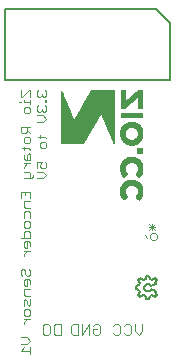
<source format=gbo>
G75*
%MOIN*%
%OFA0B0*%
%FSLAX25Y25*%
%IPPOS*%
%LPD*%
%AMOC8*
5,1,8,0,0,1.08239X$1,22.5*
%
%ADD10C,0.00300*%
%ADD11C,0.00400*%
%ADD12C,0.00600*%
%ADD13C,0.00010*%
D10*
X0018184Y0013517D02*
X0018184Y0015986D01*
X0018801Y0016603D01*
X0020035Y0016603D01*
X0020652Y0015986D01*
X0020652Y0013517D01*
X0020035Y0012900D01*
X0018801Y0012900D01*
X0018184Y0013517D01*
X0021867Y0013517D02*
X0021867Y0015986D01*
X0022484Y0016603D01*
X0024335Y0016603D01*
X0024335Y0012900D01*
X0022484Y0012900D01*
X0021867Y0013517D01*
X0027600Y0013517D02*
X0027600Y0015986D01*
X0028218Y0016603D01*
X0030069Y0016603D01*
X0030069Y0012900D01*
X0028218Y0012900D01*
X0027600Y0013517D01*
X0031284Y0012900D02*
X0031284Y0016603D01*
X0033752Y0016603D02*
X0031284Y0012900D01*
X0033752Y0012900D02*
X0033752Y0016603D01*
X0034967Y0015986D02*
X0035584Y0016603D01*
X0036818Y0016603D01*
X0037435Y0015986D01*
X0037435Y0013517D01*
X0036818Y0012900D01*
X0035584Y0012900D01*
X0034967Y0013517D01*
X0034967Y0014752D01*
X0036201Y0014752D01*
X0041600Y0015986D02*
X0042218Y0016603D01*
X0043452Y0016603D01*
X0044069Y0015986D01*
X0044069Y0013517D01*
X0043452Y0012900D01*
X0042218Y0012900D01*
X0041600Y0013517D01*
X0045284Y0013517D02*
X0045901Y0012900D01*
X0047135Y0012900D01*
X0047752Y0013517D01*
X0047752Y0015986D01*
X0047135Y0016603D01*
X0045901Y0016603D01*
X0045284Y0015986D01*
X0048967Y0016603D02*
X0048967Y0014134D01*
X0050201Y0012900D01*
X0051435Y0014134D01*
X0051435Y0016603D01*
X0054573Y0044637D02*
X0054039Y0045171D01*
X0054039Y0046239D01*
X0054573Y0046773D01*
X0055640Y0046773D01*
X0056174Y0046239D01*
X0056174Y0045171D01*
X0055640Y0044637D01*
X0054573Y0044637D01*
X0052971Y0045171D02*
X0052438Y0046239D01*
X0053505Y0047860D02*
X0055640Y0049995D01*
X0055640Y0048928D02*
X0053505Y0048928D01*
X0053505Y0049995D02*
X0055640Y0047860D01*
X0054573Y0047860D02*
X0054573Y0049995D01*
D11*
X0014085Y0007649D02*
X0010883Y0007649D01*
X0011950Y0008717D01*
X0010883Y0009897D02*
X0013018Y0009897D01*
X0014085Y0010964D01*
X0013018Y0012032D01*
X0010883Y0012032D01*
X0011950Y0016508D02*
X0011950Y0017041D01*
X0013018Y0018109D01*
X0014085Y0018109D02*
X0011950Y0018109D01*
X0012484Y0019289D02*
X0011950Y0019822D01*
X0011950Y0020890D01*
X0012484Y0021424D01*
X0013552Y0021424D01*
X0014085Y0020890D01*
X0014085Y0019822D01*
X0013552Y0019289D01*
X0012484Y0019289D01*
X0011950Y0022604D02*
X0011950Y0024205D01*
X0012484Y0024739D01*
X0013018Y0024205D01*
X0013018Y0023137D01*
X0013552Y0022604D01*
X0014085Y0023137D01*
X0014085Y0024739D01*
X0014085Y0025918D02*
X0012484Y0025918D01*
X0011950Y0026452D01*
X0011950Y0028054D01*
X0014085Y0028054D01*
X0013018Y0029233D02*
X0013018Y0031368D01*
X0013552Y0031368D02*
X0012484Y0031368D01*
X0011950Y0030835D01*
X0011950Y0029767D01*
X0012484Y0029233D01*
X0013018Y0029233D01*
X0014085Y0029767D02*
X0014085Y0030835D01*
X0013552Y0031368D01*
X0013552Y0032548D02*
X0013018Y0032548D01*
X0012484Y0033082D01*
X0012484Y0034149D01*
X0011950Y0034683D01*
X0011417Y0034683D01*
X0010883Y0034149D01*
X0010883Y0033082D01*
X0011417Y0032548D01*
X0013552Y0032548D02*
X0014085Y0033082D01*
X0014085Y0034149D01*
X0013552Y0034683D01*
X0011950Y0039159D02*
X0011950Y0039693D01*
X0013018Y0040760D01*
X0014085Y0040760D02*
X0011950Y0040760D01*
X0012484Y0041940D02*
X0013018Y0041940D01*
X0013018Y0044075D01*
X0013552Y0044075D02*
X0012484Y0044075D01*
X0011950Y0043541D01*
X0011950Y0042474D01*
X0012484Y0041940D01*
X0014085Y0042474D02*
X0014085Y0043541D01*
X0013552Y0044075D01*
X0014085Y0045255D02*
X0014085Y0046856D01*
X0013552Y0047390D01*
X0012484Y0047390D01*
X0011950Y0046856D01*
X0011950Y0045255D01*
X0010883Y0045255D02*
X0014085Y0045255D01*
X0013552Y0048570D02*
X0012484Y0048570D01*
X0011950Y0049103D01*
X0011950Y0050171D01*
X0012484Y0050705D01*
X0013552Y0050705D01*
X0014085Y0050171D01*
X0014085Y0049103D01*
X0013552Y0048570D01*
X0014085Y0051884D02*
X0014085Y0053486D01*
X0013552Y0054020D01*
X0012484Y0054020D01*
X0011950Y0053486D01*
X0011950Y0051884D01*
X0012484Y0055199D02*
X0014085Y0055199D01*
X0012484Y0055199D02*
X0011950Y0055733D01*
X0011950Y0057334D01*
X0014085Y0057334D01*
X0014085Y0058514D02*
X0014085Y0060649D01*
X0010883Y0060649D01*
X0010883Y0058514D01*
X0012484Y0059582D02*
X0012484Y0060649D01*
X0011950Y0065144D02*
X0014619Y0065144D01*
X0015153Y0065678D01*
X0015153Y0066211D01*
X0014085Y0066745D02*
X0014085Y0065144D01*
X0014085Y0066745D02*
X0013552Y0067279D01*
X0011950Y0067279D01*
X0011950Y0068440D02*
X0011950Y0068974D01*
X0013018Y0070041D01*
X0014085Y0070041D02*
X0011950Y0070041D01*
X0012484Y0071221D02*
X0011950Y0071755D01*
X0011950Y0072822D01*
X0013018Y0072822D02*
X0013018Y0071221D01*
X0012484Y0071221D02*
X0014085Y0071221D01*
X0014085Y0072822D01*
X0013552Y0073356D01*
X0013018Y0072822D01*
X0011950Y0074498D02*
X0011950Y0075566D01*
X0011417Y0075032D02*
X0013552Y0075032D01*
X0014085Y0074498D01*
X0013552Y0076746D02*
X0012484Y0076746D01*
X0011950Y0077279D01*
X0011950Y0078347D01*
X0012484Y0078881D01*
X0013552Y0078881D01*
X0014085Y0078347D01*
X0014085Y0077279D01*
X0013552Y0076746D01*
X0014085Y0080060D02*
X0013018Y0081128D01*
X0013018Y0080594D02*
X0013018Y0082196D01*
X0013018Y0080594D02*
X0012484Y0080060D01*
X0011417Y0080060D01*
X0010883Y0080594D01*
X0010883Y0082196D01*
X0014085Y0082196D01*
X0016283Y0083928D02*
X0018418Y0083928D01*
X0019485Y0084995D01*
X0018418Y0086063D01*
X0016283Y0086063D01*
X0016817Y0087243D02*
X0017350Y0087243D01*
X0017884Y0087776D01*
X0018418Y0087243D01*
X0018952Y0087243D01*
X0019485Y0087776D01*
X0019485Y0088844D01*
X0018952Y0089378D01*
X0018952Y0090501D02*
X0019485Y0090501D01*
X0019485Y0091035D01*
X0018952Y0091035D01*
X0018952Y0090501D01*
X0018952Y0092215D02*
X0018418Y0092215D01*
X0017884Y0092749D01*
X0017884Y0093282D01*
X0017884Y0092749D02*
X0017350Y0092215D01*
X0016817Y0092215D01*
X0016283Y0092749D01*
X0016283Y0093816D01*
X0016817Y0094350D01*
X0018952Y0094350D02*
X0019485Y0093816D01*
X0019485Y0092749D01*
X0018952Y0092215D01*
X0016817Y0089378D02*
X0016283Y0088844D01*
X0016283Y0087776D01*
X0016817Y0087243D01*
X0017884Y0087776D02*
X0017884Y0088310D01*
X0014085Y0088292D02*
X0014085Y0087224D01*
X0013552Y0086690D01*
X0012484Y0086690D01*
X0011950Y0087224D01*
X0011950Y0088292D01*
X0012484Y0088825D01*
X0013552Y0088825D01*
X0014085Y0088292D01*
X0014085Y0089968D02*
X0014085Y0091035D01*
X0014085Y0090501D02*
X0011950Y0090501D01*
X0011950Y0091035D01*
X0011417Y0092215D02*
X0013552Y0094350D01*
X0014085Y0094350D01*
X0014085Y0092215D01*
X0011417Y0092215D02*
X0010883Y0092215D01*
X0010883Y0094350D01*
X0010883Y0090501D02*
X0010349Y0090501D01*
X0017350Y0079433D02*
X0017350Y0078366D01*
X0016817Y0078900D02*
X0018952Y0078900D01*
X0019485Y0078366D01*
X0018952Y0077223D02*
X0019485Y0076690D01*
X0019485Y0075622D01*
X0018952Y0075088D01*
X0017884Y0075088D01*
X0017350Y0075622D01*
X0017350Y0076690D01*
X0017884Y0077223D01*
X0018952Y0077223D01*
X0018952Y0070594D02*
X0019485Y0070060D01*
X0019485Y0068992D01*
X0018952Y0068459D01*
X0017884Y0068459D01*
X0017350Y0068992D01*
X0017350Y0069526D01*
X0017884Y0070594D01*
X0016283Y0070594D01*
X0016283Y0068459D01*
X0016283Y0067279D02*
X0018418Y0067279D01*
X0019485Y0066211D01*
X0018418Y0065144D01*
X0016283Y0065144D01*
X0014085Y0008717D02*
X0014085Y0006582D01*
D12*
X0049285Y0028150D02*
X0050385Y0027950D01*
X0050785Y0027150D01*
X0050085Y0026250D01*
X0050785Y0025550D01*
X0051685Y0026150D01*
X0052585Y0025750D01*
X0052785Y0024750D01*
X0053685Y0024750D01*
X0053885Y0025750D01*
X0054785Y0026150D01*
X0055685Y0025550D01*
X0056285Y0026250D01*
X0055685Y0027050D01*
X0055885Y0027450D01*
X0054285Y0028050D01*
X0054285Y0029250D02*
X0055885Y0029850D01*
X0055685Y0030250D01*
X0056285Y0031050D01*
X0055685Y0031750D01*
X0054785Y0031150D01*
X0053885Y0031550D01*
X0053685Y0032550D01*
X0052785Y0032550D01*
X0052585Y0031450D01*
X0051685Y0031150D01*
X0050785Y0031750D01*
X0050085Y0031050D01*
X0050785Y0030150D01*
X0050385Y0029350D01*
X0049285Y0029050D01*
X0049285Y0028150D01*
X0054285Y0028050D02*
X0054249Y0027991D01*
X0054210Y0027935D01*
X0054167Y0027880D01*
X0054122Y0027828D01*
X0054074Y0027779D01*
X0054023Y0027733D01*
X0053969Y0027689D01*
X0053913Y0027649D01*
X0053855Y0027612D01*
X0053795Y0027578D01*
X0053733Y0027548D01*
X0053669Y0027522D01*
X0053604Y0027499D01*
X0053538Y0027480D01*
X0053471Y0027464D01*
X0053403Y0027453D01*
X0053335Y0027445D01*
X0053266Y0027441D01*
X0053197Y0027442D01*
X0053128Y0027446D01*
X0053060Y0027454D01*
X0052992Y0027466D01*
X0052925Y0027482D01*
X0052859Y0027501D01*
X0052794Y0027524D01*
X0052730Y0027551D01*
X0052669Y0027582D01*
X0052609Y0027616D01*
X0052551Y0027653D01*
X0052495Y0027694D01*
X0052442Y0027738D01*
X0052391Y0027784D01*
X0052343Y0027834D01*
X0052298Y0027886D01*
X0052256Y0027941D01*
X0052217Y0027997D01*
X0052182Y0028057D01*
X0052150Y0028118D01*
X0052121Y0028180D01*
X0052096Y0028244D01*
X0052075Y0028310D01*
X0052057Y0028377D01*
X0052044Y0028444D01*
X0052034Y0028512D01*
X0052028Y0028581D01*
X0052026Y0028650D01*
X0052028Y0028719D01*
X0052034Y0028788D01*
X0052044Y0028856D01*
X0052057Y0028923D01*
X0052075Y0028990D01*
X0052096Y0029056D01*
X0052121Y0029120D01*
X0052150Y0029182D01*
X0052182Y0029243D01*
X0052217Y0029303D01*
X0052256Y0029359D01*
X0052298Y0029414D01*
X0052343Y0029466D01*
X0052391Y0029516D01*
X0052442Y0029562D01*
X0052495Y0029606D01*
X0052551Y0029647D01*
X0052609Y0029684D01*
X0052669Y0029718D01*
X0052730Y0029749D01*
X0052794Y0029776D01*
X0052859Y0029799D01*
X0052925Y0029818D01*
X0052992Y0029834D01*
X0053060Y0029846D01*
X0053128Y0029854D01*
X0053197Y0029858D01*
X0053266Y0029859D01*
X0053335Y0029855D01*
X0053403Y0029847D01*
X0053471Y0029836D01*
X0053538Y0029820D01*
X0053604Y0029801D01*
X0053669Y0029778D01*
X0053733Y0029752D01*
X0053795Y0029722D01*
X0053855Y0029688D01*
X0053913Y0029651D01*
X0053969Y0029611D01*
X0054023Y0029567D01*
X0054074Y0029521D01*
X0054122Y0029472D01*
X0054167Y0029420D01*
X0054210Y0029365D01*
X0054249Y0029309D01*
X0054285Y0029250D01*
X0060804Y0097807D02*
X0060804Y0116704D01*
X0056079Y0121429D01*
X0005685Y0121429D01*
X0005685Y0097807D01*
X0060804Y0097807D01*
D13*
X0051369Y0094531D02*
X0051369Y0088521D01*
X0049970Y0088521D01*
X0049967Y0089178D01*
X0051369Y0089178D01*
X0051369Y0089170D02*
X0049967Y0089170D01*
X0049967Y0089178D02*
X0049964Y0089836D01*
X0049960Y0090494D01*
X0049956Y0091151D01*
X0049953Y0091809D01*
X0051369Y0091809D01*
X0051369Y0091817D02*
X0049953Y0091817D01*
X0049953Y0091809D02*
X0049949Y0092467D01*
X0049490Y0092072D01*
X0049031Y0091677D01*
X0048572Y0091283D01*
X0048113Y0090888D01*
X0047654Y0090494D01*
X0047195Y0090099D01*
X0046737Y0089705D01*
X0046277Y0089310D01*
X0045819Y0088916D01*
X0045359Y0088521D01*
X0044166Y0088521D01*
X0044166Y0094408D01*
X0045565Y0094408D01*
X0045568Y0093772D01*
X0045572Y0093137D01*
X0045575Y0092502D01*
X0045583Y0091232D01*
X0045586Y0090597D01*
X0046043Y0090990D01*
X0046500Y0091383D01*
X0048689Y0091383D01*
X0048699Y0091392D02*
X0046510Y0091392D01*
X0046520Y0091400D02*
X0048709Y0091400D01*
X0048718Y0091409D02*
X0046530Y0091409D01*
X0046540Y0091417D02*
X0048728Y0091417D01*
X0048738Y0091426D02*
X0046549Y0091426D01*
X0046559Y0091434D02*
X0048748Y0091434D01*
X0048758Y0091443D02*
X0046569Y0091443D01*
X0046579Y0091451D02*
X0048768Y0091451D01*
X0048778Y0091460D02*
X0046589Y0091460D01*
X0046599Y0091468D02*
X0048788Y0091468D01*
X0048798Y0091477D02*
X0046609Y0091477D01*
X0046619Y0091485D02*
X0048808Y0091485D01*
X0048818Y0091494D02*
X0046629Y0091494D01*
X0046638Y0091502D02*
X0048827Y0091502D01*
X0048837Y0091511D02*
X0046648Y0091511D01*
X0046658Y0091519D02*
X0048847Y0091519D01*
X0048857Y0091528D02*
X0046668Y0091528D01*
X0046678Y0091536D02*
X0048867Y0091536D01*
X0048877Y0091545D02*
X0046688Y0091545D01*
X0046698Y0091553D02*
X0048887Y0091553D01*
X0048897Y0091562D02*
X0046708Y0091562D01*
X0046718Y0091571D02*
X0048907Y0091571D01*
X0048917Y0091579D02*
X0046727Y0091579D01*
X0046737Y0091588D02*
X0048927Y0091588D01*
X0048937Y0091596D02*
X0046747Y0091596D01*
X0046757Y0091605D02*
X0048946Y0091605D01*
X0048956Y0091613D02*
X0046767Y0091613D01*
X0046777Y0091622D02*
X0048966Y0091622D01*
X0048976Y0091630D02*
X0046787Y0091630D01*
X0046797Y0091639D02*
X0048986Y0091639D01*
X0048996Y0091647D02*
X0046806Y0091647D01*
X0046816Y0091656D02*
X0049006Y0091656D01*
X0049016Y0091664D02*
X0046826Y0091664D01*
X0046836Y0091673D02*
X0049026Y0091673D01*
X0049036Y0091681D02*
X0046846Y0091681D01*
X0046856Y0091690D02*
X0049046Y0091690D01*
X0049055Y0091698D02*
X0046866Y0091698D01*
X0046876Y0091707D02*
X0049065Y0091707D01*
X0049075Y0091715D02*
X0046886Y0091715D01*
X0046895Y0091724D02*
X0049085Y0091724D01*
X0049095Y0091732D02*
X0046905Y0091732D01*
X0046915Y0091741D02*
X0049105Y0091741D01*
X0049115Y0091749D02*
X0046925Y0091749D01*
X0046935Y0091758D02*
X0049125Y0091758D01*
X0049135Y0091766D02*
X0046945Y0091766D01*
X0046955Y0091775D02*
X0049144Y0091775D01*
X0049154Y0091783D02*
X0046965Y0091783D01*
X0046956Y0091776D02*
X0047413Y0092170D01*
X0047871Y0092563D01*
X0048327Y0092956D01*
X0049242Y0093742D01*
X0049698Y0094136D01*
X0050155Y0094529D01*
X0050762Y0094530D01*
X0051369Y0094531D01*
X0051369Y0094525D02*
X0050151Y0094525D01*
X0050141Y0094516D02*
X0051369Y0094516D01*
X0051369Y0094508D02*
X0050131Y0094508D01*
X0050121Y0094499D02*
X0051369Y0094499D01*
X0051369Y0094491D02*
X0050111Y0094491D01*
X0050101Y0094482D02*
X0051369Y0094482D01*
X0051369Y0094474D02*
X0050091Y0094474D01*
X0050081Y0094465D02*
X0051369Y0094465D01*
X0051369Y0094457D02*
X0050071Y0094457D01*
X0050062Y0094448D02*
X0051369Y0094448D01*
X0051369Y0094440D02*
X0050052Y0094440D01*
X0050042Y0094431D02*
X0051369Y0094431D01*
X0051369Y0094423D02*
X0050032Y0094423D01*
X0050022Y0094414D02*
X0051369Y0094414D01*
X0051369Y0094406D02*
X0050012Y0094406D01*
X0050002Y0094397D02*
X0051369Y0094397D01*
X0051369Y0094389D02*
X0049992Y0094389D01*
X0049982Y0094380D02*
X0051369Y0094380D01*
X0051369Y0094372D02*
X0049972Y0094372D01*
X0049963Y0094363D02*
X0051369Y0094363D01*
X0051369Y0094355D02*
X0049953Y0094355D01*
X0049943Y0094346D02*
X0051369Y0094346D01*
X0051369Y0094337D02*
X0049933Y0094337D01*
X0049923Y0094329D02*
X0051369Y0094329D01*
X0051369Y0094320D02*
X0049913Y0094320D01*
X0049903Y0094312D02*
X0051369Y0094312D01*
X0051369Y0094303D02*
X0049893Y0094303D01*
X0049883Y0094295D02*
X0051369Y0094295D01*
X0051369Y0094286D02*
X0049873Y0094286D01*
X0049864Y0094278D02*
X0051369Y0094278D01*
X0051369Y0094269D02*
X0049854Y0094269D01*
X0049844Y0094261D02*
X0051369Y0094261D01*
X0051369Y0094252D02*
X0049834Y0094252D01*
X0049824Y0094244D02*
X0051369Y0094244D01*
X0051369Y0094235D02*
X0049814Y0094235D01*
X0049804Y0094227D02*
X0051369Y0094227D01*
X0051369Y0094218D02*
X0049794Y0094218D01*
X0049784Y0094210D02*
X0051369Y0094210D01*
X0051369Y0094201D02*
X0049774Y0094201D01*
X0049765Y0094193D02*
X0051369Y0094193D01*
X0051369Y0094184D02*
X0049755Y0094184D01*
X0049745Y0094176D02*
X0051369Y0094176D01*
X0051369Y0094167D02*
X0049735Y0094167D01*
X0049725Y0094159D02*
X0051369Y0094159D01*
X0051369Y0094150D02*
X0049715Y0094150D01*
X0049705Y0094142D02*
X0051369Y0094142D01*
X0051369Y0094133D02*
X0049695Y0094133D01*
X0049685Y0094125D02*
X0051369Y0094125D01*
X0051369Y0094116D02*
X0049675Y0094116D01*
X0049666Y0094108D02*
X0051369Y0094108D01*
X0051369Y0094099D02*
X0049656Y0094099D01*
X0049646Y0094091D02*
X0051369Y0094091D01*
X0051369Y0094082D02*
X0049636Y0094082D01*
X0049626Y0094074D02*
X0051369Y0094074D01*
X0051369Y0094065D02*
X0049616Y0094065D01*
X0049606Y0094057D02*
X0051369Y0094057D01*
X0051369Y0094048D02*
X0049596Y0094048D01*
X0049586Y0094040D02*
X0051369Y0094040D01*
X0051369Y0094031D02*
X0049577Y0094031D01*
X0049567Y0094022D02*
X0051369Y0094022D01*
X0051369Y0094014D02*
X0049557Y0094014D01*
X0049547Y0094005D02*
X0051369Y0094005D01*
X0051369Y0093997D02*
X0049537Y0093997D01*
X0049527Y0093988D02*
X0051369Y0093988D01*
X0051369Y0093980D02*
X0049517Y0093980D01*
X0049507Y0093971D02*
X0051369Y0093971D01*
X0051369Y0093963D02*
X0049498Y0093963D01*
X0049488Y0093954D02*
X0051369Y0093954D01*
X0051369Y0093946D02*
X0049478Y0093946D01*
X0049468Y0093937D02*
X0051369Y0093937D01*
X0051369Y0093929D02*
X0049458Y0093929D01*
X0049448Y0093920D02*
X0051369Y0093920D01*
X0051369Y0093912D02*
X0049438Y0093912D01*
X0049428Y0093903D02*
X0051369Y0093903D01*
X0051369Y0093895D02*
X0049418Y0093895D01*
X0049409Y0093886D02*
X0051369Y0093886D01*
X0051369Y0093878D02*
X0049399Y0093878D01*
X0049389Y0093869D02*
X0051369Y0093869D01*
X0051369Y0093861D02*
X0049379Y0093861D01*
X0049369Y0093852D02*
X0051369Y0093852D01*
X0051369Y0093844D02*
X0049359Y0093844D01*
X0049349Y0093835D02*
X0051369Y0093835D01*
X0051369Y0093827D02*
X0049339Y0093827D01*
X0049329Y0093818D02*
X0051369Y0093818D01*
X0051369Y0093810D02*
X0049320Y0093810D01*
X0049310Y0093801D02*
X0051369Y0093801D01*
X0051369Y0093793D02*
X0049300Y0093793D01*
X0049290Y0093784D02*
X0051369Y0093784D01*
X0051369Y0093776D02*
X0049280Y0093776D01*
X0049270Y0093767D02*
X0051369Y0093767D01*
X0051369Y0093759D02*
X0049260Y0093759D01*
X0049250Y0093750D02*
X0051369Y0093750D01*
X0051369Y0093742D02*
X0049240Y0093742D01*
X0049231Y0093733D02*
X0051369Y0093733D01*
X0051369Y0093725D02*
X0049221Y0093725D01*
X0049211Y0093716D02*
X0051369Y0093716D01*
X0051369Y0093707D02*
X0049201Y0093707D01*
X0049191Y0093699D02*
X0051369Y0093699D01*
X0051369Y0093690D02*
X0049181Y0093690D01*
X0049171Y0093682D02*
X0051369Y0093682D01*
X0051369Y0093673D02*
X0049161Y0093673D01*
X0049151Y0093665D02*
X0051369Y0093665D01*
X0051369Y0093656D02*
X0049141Y0093656D01*
X0049132Y0093648D02*
X0051369Y0093648D01*
X0051369Y0093639D02*
X0049122Y0093639D01*
X0049112Y0093631D02*
X0051369Y0093631D01*
X0051369Y0093622D02*
X0049102Y0093622D01*
X0049092Y0093614D02*
X0051369Y0093614D01*
X0051369Y0093605D02*
X0049082Y0093605D01*
X0049072Y0093597D02*
X0051369Y0093597D01*
X0051369Y0093588D02*
X0049062Y0093588D01*
X0049052Y0093580D02*
X0051369Y0093580D01*
X0051369Y0093571D02*
X0049042Y0093571D01*
X0049033Y0093563D02*
X0051369Y0093563D01*
X0051369Y0093554D02*
X0049023Y0093554D01*
X0049013Y0093546D02*
X0051369Y0093546D01*
X0051369Y0093537D02*
X0049003Y0093537D01*
X0048993Y0093529D02*
X0051369Y0093529D01*
X0051369Y0093520D02*
X0048983Y0093520D01*
X0048973Y0093512D02*
X0051369Y0093512D01*
X0051369Y0093503D02*
X0048963Y0093503D01*
X0048953Y0093495D02*
X0051369Y0093495D01*
X0051369Y0093486D02*
X0048943Y0093486D01*
X0048934Y0093478D02*
X0051369Y0093478D01*
X0051369Y0093469D02*
X0048924Y0093469D01*
X0048914Y0093461D02*
X0051369Y0093461D01*
X0051369Y0093452D02*
X0048904Y0093452D01*
X0048894Y0093444D02*
X0051369Y0093444D01*
X0051369Y0093435D02*
X0048884Y0093435D01*
X0048874Y0093427D02*
X0051369Y0093427D01*
X0051369Y0093418D02*
X0048864Y0093418D01*
X0048854Y0093409D02*
X0051369Y0093409D01*
X0051369Y0093401D02*
X0048844Y0093401D01*
X0048835Y0093392D02*
X0051369Y0093392D01*
X0051369Y0093384D02*
X0048825Y0093384D01*
X0048815Y0093375D02*
X0051369Y0093375D01*
X0051369Y0093367D02*
X0048805Y0093367D01*
X0048795Y0093358D02*
X0051369Y0093358D01*
X0051369Y0093350D02*
X0048785Y0093350D01*
X0048775Y0093341D02*
X0051369Y0093341D01*
X0051369Y0093333D02*
X0048765Y0093333D01*
X0048755Y0093324D02*
X0051369Y0093324D01*
X0051369Y0093316D02*
X0048745Y0093316D01*
X0048735Y0093307D02*
X0051369Y0093307D01*
X0051369Y0093299D02*
X0048726Y0093299D01*
X0048716Y0093290D02*
X0051369Y0093290D01*
X0051369Y0093282D02*
X0048706Y0093282D01*
X0048696Y0093273D02*
X0051369Y0093273D01*
X0051369Y0093265D02*
X0048686Y0093265D01*
X0048676Y0093256D02*
X0051369Y0093256D01*
X0051369Y0093248D02*
X0048666Y0093248D01*
X0048656Y0093239D02*
X0051369Y0093239D01*
X0051369Y0093231D02*
X0048646Y0093231D01*
X0048636Y0093222D02*
X0051369Y0093222D01*
X0051369Y0093214D02*
X0048627Y0093214D01*
X0048617Y0093205D02*
X0051369Y0093205D01*
X0051369Y0093197D02*
X0048607Y0093197D01*
X0048597Y0093188D02*
X0051369Y0093188D01*
X0051369Y0093180D02*
X0048587Y0093180D01*
X0048577Y0093171D02*
X0051369Y0093171D01*
X0051369Y0093163D02*
X0048567Y0093163D01*
X0048557Y0093154D02*
X0051369Y0093154D01*
X0051369Y0093146D02*
X0048547Y0093146D01*
X0048537Y0093137D02*
X0051369Y0093137D01*
X0051369Y0093129D02*
X0048528Y0093129D01*
X0048518Y0093120D02*
X0051369Y0093120D01*
X0051369Y0093112D02*
X0048508Y0093112D01*
X0048498Y0093103D02*
X0051369Y0093103D01*
X0051369Y0093094D02*
X0048488Y0093094D01*
X0048478Y0093086D02*
X0051369Y0093086D01*
X0051369Y0093077D02*
X0048468Y0093077D01*
X0048458Y0093069D02*
X0051369Y0093069D01*
X0051369Y0093060D02*
X0048448Y0093060D01*
X0048438Y0093052D02*
X0051369Y0093052D01*
X0051369Y0093043D02*
X0048429Y0093043D01*
X0048419Y0093035D02*
X0051369Y0093035D01*
X0051369Y0093026D02*
X0048409Y0093026D01*
X0048399Y0093018D02*
X0051369Y0093018D01*
X0051369Y0093009D02*
X0048389Y0093009D01*
X0048379Y0093001D02*
X0051369Y0093001D01*
X0051369Y0092992D02*
X0048369Y0092992D01*
X0048359Y0092984D02*
X0051369Y0092984D01*
X0051369Y0092975D02*
X0048349Y0092975D01*
X0048339Y0092967D02*
X0051369Y0092967D01*
X0051369Y0092958D02*
X0048330Y0092958D01*
X0048320Y0092950D02*
X0051369Y0092950D01*
X0051369Y0092941D02*
X0048310Y0092941D01*
X0048300Y0092933D02*
X0051369Y0092933D01*
X0051369Y0092924D02*
X0048290Y0092924D01*
X0048280Y0092916D02*
X0051369Y0092916D01*
X0051369Y0092907D02*
X0048270Y0092907D01*
X0048260Y0092899D02*
X0051369Y0092899D01*
X0051369Y0092890D02*
X0048250Y0092890D01*
X0048241Y0092882D02*
X0051369Y0092882D01*
X0051369Y0092873D02*
X0048231Y0092873D01*
X0048221Y0092865D02*
X0051369Y0092865D01*
X0051369Y0092856D02*
X0048211Y0092856D01*
X0048201Y0092848D02*
X0051369Y0092848D01*
X0051369Y0092839D02*
X0048191Y0092839D01*
X0048181Y0092831D02*
X0051369Y0092831D01*
X0051369Y0092822D02*
X0048171Y0092822D01*
X0048161Y0092814D02*
X0051369Y0092814D01*
X0051369Y0092805D02*
X0048152Y0092805D01*
X0048142Y0092797D02*
X0051369Y0092797D01*
X0051369Y0092788D02*
X0048132Y0092788D01*
X0048122Y0092779D02*
X0051369Y0092779D01*
X0051369Y0092771D02*
X0048112Y0092771D01*
X0048102Y0092762D02*
X0051369Y0092762D01*
X0051369Y0092754D02*
X0048092Y0092754D01*
X0048082Y0092745D02*
X0051369Y0092745D01*
X0051369Y0092737D02*
X0048072Y0092737D01*
X0048063Y0092728D02*
X0051369Y0092728D01*
X0051369Y0092720D02*
X0048053Y0092720D01*
X0048043Y0092711D02*
X0051369Y0092711D01*
X0051369Y0092703D02*
X0048033Y0092703D01*
X0048023Y0092694D02*
X0051369Y0092694D01*
X0051369Y0092686D02*
X0048013Y0092686D01*
X0048003Y0092677D02*
X0051369Y0092677D01*
X0051369Y0092669D02*
X0047993Y0092669D01*
X0047984Y0092660D02*
X0051369Y0092660D01*
X0051369Y0092652D02*
X0047974Y0092652D01*
X0047964Y0092643D02*
X0051369Y0092643D01*
X0051369Y0092635D02*
X0047954Y0092635D01*
X0047944Y0092626D02*
X0051369Y0092626D01*
X0051369Y0092618D02*
X0047934Y0092618D01*
X0047924Y0092609D02*
X0051369Y0092609D01*
X0051369Y0092601D02*
X0047914Y0092601D01*
X0047904Y0092592D02*
X0051369Y0092592D01*
X0051369Y0092584D02*
X0047895Y0092584D01*
X0047885Y0092575D02*
X0051369Y0092575D01*
X0051369Y0092567D02*
X0047875Y0092567D01*
X0047865Y0092558D02*
X0051369Y0092558D01*
X0051369Y0092550D02*
X0047855Y0092550D01*
X0047845Y0092541D02*
X0051369Y0092541D01*
X0051369Y0092533D02*
X0047835Y0092533D01*
X0047825Y0092524D02*
X0051369Y0092524D01*
X0051369Y0092516D02*
X0047815Y0092516D01*
X0047805Y0092507D02*
X0051369Y0092507D01*
X0051369Y0092499D02*
X0047796Y0092499D01*
X0047786Y0092490D02*
X0051369Y0092490D01*
X0051369Y0092481D02*
X0047776Y0092481D01*
X0047766Y0092473D02*
X0051369Y0092473D01*
X0051369Y0092464D02*
X0049949Y0092464D01*
X0049947Y0092464D02*
X0047756Y0092464D01*
X0047746Y0092456D02*
X0049937Y0092456D01*
X0049949Y0092456D02*
X0051369Y0092456D01*
X0051369Y0092447D02*
X0049949Y0092447D01*
X0049949Y0092439D02*
X0051369Y0092439D01*
X0051369Y0092430D02*
X0049950Y0092430D01*
X0049950Y0092422D02*
X0051369Y0092422D01*
X0051369Y0092413D02*
X0049950Y0092413D01*
X0049950Y0092405D02*
X0051369Y0092405D01*
X0051369Y0092396D02*
X0049950Y0092396D01*
X0049950Y0092388D02*
X0051369Y0092388D01*
X0051369Y0092379D02*
X0049950Y0092379D01*
X0049950Y0092371D02*
X0051369Y0092371D01*
X0051369Y0092362D02*
X0049950Y0092362D01*
X0049950Y0092354D02*
X0051369Y0092354D01*
X0051369Y0092345D02*
X0049950Y0092345D01*
X0049950Y0092337D02*
X0051369Y0092337D01*
X0051369Y0092328D02*
X0049950Y0092328D01*
X0049950Y0092320D02*
X0051369Y0092320D01*
X0051369Y0092311D02*
X0049950Y0092311D01*
X0049950Y0092303D02*
X0051369Y0092303D01*
X0051369Y0092294D02*
X0049950Y0092294D01*
X0049950Y0092286D02*
X0051369Y0092286D01*
X0051369Y0092277D02*
X0049950Y0092277D01*
X0049950Y0092269D02*
X0051369Y0092269D01*
X0051369Y0092260D02*
X0049950Y0092260D01*
X0049950Y0092252D02*
X0051369Y0092252D01*
X0051369Y0092243D02*
X0049951Y0092243D01*
X0049951Y0092235D02*
X0051369Y0092235D01*
X0051369Y0092226D02*
X0049951Y0092226D01*
X0049951Y0092218D02*
X0051369Y0092218D01*
X0051369Y0092209D02*
X0049951Y0092209D01*
X0049951Y0092201D02*
X0051369Y0092201D01*
X0051369Y0092192D02*
X0049951Y0092192D01*
X0049951Y0092184D02*
X0051369Y0092184D01*
X0051369Y0092175D02*
X0049951Y0092175D01*
X0049951Y0092166D02*
X0051369Y0092166D01*
X0051369Y0092158D02*
X0049951Y0092158D01*
X0049951Y0092149D02*
X0051369Y0092149D01*
X0051369Y0092141D02*
X0049951Y0092141D01*
X0049951Y0092132D02*
X0051369Y0092132D01*
X0051369Y0092124D02*
X0049951Y0092124D01*
X0049951Y0092115D02*
X0051369Y0092115D01*
X0051369Y0092107D02*
X0049951Y0092107D01*
X0049951Y0092098D02*
X0051369Y0092098D01*
X0051369Y0092090D02*
X0049951Y0092090D01*
X0049951Y0092081D02*
X0051369Y0092081D01*
X0051369Y0092073D02*
X0049951Y0092073D01*
X0049952Y0092064D02*
X0051369Y0092064D01*
X0051369Y0092056D02*
X0049952Y0092056D01*
X0049952Y0092047D02*
X0051369Y0092047D01*
X0051369Y0092039D02*
X0049952Y0092039D01*
X0049952Y0092030D02*
X0051369Y0092030D01*
X0051369Y0092022D02*
X0049952Y0092022D01*
X0049952Y0092013D02*
X0051369Y0092013D01*
X0051369Y0092005D02*
X0049952Y0092005D01*
X0049952Y0091996D02*
X0051369Y0091996D01*
X0051369Y0091988D02*
X0049952Y0091988D01*
X0049952Y0091979D02*
X0051369Y0091979D01*
X0051369Y0091971D02*
X0049952Y0091971D01*
X0049952Y0091962D02*
X0051369Y0091962D01*
X0051369Y0091954D02*
X0049952Y0091954D01*
X0049952Y0091945D02*
X0051369Y0091945D01*
X0051369Y0091937D02*
X0049952Y0091937D01*
X0049952Y0091928D02*
X0051369Y0091928D01*
X0051369Y0091920D02*
X0049952Y0091920D01*
X0049952Y0091911D02*
X0051369Y0091911D01*
X0051369Y0091903D02*
X0049952Y0091903D01*
X0049952Y0091894D02*
X0051369Y0091894D01*
X0051369Y0091886D02*
X0049952Y0091886D01*
X0049953Y0091877D02*
X0051369Y0091877D01*
X0051369Y0091869D02*
X0049953Y0091869D01*
X0049953Y0091860D02*
X0051369Y0091860D01*
X0051369Y0091851D02*
X0049953Y0091851D01*
X0049953Y0091843D02*
X0051369Y0091843D01*
X0051369Y0091834D02*
X0049953Y0091834D01*
X0049953Y0091826D02*
X0051369Y0091826D01*
X0051369Y0091800D02*
X0049953Y0091800D01*
X0049953Y0091792D02*
X0051369Y0091792D01*
X0051369Y0091783D02*
X0049953Y0091783D01*
X0049953Y0091775D02*
X0051369Y0091775D01*
X0051369Y0091766D02*
X0049953Y0091766D01*
X0049953Y0091758D02*
X0051369Y0091758D01*
X0051369Y0091749D02*
X0049953Y0091749D01*
X0049953Y0091741D02*
X0051369Y0091741D01*
X0051369Y0091732D02*
X0049953Y0091732D01*
X0049953Y0091724D02*
X0051369Y0091724D01*
X0051369Y0091715D02*
X0049953Y0091715D01*
X0049953Y0091707D02*
X0051369Y0091707D01*
X0051369Y0091698D02*
X0049954Y0091698D01*
X0049954Y0091690D02*
X0051369Y0091690D01*
X0051369Y0091681D02*
X0049954Y0091681D01*
X0049954Y0091673D02*
X0051369Y0091673D01*
X0051369Y0091664D02*
X0049954Y0091664D01*
X0049954Y0091656D02*
X0051369Y0091656D01*
X0051369Y0091647D02*
X0049954Y0091647D01*
X0049954Y0091639D02*
X0051369Y0091639D01*
X0051369Y0091630D02*
X0049954Y0091630D01*
X0049954Y0091622D02*
X0051369Y0091622D01*
X0051369Y0091613D02*
X0049954Y0091613D01*
X0049954Y0091605D02*
X0051369Y0091605D01*
X0051369Y0091596D02*
X0049954Y0091596D01*
X0049954Y0091588D02*
X0051369Y0091588D01*
X0051369Y0091579D02*
X0049954Y0091579D01*
X0049954Y0091571D02*
X0051369Y0091571D01*
X0051369Y0091562D02*
X0049954Y0091562D01*
X0049954Y0091553D02*
X0051369Y0091553D01*
X0051369Y0091545D02*
X0049954Y0091545D01*
X0049954Y0091536D02*
X0051369Y0091536D01*
X0051369Y0091528D02*
X0049954Y0091528D01*
X0049954Y0091519D02*
X0051369Y0091519D01*
X0051369Y0091511D02*
X0049955Y0091511D01*
X0049955Y0091502D02*
X0051369Y0091502D01*
X0051369Y0091494D02*
X0049955Y0091494D01*
X0049955Y0091485D02*
X0051369Y0091485D01*
X0051369Y0091477D02*
X0049955Y0091477D01*
X0049955Y0091468D02*
X0051369Y0091468D01*
X0051369Y0091460D02*
X0049955Y0091460D01*
X0049955Y0091451D02*
X0051369Y0091451D01*
X0051369Y0091443D02*
X0049955Y0091443D01*
X0049955Y0091434D02*
X0051369Y0091434D01*
X0051369Y0091426D02*
X0049955Y0091426D01*
X0049955Y0091417D02*
X0051369Y0091417D01*
X0051369Y0091409D02*
X0049955Y0091409D01*
X0049955Y0091400D02*
X0051369Y0091400D01*
X0051369Y0091392D02*
X0049955Y0091392D01*
X0049955Y0091383D02*
X0051369Y0091383D01*
X0051369Y0091375D02*
X0049955Y0091375D01*
X0049955Y0091366D02*
X0051369Y0091366D01*
X0051369Y0091358D02*
X0049955Y0091358D01*
X0049955Y0091349D02*
X0051369Y0091349D01*
X0051369Y0091341D02*
X0049955Y0091341D01*
X0049956Y0091332D02*
X0051369Y0091332D01*
X0051369Y0091324D02*
X0049956Y0091324D01*
X0049956Y0091315D02*
X0051369Y0091315D01*
X0051369Y0091307D02*
X0049956Y0091307D01*
X0049956Y0091298D02*
X0051369Y0091298D01*
X0051369Y0091290D02*
X0049956Y0091290D01*
X0049956Y0091281D02*
X0051369Y0091281D01*
X0051369Y0091273D02*
X0049956Y0091273D01*
X0049956Y0091264D02*
X0051369Y0091264D01*
X0051369Y0091256D02*
X0049956Y0091256D01*
X0049956Y0091247D02*
X0051369Y0091247D01*
X0051369Y0091238D02*
X0049956Y0091238D01*
X0049956Y0091230D02*
X0051369Y0091230D01*
X0051369Y0091221D02*
X0049956Y0091221D01*
X0049956Y0091213D02*
X0051369Y0091213D01*
X0051369Y0091204D02*
X0049956Y0091204D01*
X0049956Y0091196D02*
X0051369Y0091196D01*
X0051369Y0091187D02*
X0049956Y0091187D01*
X0049956Y0091179D02*
X0051369Y0091179D01*
X0051369Y0091170D02*
X0049956Y0091170D01*
X0049956Y0091162D02*
X0051369Y0091162D01*
X0051369Y0091153D02*
X0049956Y0091153D01*
X0049957Y0091145D02*
X0051369Y0091145D01*
X0051369Y0091136D02*
X0049957Y0091136D01*
X0049957Y0091128D02*
X0051369Y0091128D01*
X0051369Y0091119D02*
X0049957Y0091119D01*
X0049957Y0091111D02*
X0051369Y0091111D01*
X0051369Y0091102D02*
X0049957Y0091102D01*
X0049957Y0091094D02*
X0051369Y0091094D01*
X0051369Y0091085D02*
X0049957Y0091085D01*
X0049957Y0091077D02*
X0051369Y0091077D01*
X0051369Y0091068D02*
X0049957Y0091068D01*
X0049957Y0091060D02*
X0051369Y0091060D01*
X0051369Y0091051D02*
X0049957Y0091051D01*
X0049957Y0091043D02*
X0051369Y0091043D01*
X0051369Y0091034D02*
X0049957Y0091034D01*
X0049957Y0091026D02*
X0051369Y0091026D01*
X0051369Y0091017D02*
X0049957Y0091017D01*
X0049957Y0091009D02*
X0051369Y0091009D01*
X0051369Y0091000D02*
X0049957Y0091000D01*
X0049957Y0090992D02*
X0051369Y0090992D01*
X0051369Y0090983D02*
X0049957Y0090983D01*
X0049957Y0090975D02*
X0051369Y0090975D01*
X0051369Y0090966D02*
X0049958Y0090966D01*
X0049958Y0090958D02*
X0051369Y0090958D01*
X0051369Y0090949D02*
X0049958Y0090949D01*
X0049958Y0090941D02*
X0051369Y0090941D01*
X0051369Y0090932D02*
X0049958Y0090932D01*
X0049958Y0090923D02*
X0051369Y0090923D01*
X0051369Y0090915D02*
X0049958Y0090915D01*
X0049958Y0090906D02*
X0051369Y0090906D01*
X0051369Y0090898D02*
X0049958Y0090898D01*
X0049958Y0090889D02*
X0051369Y0090889D01*
X0051369Y0090881D02*
X0049958Y0090881D01*
X0049958Y0090872D02*
X0051369Y0090872D01*
X0051369Y0090864D02*
X0049958Y0090864D01*
X0049958Y0090855D02*
X0051369Y0090855D01*
X0051369Y0090847D02*
X0049958Y0090847D01*
X0049958Y0090838D02*
X0051369Y0090838D01*
X0051369Y0090830D02*
X0049958Y0090830D01*
X0049958Y0090821D02*
X0051369Y0090821D01*
X0051369Y0090813D02*
X0049958Y0090813D01*
X0049958Y0090804D02*
X0051369Y0090804D01*
X0051369Y0090796D02*
X0049958Y0090796D01*
X0049959Y0090787D02*
X0051369Y0090787D01*
X0051369Y0090779D02*
X0049959Y0090779D01*
X0049959Y0090770D02*
X0051369Y0090770D01*
X0051369Y0090762D02*
X0049959Y0090762D01*
X0049959Y0090753D02*
X0051369Y0090753D01*
X0051369Y0090745D02*
X0049959Y0090745D01*
X0049959Y0090736D02*
X0051369Y0090736D01*
X0051369Y0090728D02*
X0049959Y0090728D01*
X0049959Y0090719D02*
X0051369Y0090719D01*
X0051369Y0090711D02*
X0049959Y0090711D01*
X0049959Y0090702D02*
X0051369Y0090702D01*
X0051369Y0090694D02*
X0049959Y0090694D01*
X0049959Y0090685D02*
X0051369Y0090685D01*
X0051369Y0090677D02*
X0049959Y0090677D01*
X0049959Y0090668D02*
X0051369Y0090668D01*
X0051369Y0090660D02*
X0049959Y0090660D01*
X0049959Y0090651D02*
X0051369Y0090651D01*
X0051369Y0090643D02*
X0049959Y0090643D01*
X0049959Y0090634D02*
X0051369Y0090634D01*
X0051369Y0090625D02*
X0049959Y0090625D01*
X0049959Y0090617D02*
X0051369Y0090617D01*
X0051369Y0090608D02*
X0049959Y0090608D01*
X0049960Y0090600D02*
X0051369Y0090600D01*
X0051369Y0090591D02*
X0049960Y0090591D01*
X0049960Y0090583D02*
X0051369Y0090583D01*
X0051369Y0090574D02*
X0049960Y0090574D01*
X0049960Y0090566D02*
X0051369Y0090566D01*
X0051369Y0090557D02*
X0049960Y0090557D01*
X0049960Y0090549D02*
X0051369Y0090549D01*
X0051369Y0090540D02*
X0049960Y0090540D01*
X0049960Y0090532D02*
X0051369Y0090532D01*
X0051369Y0090523D02*
X0049960Y0090523D01*
X0049960Y0090515D02*
X0051369Y0090515D01*
X0051369Y0090506D02*
X0049960Y0090506D01*
X0049960Y0090498D02*
X0051369Y0090498D01*
X0051369Y0090489D02*
X0049960Y0090489D01*
X0049960Y0090481D02*
X0051369Y0090481D01*
X0051369Y0090472D02*
X0049960Y0090472D01*
X0049960Y0090464D02*
X0051369Y0090464D01*
X0051369Y0090455D02*
X0049960Y0090455D01*
X0049960Y0090447D02*
X0051369Y0090447D01*
X0051369Y0090438D02*
X0049960Y0090438D01*
X0049960Y0090430D02*
X0051369Y0090430D01*
X0051369Y0090421D02*
X0049961Y0090421D01*
X0049961Y0090413D02*
X0051369Y0090413D01*
X0051369Y0090404D02*
X0049961Y0090404D01*
X0049961Y0090396D02*
X0051369Y0090396D01*
X0051369Y0090387D02*
X0049961Y0090387D01*
X0049961Y0090379D02*
X0051369Y0090379D01*
X0051369Y0090370D02*
X0049961Y0090370D01*
X0049961Y0090362D02*
X0051369Y0090362D01*
X0051369Y0090353D02*
X0049961Y0090353D01*
X0049961Y0090345D02*
X0051369Y0090345D01*
X0051369Y0090336D02*
X0049961Y0090336D01*
X0049961Y0090328D02*
X0051369Y0090328D01*
X0051369Y0090319D02*
X0049961Y0090319D01*
X0049961Y0090310D02*
X0051369Y0090310D01*
X0051369Y0090302D02*
X0049961Y0090302D01*
X0049961Y0090293D02*
X0051369Y0090293D01*
X0051369Y0090285D02*
X0049961Y0090285D01*
X0049961Y0090276D02*
X0051369Y0090276D01*
X0051369Y0090268D02*
X0049961Y0090268D01*
X0049961Y0090259D02*
X0051369Y0090259D01*
X0051369Y0090251D02*
X0049961Y0090251D01*
X0049961Y0090242D02*
X0051369Y0090242D01*
X0051369Y0090234D02*
X0049962Y0090234D01*
X0049962Y0090225D02*
X0051369Y0090225D01*
X0051369Y0090217D02*
X0049962Y0090217D01*
X0049962Y0090208D02*
X0051369Y0090208D01*
X0051369Y0090200D02*
X0049962Y0090200D01*
X0049962Y0090191D02*
X0051369Y0090191D01*
X0051369Y0090183D02*
X0049962Y0090183D01*
X0049962Y0090174D02*
X0051369Y0090174D01*
X0051369Y0090166D02*
X0049962Y0090166D01*
X0049962Y0090157D02*
X0051369Y0090157D01*
X0051369Y0090149D02*
X0049962Y0090149D01*
X0049962Y0090140D02*
X0051369Y0090140D01*
X0051369Y0090132D02*
X0049962Y0090132D01*
X0049962Y0090123D02*
X0051369Y0090123D01*
X0051369Y0090115D02*
X0049962Y0090115D01*
X0049962Y0090106D02*
X0051369Y0090106D01*
X0051369Y0090098D02*
X0049962Y0090098D01*
X0049962Y0090089D02*
X0051369Y0090089D01*
X0051369Y0090081D02*
X0049962Y0090081D01*
X0049962Y0090072D02*
X0051369Y0090072D01*
X0051369Y0090064D02*
X0049962Y0090064D01*
X0049963Y0090055D02*
X0051369Y0090055D01*
X0051369Y0090047D02*
X0049963Y0090047D01*
X0049963Y0090038D02*
X0051369Y0090038D01*
X0051369Y0090030D02*
X0049963Y0090030D01*
X0049963Y0090021D02*
X0051369Y0090021D01*
X0051369Y0090012D02*
X0049963Y0090012D01*
X0049963Y0090004D02*
X0051369Y0090004D01*
X0051369Y0089995D02*
X0049963Y0089995D01*
X0049963Y0089987D02*
X0051369Y0089987D01*
X0051369Y0089978D02*
X0049963Y0089978D01*
X0049963Y0089970D02*
X0051369Y0089970D01*
X0051369Y0089961D02*
X0049963Y0089961D01*
X0049963Y0089953D02*
X0051369Y0089953D01*
X0051369Y0089944D02*
X0049963Y0089944D01*
X0049963Y0089936D02*
X0051369Y0089936D01*
X0051369Y0089927D02*
X0049963Y0089927D01*
X0049963Y0089919D02*
X0051369Y0089919D01*
X0051369Y0089910D02*
X0049963Y0089910D01*
X0049963Y0089902D02*
X0051369Y0089902D01*
X0051369Y0089893D02*
X0049963Y0089893D01*
X0049963Y0089885D02*
X0051369Y0089885D01*
X0051369Y0089876D02*
X0049963Y0089876D01*
X0049964Y0089868D02*
X0051369Y0089868D01*
X0051369Y0089859D02*
X0049964Y0089859D01*
X0049964Y0089851D02*
X0051369Y0089851D01*
X0051369Y0089842D02*
X0049964Y0089842D01*
X0049964Y0089834D02*
X0051369Y0089834D01*
X0051369Y0089825D02*
X0049964Y0089825D01*
X0049964Y0089817D02*
X0051369Y0089817D01*
X0051369Y0089808D02*
X0049964Y0089808D01*
X0049964Y0089800D02*
X0051369Y0089800D01*
X0051369Y0089791D02*
X0049964Y0089791D01*
X0049964Y0089783D02*
X0051369Y0089783D01*
X0051369Y0089774D02*
X0049964Y0089774D01*
X0049964Y0089766D02*
X0051369Y0089766D01*
X0051369Y0089757D02*
X0049964Y0089757D01*
X0049964Y0089749D02*
X0051369Y0089749D01*
X0051369Y0089740D02*
X0049964Y0089740D01*
X0049964Y0089732D02*
X0051369Y0089732D01*
X0051369Y0089723D02*
X0049964Y0089723D01*
X0049964Y0089715D02*
X0051369Y0089715D01*
X0051369Y0089706D02*
X0049964Y0089706D01*
X0049964Y0089697D02*
X0051369Y0089697D01*
X0051369Y0089689D02*
X0049965Y0089689D01*
X0049965Y0089680D02*
X0051369Y0089680D01*
X0051369Y0089672D02*
X0049965Y0089672D01*
X0049965Y0089663D02*
X0051369Y0089663D01*
X0051369Y0089655D02*
X0049965Y0089655D01*
X0049965Y0089646D02*
X0051369Y0089646D01*
X0051369Y0089638D02*
X0049965Y0089638D01*
X0049965Y0089629D02*
X0051369Y0089629D01*
X0051369Y0089621D02*
X0049965Y0089621D01*
X0049965Y0089612D02*
X0051369Y0089612D01*
X0051369Y0089604D02*
X0049965Y0089604D01*
X0049965Y0089595D02*
X0051369Y0089595D01*
X0051369Y0089587D02*
X0049965Y0089587D01*
X0049965Y0089578D02*
X0051369Y0089578D01*
X0051369Y0089570D02*
X0049965Y0089570D01*
X0049965Y0089561D02*
X0051369Y0089561D01*
X0051369Y0089553D02*
X0049965Y0089553D01*
X0049965Y0089544D02*
X0051369Y0089544D01*
X0051369Y0089536D02*
X0049965Y0089536D01*
X0049965Y0089527D02*
X0051369Y0089527D01*
X0051369Y0089519D02*
X0049965Y0089519D01*
X0049965Y0089510D02*
X0051369Y0089510D01*
X0051369Y0089502D02*
X0049966Y0089502D01*
X0049966Y0089493D02*
X0051369Y0089493D01*
X0051369Y0089485D02*
X0049966Y0089485D01*
X0049966Y0089476D02*
X0051369Y0089476D01*
X0051369Y0089468D02*
X0049966Y0089468D01*
X0049966Y0089459D02*
X0051369Y0089459D01*
X0051369Y0089451D02*
X0049966Y0089451D01*
X0049966Y0089442D02*
X0051369Y0089442D01*
X0051369Y0089434D02*
X0049966Y0089434D01*
X0049966Y0089425D02*
X0051369Y0089425D01*
X0051369Y0089417D02*
X0049966Y0089417D01*
X0049966Y0089408D02*
X0051369Y0089408D01*
X0051369Y0089400D02*
X0049966Y0089400D01*
X0049966Y0089391D02*
X0051369Y0089391D01*
X0051369Y0089382D02*
X0049966Y0089382D01*
X0049966Y0089374D02*
X0051369Y0089374D01*
X0051369Y0089365D02*
X0049966Y0089365D01*
X0049966Y0089357D02*
X0051369Y0089357D01*
X0051369Y0089348D02*
X0049966Y0089348D01*
X0049966Y0089340D02*
X0051369Y0089340D01*
X0051369Y0089331D02*
X0049966Y0089331D01*
X0049967Y0089323D02*
X0051369Y0089323D01*
X0051369Y0089314D02*
X0049967Y0089314D01*
X0049967Y0089306D02*
X0051369Y0089306D01*
X0051369Y0089297D02*
X0049967Y0089297D01*
X0049967Y0089289D02*
X0051369Y0089289D01*
X0051369Y0089280D02*
X0049967Y0089280D01*
X0049967Y0089272D02*
X0051369Y0089272D01*
X0051369Y0089263D02*
X0049967Y0089263D01*
X0049967Y0089255D02*
X0051369Y0089255D01*
X0051369Y0089246D02*
X0049967Y0089246D01*
X0049967Y0089238D02*
X0051369Y0089238D01*
X0051369Y0089229D02*
X0049967Y0089229D01*
X0049967Y0089221D02*
X0051369Y0089221D01*
X0051369Y0089212D02*
X0049967Y0089212D01*
X0049967Y0089204D02*
X0051369Y0089204D01*
X0051369Y0089195D02*
X0049967Y0089195D01*
X0049967Y0089187D02*
X0051369Y0089187D01*
X0051369Y0089161D02*
X0049967Y0089161D01*
X0049967Y0089153D02*
X0051369Y0089153D01*
X0051369Y0089144D02*
X0049967Y0089144D01*
X0049967Y0089136D02*
X0051369Y0089136D01*
X0051369Y0089127D02*
X0049968Y0089127D01*
X0049968Y0089119D02*
X0051369Y0089119D01*
X0051369Y0089110D02*
X0049968Y0089110D01*
X0049968Y0089102D02*
X0051369Y0089102D01*
X0051369Y0089093D02*
X0049968Y0089093D01*
X0049968Y0089084D02*
X0051369Y0089084D01*
X0051369Y0089076D02*
X0049968Y0089076D01*
X0049968Y0089067D02*
X0051369Y0089067D01*
X0051369Y0089059D02*
X0049968Y0089059D01*
X0049968Y0089050D02*
X0051369Y0089050D01*
X0051369Y0089042D02*
X0049968Y0089042D01*
X0049968Y0089033D02*
X0051369Y0089033D01*
X0051369Y0089025D02*
X0049968Y0089025D01*
X0049968Y0089016D02*
X0051369Y0089016D01*
X0051369Y0089008D02*
X0049968Y0089008D01*
X0049968Y0088999D02*
X0051369Y0088999D01*
X0051369Y0088991D02*
X0049968Y0088991D01*
X0049968Y0088982D02*
X0051369Y0088982D01*
X0051369Y0088974D02*
X0049968Y0088974D01*
X0049968Y0088965D02*
X0051369Y0088965D01*
X0051369Y0088957D02*
X0049968Y0088957D01*
X0049968Y0088948D02*
X0051369Y0088948D01*
X0051369Y0088940D02*
X0049968Y0088940D01*
X0049968Y0088931D02*
X0051369Y0088931D01*
X0051369Y0088923D02*
X0049968Y0088923D01*
X0049968Y0088914D02*
X0051369Y0088914D01*
X0051369Y0088906D02*
X0049969Y0088906D01*
X0049969Y0088897D02*
X0051369Y0088897D01*
X0051369Y0088889D02*
X0049969Y0088889D01*
X0049969Y0088880D02*
X0051369Y0088880D01*
X0051369Y0088872D02*
X0049969Y0088872D01*
X0049969Y0088863D02*
X0051369Y0088863D01*
X0051369Y0088855D02*
X0049969Y0088855D01*
X0049969Y0088846D02*
X0051369Y0088846D01*
X0051369Y0088838D02*
X0049969Y0088838D01*
X0049969Y0088829D02*
X0051369Y0088829D01*
X0051369Y0088821D02*
X0049969Y0088821D01*
X0049969Y0088812D02*
X0051369Y0088812D01*
X0051369Y0088804D02*
X0049969Y0088804D01*
X0049969Y0088795D02*
X0051369Y0088795D01*
X0051369Y0088787D02*
X0049969Y0088787D01*
X0049969Y0088778D02*
X0051369Y0088778D01*
X0051369Y0088769D02*
X0049969Y0088769D01*
X0049969Y0088761D02*
X0051369Y0088761D01*
X0051369Y0088752D02*
X0049969Y0088752D01*
X0049969Y0088744D02*
X0051369Y0088744D01*
X0051369Y0088735D02*
X0049969Y0088735D01*
X0049969Y0088727D02*
X0051369Y0088727D01*
X0051369Y0088718D02*
X0049969Y0088718D01*
X0049969Y0088710D02*
X0051369Y0088710D01*
X0051369Y0088701D02*
X0049969Y0088701D01*
X0049969Y0088693D02*
X0051369Y0088693D01*
X0051369Y0088684D02*
X0049969Y0088684D01*
X0049970Y0088676D02*
X0051369Y0088676D01*
X0051369Y0088667D02*
X0049970Y0088667D01*
X0049970Y0088659D02*
X0051369Y0088659D01*
X0051369Y0088650D02*
X0049970Y0088650D01*
X0049970Y0088642D02*
X0051369Y0088642D01*
X0051369Y0088633D02*
X0049970Y0088633D01*
X0049970Y0088625D02*
X0051369Y0088625D01*
X0051369Y0088616D02*
X0049970Y0088616D01*
X0049970Y0088608D02*
X0051369Y0088608D01*
X0051369Y0088599D02*
X0049970Y0088599D01*
X0049970Y0088591D02*
X0051369Y0088591D01*
X0051369Y0088582D02*
X0049970Y0088582D01*
X0049970Y0088574D02*
X0051369Y0088574D01*
X0051369Y0088565D02*
X0049970Y0088565D01*
X0049970Y0088557D02*
X0051369Y0088557D01*
X0051369Y0088548D02*
X0049970Y0088548D01*
X0049970Y0088540D02*
X0051369Y0088540D01*
X0051369Y0088531D02*
X0049970Y0088531D01*
X0049970Y0088523D02*
X0051369Y0088523D01*
X0051369Y0086957D02*
X0051369Y0085352D01*
X0044166Y0085352D01*
X0044166Y0086957D01*
X0051369Y0086957D01*
X0051369Y0086956D02*
X0044166Y0086956D01*
X0044166Y0086948D02*
X0051369Y0086948D01*
X0051369Y0086939D02*
X0044166Y0086939D01*
X0044166Y0086931D02*
X0051369Y0086931D01*
X0051369Y0086922D02*
X0044166Y0086922D01*
X0044166Y0086913D02*
X0051369Y0086913D01*
X0051369Y0086905D02*
X0044166Y0086905D01*
X0044166Y0086896D02*
X0051369Y0086896D01*
X0051369Y0086888D02*
X0044166Y0086888D01*
X0044166Y0086879D02*
X0051369Y0086879D01*
X0051369Y0086871D02*
X0044166Y0086871D01*
X0044166Y0086862D02*
X0051369Y0086862D01*
X0051369Y0086854D02*
X0044166Y0086854D01*
X0044166Y0086845D02*
X0051369Y0086845D01*
X0051369Y0086837D02*
X0044166Y0086837D01*
X0044166Y0086828D02*
X0051369Y0086828D01*
X0051369Y0086820D02*
X0044166Y0086820D01*
X0044166Y0086811D02*
X0051369Y0086811D01*
X0051369Y0086803D02*
X0044166Y0086803D01*
X0044166Y0086794D02*
X0051369Y0086794D01*
X0051369Y0086786D02*
X0044166Y0086786D01*
X0044166Y0086777D02*
X0051369Y0086777D01*
X0051369Y0086769D02*
X0044166Y0086769D01*
X0044166Y0086760D02*
X0051369Y0086760D01*
X0051369Y0086752D02*
X0044166Y0086752D01*
X0044166Y0086743D02*
X0051369Y0086743D01*
X0051369Y0086735D02*
X0044166Y0086735D01*
X0044166Y0086726D02*
X0051369Y0086726D01*
X0051369Y0086718D02*
X0044166Y0086718D01*
X0044166Y0086709D02*
X0051369Y0086709D01*
X0051369Y0086701D02*
X0044166Y0086701D01*
X0044166Y0086692D02*
X0051369Y0086692D01*
X0051369Y0086684D02*
X0044166Y0086684D01*
X0044166Y0086675D02*
X0051369Y0086675D01*
X0051369Y0086667D02*
X0044166Y0086667D01*
X0044166Y0086658D02*
X0051369Y0086658D01*
X0051369Y0086650D02*
X0044166Y0086650D01*
X0044166Y0086641D02*
X0051369Y0086641D01*
X0051369Y0086633D02*
X0044166Y0086633D01*
X0044166Y0086624D02*
X0051369Y0086624D01*
X0051369Y0086616D02*
X0044166Y0086616D01*
X0044166Y0086607D02*
X0051369Y0086607D01*
X0051369Y0086598D02*
X0044166Y0086598D01*
X0044166Y0086590D02*
X0051369Y0086590D01*
X0051369Y0086581D02*
X0044166Y0086581D01*
X0044166Y0086573D02*
X0051369Y0086573D01*
X0051369Y0086564D02*
X0044166Y0086564D01*
X0044166Y0086556D02*
X0051369Y0086556D01*
X0051369Y0086547D02*
X0044166Y0086547D01*
X0044166Y0086539D02*
X0051369Y0086539D01*
X0051369Y0086530D02*
X0044166Y0086530D01*
X0044166Y0086522D02*
X0051369Y0086522D01*
X0051369Y0086513D02*
X0044166Y0086513D01*
X0044166Y0086505D02*
X0051369Y0086505D01*
X0051369Y0086496D02*
X0044166Y0086496D01*
X0044166Y0086488D02*
X0051369Y0086488D01*
X0051369Y0086479D02*
X0044166Y0086479D01*
X0044166Y0086471D02*
X0051369Y0086471D01*
X0051369Y0086462D02*
X0044166Y0086462D01*
X0044166Y0086454D02*
X0051369Y0086454D01*
X0051369Y0086445D02*
X0044166Y0086445D01*
X0044166Y0086437D02*
X0051369Y0086437D01*
X0051369Y0086428D02*
X0044166Y0086428D01*
X0044166Y0086420D02*
X0051369Y0086420D01*
X0051369Y0086411D02*
X0044166Y0086411D01*
X0044166Y0086403D02*
X0051369Y0086403D01*
X0051369Y0086394D02*
X0044166Y0086394D01*
X0044166Y0086386D02*
X0051369Y0086386D01*
X0051369Y0086377D02*
X0044166Y0086377D01*
X0044166Y0086369D02*
X0051369Y0086369D01*
X0051369Y0086360D02*
X0044166Y0086360D01*
X0044166Y0086352D02*
X0051369Y0086352D01*
X0051369Y0086343D02*
X0044166Y0086343D01*
X0044166Y0086335D02*
X0051369Y0086335D01*
X0051369Y0086326D02*
X0044166Y0086326D01*
X0044166Y0086318D02*
X0051369Y0086318D01*
X0051369Y0086309D02*
X0044166Y0086309D01*
X0044166Y0086300D02*
X0051369Y0086300D01*
X0051369Y0086292D02*
X0044166Y0086292D01*
X0044166Y0086283D02*
X0051369Y0086283D01*
X0051369Y0086275D02*
X0044166Y0086275D01*
X0044166Y0086266D02*
X0051369Y0086266D01*
X0051369Y0086258D02*
X0044166Y0086258D01*
X0044166Y0086249D02*
X0051369Y0086249D01*
X0051369Y0086241D02*
X0044166Y0086241D01*
X0044166Y0086232D02*
X0051369Y0086232D01*
X0051369Y0086224D02*
X0044166Y0086224D01*
X0044166Y0086215D02*
X0051369Y0086215D01*
X0051369Y0086207D02*
X0044166Y0086207D01*
X0044166Y0086198D02*
X0051369Y0086198D01*
X0051369Y0086190D02*
X0044166Y0086190D01*
X0044166Y0086181D02*
X0051369Y0086181D01*
X0051369Y0086173D02*
X0044166Y0086173D01*
X0044166Y0086164D02*
X0051369Y0086164D01*
X0051369Y0086156D02*
X0044166Y0086156D01*
X0044166Y0086147D02*
X0051369Y0086147D01*
X0051369Y0086139D02*
X0044166Y0086139D01*
X0044166Y0086130D02*
X0051369Y0086130D01*
X0051369Y0086122D02*
X0044166Y0086122D01*
X0044166Y0086113D02*
X0051369Y0086113D01*
X0051369Y0086105D02*
X0044166Y0086105D01*
X0044166Y0086096D02*
X0051369Y0086096D01*
X0051369Y0086088D02*
X0044166Y0086088D01*
X0044166Y0086079D02*
X0051369Y0086079D01*
X0051369Y0086071D02*
X0044166Y0086071D01*
X0044166Y0086062D02*
X0051369Y0086062D01*
X0051369Y0086054D02*
X0044166Y0086054D01*
X0044166Y0086045D02*
X0051369Y0086045D01*
X0051369Y0086037D02*
X0044166Y0086037D01*
X0044166Y0086028D02*
X0051369Y0086028D01*
X0051369Y0086020D02*
X0044166Y0086020D01*
X0044166Y0086011D02*
X0051369Y0086011D01*
X0051369Y0086003D02*
X0044166Y0086003D01*
X0044166Y0085994D02*
X0051369Y0085994D01*
X0051369Y0085985D02*
X0044166Y0085985D01*
X0044166Y0085977D02*
X0051369Y0085977D01*
X0051369Y0085968D02*
X0044166Y0085968D01*
X0044166Y0085960D02*
X0051369Y0085960D01*
X0051369Y0085951D02*
X0044166Y0085951D01*
X0044166Y0085943D02*
X0051369Y0085943D01*
X0051369Y0085934D02*
X0044166Y0085934D01*
X0044166Y0085926D02*
X0051369Y0085926D01*
X0051369Y0085917D02*
X0044166Y0085917D01*
X0044166Y0085909D02*
X0051369Y0085909D01*
X0051369Y0085900D02*
X0044166Y0085900D01*
X0044166Y0085892D02*
X0051369Y0085892D01*
X0051369Y0085883D02*
X0044166Y0085883D01*
X0044166Y0085875D02*
X0051369Y0085875D01*
X0051369Y0085866D02*
X0044166Y0085866D01*
X0044166Y0085858D02*
X0051369Y0085858D01*
X0051369Y0085849D02*
X0044166Y0085849D01*
X0044166Y0085841D02*
X0051369Y0085841D01*
X0051369Y0085832D02*
X0044166Y0085832D01*
X0044166Y0085824D02*
X0051369Y0085824D01*
X0051369Y0085815D02*
X0044166Y0085815D01*
X0044166Y0085807D02*
X0051369Y0085807D01*
X0051369Y0085798D02*
X0044166Y0085798D01*
X0044166Y0085790D02*
X0051369Y0085790D01*
X0051369Y0085781D02*
X0044166Y0085781D01*
X0044166Y0085773D02*
X0051369Y0085773D01*
X0051369Y0085764D02*
X0044166Y0085764D01*
X0044166Y0085756D02*
X0051369Y0085756D01*
X0051369Y0085747D02*
X0044166Y0085747D01*
X0044166Y0085739D02*
X0051369Y0085739D01*
X0051369Y0085730D02*
X0044166Y0085730D01*
X0044166Y0085722D02*
X0051369Y0085722D01*
X0051369Y0085713D02*
X0044166Y0085713D01*
X0044166Y0085705D02*
X0051369Y0085705D01*
X0051369Y0085696D02*
X0044166Y0085696D01*
X0044166Y0085688D02*
X0051369Y0085688D01*
X0051369Y0085679D02*
X0044166Y0085679D01*
X0044166Y0085670D02*
X0051369Y0085670D01*
X0051369Y0085662D02*
X0044166Y0085662D01*
X0044166Y0085653D02*
X0051369Y0085653D01*
X0051369Y0085645D02*
X0044166Y0085645D01*
X0044166Y0085636D02*
X0051369Y0085636D01*
X0051369Y0085628D02*
X0044166Y0085628D01*
X0044166Y0085619D02*
X0051369Y0085619D01*
X0051369Y0085611D02*
X0044166Y0085611D01*
X0044166Y0085602D02*
X0051369Y0085602D01*
X0051369Y0085594D02*
X0044166Y0085594D01*
X0044166Y0085585D02*
X0051369Y0085585D01*
X0051369Y0085577D02*
X0044166Y0085577D01*
X0044166Y0085568D02*
X0051369Y0085568D01*
X0051369Y0085560D02*
X0044166Y0085560D01*
X0044166Y0085551D02*
X0051369Y0085551D01*
X0051369Y0085543D02*
X0044166Y0085543D01*
X0044166Y0085534D02*
X0051369Y0085534D01*
X0051369Y0085526D02*
X0044166Y0085526D01*
X0044166Y0085517D02*
X0051369Y0085517D01*
X0051369Y0085509D02*
X0044166Y0085509D01*
X0044166Y0085500D02*
X0051369Y0085500D01*
X0051369Y0085492D02*
X0044166Y0085492D01*
X0044166Y0085483D02*
X0051369Y0085483D01*
X0051369Y0085475D02*
X0044166Y0085475D01*
X0044166Y0085466D02*
X0051369Y0085466D01*
X0051369Y0085458D02*
X0044166Y0085458D01*
X0044166Y0085449D02*
X0051369Y0085449D01*
X0051369Y0085441D02*
X0044166Y0085441D01*
X0044166Y0085432D02*
X0051369Y0085432D01*
X0051369Y0085424D02*
X0044166Y0085424D01*
X0044166Y0085415D02*
X0051369Y0085415D01*
X0051369Y0085407D02*
X0044166Y0085407D01*
X0044166Y0085398D02*
X0051369Y0085398D01*
X0051369Y0085390D02*
X0044166Y0085390D01*
X0044166Y0085381D02*
X0051369Y0085381D01*
X0051369Y0085372D02*
X0044166Y0085372D01*
X0044166Y0085364D02*
X0051369Y0085364D01*
X0051369Y0085355D02*
X0044166Y0085355D01*
X0045774Y0083304D02*
X0049776Y0083304D01*
X0049766Y0083312D02*
X0045786Y0083312D01*
X0045781Y0083310D02*
X0046406Y0083626D01*
X0047088Y0083817D01*
X0047794Y0083870D01*
X0048481Y0083813D01*
X0049147Y0083630D01*
X0049761Y0083315D01*
X0050304Y0082888D01*
X0050770Y0082357D01*
X0051129Y0081748D01*
X0051367Y0081083D01*
X0051437Y0080585D01*
X0051442Y0080372D01*
X0049972Y0080372D01*
X0049913Y0080746D01*
X0049581Y0081360D01*
X0049072Y0081837D01*
X0048437Y0082127D01*
X0047745Y0082222D01*
X0044689Y0082222D01*
X0044684Y0082214D02*
X0047685Y0082214D01*
X0047625Y0082205D02*
X0044679Y0082205D01*
X0044674Y0082197D02*
X0047565Y0082197D01*
X0047506Y0082188D02*
X0044669Y0082188D01*
X0044664Y0082180D02*
X0047446Y0082180D01*
X0047386Y0082171D02*
X0044659Y0082171D01*
X0044654Y0082163D02*
X0047326Y0082163D01*
X0047266Y0082154D02*
X0044649Y0082154D01*
X0044644Y0082146D02*
X0047206Y0082146D01*
X0047147Y0082137D02*
X0044638Y0082137D01*
X0044633Y0082129D02*
X0047087Y0082129D01*
X0047077Y0082127D02*
X0046462Y0081847D01*
X0045957Y0081399D01*
X0045624Y0080814D01*
X0045536Y0080372D01*
X0044068Y0080372D01*
X0044076Y0080541D01*
X0044165Y0081091D01*
X0044407Y0081749D01*
X0044766Y0082351D01*
X0045229Y0082878D01*
X0045781Y0083310D01*
X0045763Y0083295D02*
X0049787Y0083295D01*
X0049798Y0083287D02*
X0045752Y0083287D01*
X0045741Y0083278D02*
X0049809Y0083278D01*
X0049820Y0083270D02*
X0045730Y0083270D01*
X0045719Y0083261D02*
X0049830Y0083261D01*
X0049841Y0083253D02*
X0045708Y0083253D01*
X0045697Y0083244D02*
X0049852Y0083244D01*
X0049863Y0083236D02*
X0045686Y0083236D01*
X0045675Y0083227D02*
X0049874Y0083227D01*
X0049885Y0083219D02*
X0045665Y0083219D01*
X0045654Y0083210D02*
X0049895Y0083210D01*
X0049906Y0083201D02*
X0045643Y0083201D01*
X0045632Y0083193D02*
X0049917Y0083193D01*
X0049928Y0083184D02*
X0045621Y0083184D01*
X0045610Y0083176D02*
X0049939Y0083176D01*
X0049950Y0083167D02*
X0045599Y0083167D01*
X0045588Y0083159D02*
X0049960Y0083159D01*
X0049971Y0083150D02*
X0045577Y0083150D01*
X0045566Y0083142D02*
X0049982Y0083142D01*
X0049993Y0083133D02*
X0045555Y0083133D01*
X0045545Y0083125D02*
X0050004Y0083125D01*
X0050014Y0083116D02*
X0045534Y0083116D01*
X0045523Y0083108D02*
X0050025Y0083108D01*
X0050036Y0083099D02*
X0045512Y0083099D01*
X0045501Y0083091D02*
X0050047Y0083091D01*
X0050058Y0083082D02*
X0045490Y0083082D01*
X0045479Y0083074D02*
X0050069Y0083074D01*
X0050079Y0083065D02*
X0045468Y0083065D01*
X0045457Y0083057D02*
X0050090Y0083057D01*
X0050101Y0083048D02*
X0045446Y0083048D01*
X0045436Y0083040D02*
X0050112Y0083040D01*
X0050123Y0083031D02*
X0045425Y0083031D01*
X0045414Y0083023D02*
X0050134Y0083023D01*
X0050144Y0083014D02*
X0045403Y0083014D01*
X0045392Y0083006D02*
X0050155Y0083006D01*
X0050166Y0082997D02*
X0045381Y0082997D01*
X0045370Y0082989D02*
X0050177Y0082989D01*
X0050188Y0082980D02*
X0045359Y0082980D01*
X0045348Y0082972D02*
X0050199Y0082972D01*
X0050209Y0082963D02*
X0045337Y0082963D01*
X0045327Y0082955D02*
X0050220Y0082955D01*
X0050231Y0082946D02*
X0045316Y0082946D01*
X0045305Y0082938D02*
X0050242Y0082938D01*
X0050253Y0082929D02*
X0045294Y0082929D01*
X0045283Y0082921D02*
X0050263Y0082921D01*
X0050274Y0082912D02*
X0045272Y0082912D01*
X0045261Y0082903D02*
X0050285Y0082903D01*
X0050296Y0082895D02*
X0045250Y0082895D01*
X0045239Y0082886D02*
X0050306Y0082886D01*
X0050313Y0082878D02*
X0045229Y0082878D01*
X0045221Y0082869D02*
X0050321Y0082869D01*
X0050328Y0082861D02*
X0045214Y0082861D01*
X0045206Y0082852D02*
X0050336Y0082852D01*
X0050343Y0082844D02*
X0045199Y0082844D01*
X0045191Y0082835D02*
X0050351Y0082835D01*
X0050358Y0082827D02*
X0045184Y0082827D01*
X0045176Y0082818D02*
X0050366Y0082818D01*
X0050373Y0082810D02*
X0045169Y0082810D01*
X0045161Y0082801D02*
X0050381Y0082801D01*
X0050388Y0082793D02*
X0045154Y0082793D01*
X0045146Y0082784D02*
X0050396Y0082784D01*
X0050403Y0082776D02*
X0045139Y0082776D01*
X0045131Y0082767D02*
X0050410Y0082767D01*
X0050418Y0082759D02*
X0045124Y0082759D01*
X0045116Y0082750D02*
X0050425Y0082750D01*
X0050433Y0082742D02*
X0045109Y0082742D01*
X0045101Y0082733D02*
X0050440Y0082733D01*
X0050448Y0082725D02*
X0045094Y0082725D01*
X0045087Y0082716D02*
X0050455Y0082716D01*
X0050463Y0082708D02*
X0045079Y0082708D01*
X0045072Y0082699D02*
X0050470Y0082699D01*
X0050478Y0082691D02*
X0045064Y0082691D01*
X0045057Y0082682D02*
X0050485Y0082682D01*
X0050493Y0082674D02*
X0045049Y0082674D01*
X0045042Y0082665D02*
X0050500Y0082665D01*
X0050508Y0082657D02*
X0045034Y0082657D01*
X0045027Y0082648D02*
X0050515Y0082648D01*
X0050522Y0082640D02*
X0045019Y0082640D01*
X0045012Y0082631D02*
X0050530Y0082631D01*
X0050537Y0082623D02*
X0045004Y0082623D01*
X0044997Y0082614D02*
X0050545Y0082614D01*
X0050552Y0082606D02*
X0044989Y0082606D01*
X0044982Y0082597D02*
X0050560Y0082597D01*
X0050567Y0082588D02*
X0044974Y0082588D01*
X0044967Y0082580D02*
X0050575Y0082580D01*
X0050582Y0082571D02*
X0044959Y0082571D01*
X0044952Y0082563D02*
X0050590Y0082563D01*
X0050597Y0082554D02*
X0044944Y0082554D01*
X0044937Y0082546D02*
X0050605Y0082546D01*
X0050612Y0082537D02*
X0044929Y0082537D01*
X0044922Y0082529D02*
X0050619Y0082529D01*
X0050627Y0082520D02*
X0044915Y0082520D01*
X0044907Y0082512D02*
X0050634Y0082512D01*
X0050642Y0082503D02*
X0044900Y0082503D01*
X0044892Y0082495D02*
X0050649Y0082495D01*
X0050657Y0082486D02*
X0044885Y0082486D01*
X0044877Y0082478D02*
X0050664Y0082478D01*
X0050672Y0082469D02*
X0044870Y0082469D01*
X0044862Y0082461D02*
X0050679Y0082461D01*
X0050687Y0082452D02*
X0044855Y0082452D01*
X0044847Y0082444D02*
X0050694Y0082444D01*
X0050702Y0082435D02*
X0044840Y0082435D01*
X0044832Y0082427D02*
X0050709Y0082427D01*
X0050717Y0082418D02*
X0044825Y0082418D01*
X0044817Y0082410D02*
X0050724Y0082410D01*
X0050731Y0082401D02*
X0044810Y0082401D01*
X0044802Y0082393D02*
X0050739Y0082393D01*
X0050746Y0082384D02*
X0044795Y0082384D01*
X0044787Y0082376D02*
X0050754Y0082376D01*
X0050761Y0082367D02*
X0044780Y0082367D01*
X0044772Y0082359D02*
X0050769Y0082359D01*
X0050774Y0082350D02*
X0044765Y0082350D01*
X0044760Y0082342D02*
X0050779Y0082342D01*
X0050784Y0082333D02*
X0044755Y0082333D01*
X0044750Y0082325D02*
X0050789Y0082325D01*
X0050794Y0082316D02*
X0044745Y0082316D01*
X0044740Y0082308D02*
X0050799Y0082308D01*
X0050804Y0082299D02*
X0044735Y0082299D01*
X0044730Y0082291D02*
X0050809Y0082291D01*
X0050814Y0082282D02*
X0044725Y0082282D01*
X0044720Y0082273D02*
X0050819Y0082273D01*
X0050824Y0082265D02*
X0044715Y0082265D01*
X0044709Y0082256D02*
X0050829Y0082256D01*
X0050834Y0082248D02*
X0044704Y0082248D01*
X0044699Y0082239D02*
X0050840Y0082239D01*
X0050845Y0082231D02*
X0044694Y0082231D01*
X0044628Y0082120D02*
X0047061Y0082120D01*
X0047077Y0082127D02*
X0047745Y0082222D01*
X0047746Y0082222D02*
X0050850Y0082222D01*
X0050855Y0082214D02*
X0047808Y0082214D01*
X0047870Y0082205D02*
X0050860Y0082205D01*
X0050865Y0082197D02*
X0047932Y0082197D01*
X0047994Y0082188D02*
X0050870Y0082188D01*
X0050875Y0082180D02*
X0048056Y0082180D01*
X0048118Y0082171D02*
X0050880Y0082171D01*
X0050885Y0082163D02*
X0048180Y0082163D01*
X0048242Y0082154D02*
X0050890Y0082154D01*
X0050895Y0082146D02*
X0048304Y0082146D01*
X0048366Y0082137D02*
X0050900Y0082137D01*
X0050905Y0082129D02*
X0048428Y0082129D01*
X0048453Y0082120D02*
X0050910Y0082120D01*
X0050915Y0082112D02*
X0048472Y0082112D01*
X0048490Y0082103D02*
X0050920Y0082103D01*
X0050925Y0082095D02*
X0048509Y0082095D01*
X0048527Y0082086D02*
X0050930Y0082086D01*
X0050935Y0082078D02*
X0048546Y0082078D01*
X0048564Y0082069D02*
X0050940Y0082069D01*
X0050945Y0082061D02*
X0048583Y0082061D01*
X0048601Y0082052D02*
X0050950Y0082052D01*
X0050955Y0082044D02*
X0048620Y0082044D01*
X0048639Y0082035D02*
X0050960Y0082035D01*
X0050965Y0082027D02*
X0048657Y0082027D01*
X0048676Y0082018D02*
X0050970Y0082018D01*
X0050975Y0082010D02*
X0048694Y0082010D01*
X0048713Y0082001D02*
X0050980Y0082001D01*
X0050985Y0081993D02*
X0048731Y0081993D01*
X0048750Y0081984D02*
X0050990Y0081984D01*
X0050995Y0081975D02*
X0048769Y0081975D01*
X0048787Y0081967D02*
X0051000Y0081967D01*
X0051005Y0081958D02*
X0048806Y0081958D01*
X0048824Y0081950D02*
X0051010Y0081950D01*
X0051015Y0081941D02*
X0048843Y0081941D01*
X0048861Y0081933D02*
X0051020Y0081933D01*
X0051025Y0081924D02*
X0048880Y0081924D01*
X0048899Y0081916D02*
X0051030Y0081916D01*
X0051035Y0081907D02*
X0048917Y0081907D01*
X0048936Y0081899D02*
X0051040Y0081899D01*
X0051045Y0081890D02*
X0048954Y0081890D01*
X0048973Y0081882D02*
X0051050Y0081882D01*
X0051055Y0081873D02*
X0048991Y0081873D01*
X0049010Y0081865D02*
X0051060Y0081865D01*
X0051065Y0081856D02*
X0049029Y0081856D01*
X0049047Y0081848D02*
X0051070Y0081848D01*
X0051076Y0081839D02*
X0049066Y0081839D01*
X0049078Y0081831D02*
X0051081Y0081831D01*
X0051086Y0081822D02*
X0049087Y0081822D01*
X0049096Y0081814D02*
X0051091Y0081814D01*
X0051096Y0081805D02*
X0049105Y0081805D01*
X0049114Y0081797D02*
X0051101Y0081797D01*
X0051106Y0081788D02*
X0049123Y0081788D01*
X0049132Y0081780D02*
X0051111Y0081780D01*
X0051116Y0081771D02*
X0049142Y0081771D01*
X0049151Y0081763D02*
X0051121Y0081763D01*
X0051126Y0081754D02*
X0049160Y0081754D01*
X0049169Y0081746D02*
X0051130Y0081746D01*
X0051133Y0081737D02*
X0049178Y0081737D01*
X0049187Y0081729D02*
X0051136Y0081729D01*
X0051139Y0081720D02*
X0049196Y0081720D01*
X0049205Y0081712D02*
X0051142Y0081712D01*
X0051145Y0081703D02*
X0049214Y0081703D01*
X0049223Y0081695D02*
X0051148Y0081695D01*
X0051152Y0081686D02*
X0049233Y0081686D01*
X0049242Y0081678D02*
X0051155Y0081678D01*
X0051158Y0081669D02*
X0049251Y0081669D01*
X0049260Y0081660D02*
X0051161Y0081660D01*
X0051164Y0081652D02*
X0049269Y0081652D01*
X0049278Y0081643D02*
X0051167Y0081643D01*
X0051170Y0081635D02*
X0049287Y0081635D01*
X0049296Y0081626D02*
X0051173Y0081626D01*
X0051176Y0081618D02*
X0049305Y0081618D01*
X0049315Y0081609D02*
X0051179Y0081609D01*
X0051182Y0081601D02*
X0049324Y0081601D01*
X0049333Y0081592D02*
X0051185Y0081592D01*
X0051188Y0081584D02*
X0049342Y0081584D01*
X0049351Y0081575D02*
X0051191Y0081575D01*
X0051194Y0081567D02*
X0049360Y0081567D01*
X0049369Y0081558D02*
X0051197Y0081558D01*
X0051200Y0081550D02*
X0049378Y0081550D01*
X0049387Y0081541D02*
X0051203Y0081541D01*
X0051206Y0081533D02*
X0049396Y0081533D01*
X0049406Y0081524D02*
X0051209Y0081524D01*
X0051212Y0081516D02*
X0049415Y0081516D01*
X0049424Y0081507D02*
X0051215Y0081507D01*
X0051218Y0081499D02*
X0049433Y0081499D01*
X0049442Y0081490D02*
X0051221Y0081490D01*
X0051224Y0081482D02*
X0049451Y0081482D01*
X0049460Y0081473D02*
X0051228Y0081473D01*
X0051231Y0081465D02*
X0049469Y0081465D01*
X0049478Y0081456D02*
X0051234Y0081456D01*
X0051237Y0081448D02*
X0049488Y0081448D01*
X0049497Y0081439D02*
X0051240Y0081439D01*
X0051243Y0081431D02*
X0049506Y0081431D01*
X0049515Y0081422D02*
X0051246Y0081422D01*
X0051249Y0081414D02*
X0049524Y0081414D01*
X0049533Y0081405D02*
X0051252Y0081405D01*
X0051255Y0081397D02*
X0049542Y0081397D01*
X0049551Y0081388D02*
X0051258Y0081388D01*
X0051261Y0081380D02*
X0049560Y0081380D01*
X0049569Y0081371D02*
X0051264Y0081371D01*
X0051267Y0081363D02*
X0049579Y0081363D01*
X0049585Y0081354D02*
X0051270Y0081354D01*
X0051273Y0081345D02*
X0049589Y0081345D01*
X0049594Y0081337D02*
X0051276Y0081337D01*
X0051279Y0081328D02*
X0049598Y0081328D01*
X0049603Y0081320D02*
X0051282Y0081320D01*
X0051285Y0081311D02*
X0049608Y0081311D01*
X0049612Y0081303D02*
X0051288Y0081303D01*
X0051291Y0081294D02*
X0049617Y0081294D01*
X0049621Y0081286D02*
X0051294Y0081286D01*
X0051297Y0081277D02*
X0049626Y0081277D01*
X0049631Y0081269D02*
X0051300Y0081269D01*
X0051304Y0081260D02*
X0049635Y0081260D01*
X0049640Y0081252D02*
X0051307Y0081252D01*
X0051310Y0081243D02*
X0049644Y0081243D01*
X0049649Y0081235D02*
X0051313Y0081235D01*
X0051316Y0081226D02*
X0049654Y0081226D01*
X0049658Y0081218D02*
X0051319Y0081218D01*
X0051322Y0081209D02*
X0049663Y0081209D01*
X0049667Y0081201D02*
X0051325Y0081201D01*
X0051328Y0081192D02*
X0049672Y0081192D01*
X0049677Y0081184D02*
X0051331Y0081184D01*
X0051334Y0081175D02*
X0049681Y0081175D01*
X0049686Y0081167D02*
X0051337Y0081167D01*
X0051340Y0081158D02*
X0049690Y0081158D01*
X0049695Y0081150D02*
X0051343Y0081150D01*
X0051346Y0081141D02*
X0049700Y0081141D01*
X0049704Y0081133D02*
X0051349Y0081133D01*
X0051352Y0081124D02*
X0049709Y0081124D01*
X0049713Y0081116D02*
X0051355Y0081116D01*
X0051358Y0081107D02*
X0049718Y0081107D01*
X0049723Y0081099D02*
X0051361Y0081099D01*
X0051364Y0081090D02*
X0049727Y0081090D01*
X0049732Y0081082D02*
X0051367Y0081082D01*
X0051368Y0081073D02*
X0049736Y0081073D01*
X0049741Y0081065D02*
X0051370Y0081065D01*
X0051371Y0081056D02*
X0049746Y0081056D01*
X0049750Y0081047D02*
X0051372Y0081047D01*
X0051373Y0081039D02*
X0049755Y0081039D01*
X0049759Y0081030D02*
X0051374Y0081030D01*
X0051376Y0081022D02*
X0049764Y0081022D01*
X0049769Y0081013D02*
X0051377Y0081013D01*
X0051378Y0081005D02*
X0049773Y0081005D01*
X0049778Y0080996D02*
X0051379Y0080996D01*
X0051380Y0080988D02*
X0049782Y0080988D01*
X0049787Y0080979D02*
X0051381Y0080979D01*
X0051383Y0080971D02*
X0049792Y0080971D01*
X0049796Y0080962D02*
X0051384Y0080962D01*
X0051385Y0080954D02*
X0049801Y0080954D01*
X0049805Y0080945D02*
X0051386Y0080945D01*
X0051387Y0080937D02*
X0049810Y0080937D01*
X0049815Y0080928D02*
X0051389Y0080928D01*
X0051390Y0080920D02*
X0049819Y0080920D01*
X0049824Y0080911D02*
X0051391Y0080911D01*
X0051392Y0080903D02*
X0049828Y0080903D01*
X0049833Y0080894D02*
X0051393Y0080894D01*
X0051395Y0080886D02*
X0049838Y0080886D01*
X0049842Y0080877D02*
X0051396Y0080877D01*
X0051397Y0080869D02*
X0049847Y0080869D01*
X0049851Y0080860D02*
X0051398Y0080860D01*
X0051399Y0080852D02*
X0049856Y0080852D01*
X0049861Y0080843D02*
X0051401Y0080843D01*
X0051402Y0080835D02*
X0049865Y0080835D01*
X0049870Y0080826D02*
X0051403Y0080826D01*
X0051404Y0080818D02*
X0049874Y0080818D01*
X0049879Y0080809D02*
X0051405Y0080809D01*
X0051407Y0080801D02*
X0049884Y0080801D01*
X0049888Y0080792D02*
X0051408Y0080792D01*
X0051409Y0080784D02*
X0049893Y0080784D01*
X0049897Y0080775D02*
X0051410Y0080775D01*
X0051411Y0080767D02*
X0049902Y0080767D01*
X0049907Y0080758D02*
X0051413Y0080758D01*
X0051414Y0080750D02*
X0049911Y0080750D01*
X0049914Y0080741D02*
X0051415Y0080741D01*
X0051416Y0080732D02*
X0049915Y0080732D01*
X0049917Y0080724D02*
X0051417Y0080724D01*
X0051419Y0080715D02*
X0049918Y0080715D01*
X0049919Y0080707D02*
X0051420Y0080707D01*
X0051421Y0080698D02*
X0049921Y0080698D01*
X0049922Y0080690D02*
X0051422Y0080690D01*
X0051423Y0080681D02*
X0049923Y0080681D01*
X0049925Y0080673D02*
X0051425Y0080673D01*
X0051426Y0080664D02*
X0049926Y0080664D01*
X0049928Y0080656D02*
X0051427Y0080656D01*
X0051428Y0080647D02*
X0049929Y0080647D01*
X0049930Y0080639D02*
X0051429Y0080639D01*
X0051430Y0080630D02*
X0049932Y0080630D01*
X0049933Y0080622D02*
X0051432Y0080622D01*
X0051433Y0080613D02*
X0049934Y0080613D01*
X0049936Y0080605D02*
X0051434Y0080605D01*
X0051435Y0080596D02*
X0049937Y0080596D01*
X0049938Y0080588D02*
X0051436Y0080588D01*
X0051437Y0080579D02*
X0049940Y0080579D01*
X0049941Y0080571D02*
X0051437Y0080571D01*
X0051437Y0080562D02*
X0049942Y0080562D01*
X0049944Y0080554D02*
X0051438Y0080554D01*
X0051438Y0080545D02*
X0049945Y0080545D01*
X0049946Y0080537D02*
X0051438Y0080537D01*
X0051438Y0080528D02*
X0049948Y0080528D01*
X0049949Y0080520D02*
X0051438Y0080520D01*
X0051439Y0080511D02*
X0049950Y0080511D01*
X0049952Y0080503D02*
X0051439Y0080503D01*
X0051439Y0080494D02*
X0049953Y0080494D01*
X0049954Y0080486D02*
X0051439Y0080486D01*
X0051439Y0080477D02*
X0049956Y0080477D01*
X0049957Y0080469D02*
X0051440Y0080469D01*
X0051440Y0080460D02*
X0049958Y0080460D01*
X0049960Y0080452D02*
X0051440Y0080452D01*
X0051440Y0080443D02*
X0049961Y0080443D01*
X0049962Y0080434D02*
X0051440Y0080434D01*
X0051441Y0080426D02*
X0049964Y0080426D01*
X0049965Y0080417D02*
X0051441Y0080417D01*
X0051441Y0080409D02*
X0049967Y0080409D01*
X0049968Y0080400D02*
X0051441Y0080400D01*
X0051441Y0080392D02*
X0049969Y0080392D01*
X0049971Y0080383D02*
X0051442Y0080383D01*
X0051442Y0080375D02*
X0049972Y0080375D01*
X0049972Y0080372D02*
X0051442Y0080372D01*
X0051448Y0080083D01*
X0051431Y0079494D01*
X0051333Y0078914D01*
X0051122Y0078365D01*
X0050793Y0077797D01*
X0050370Y0077295D01*
X0049864Y0076876D01*
X0049291Y0076553D01*
X0048673Y0076332D01*
X0048058Y0076246D01*
X0047436Y0076246D01*
X0046821Y0076331D01*
X0046297Y0076517D01*
X0045805Y0076775D01*
X0045351Y0077095D01*
X0044953Y0077483D01*
X0044551Y0078077D01*
X0044258Y0078732D01*
X0044080Y0079427D01*
X0044048Y0079983D01*
X0044068Y0080372D01*
X0045536Y0080372D01*
X0045503Y0080203D01*
X0045558Y0079582D01*
X0045787Y0079003D01*
X0046173Y0078514D01*
X0046646Y0078162D01*
X0047198Y0077957D01*
X0047786Y0077902D01*
X0048406Y0077962D01*
X0048936Y0078180D01*
X0049396Y0078525D01*
X0049752Y0078975D01*
X0049967Y0079507D01*
X0050010Y0080130D01*
X0049972Y0080372D01*
X0049973Y0080366D02*
X0051442Y0080366D01*
X0051442Y0080358D02*
X0049975Y0080358D01*
X0049976Y0080349D02*
X0051442Y0080349D01*
X0051443Y0080341D02*
X0049977Y0080341D01*
X0049978Y0080332D02*
X0051443Y0080332D01*
X0051443Y0080324D02*
X0049980Y0080324D01*
X0049981Y0080315D02*
X0051443Y0080315D01*
X0051443Y0080307D02*
X0049982Y0080307D01*
X0049984Y0080298D02*
X0051444Y0080298D01*
X0051444Y0080290D02*
X0049985Y0080290D01*
X0049986Y0080281D02*
X0051444Y0080281D01*
X0051444Y0080273D02*
X0049988Y0080273D01*
X0049989Y0080264D02*
X0051444Y0080264D01*
X0051444Y0080256D02*
X0049990Y0080256D01*
X0049992Y0080247D02*
X0051445Y0080247D01*
X0051445Y0080239D02*
X0049993Y0080239D01*
X0049994Y0080230D02*
X0051445Y0080230D01*
X0051445Y0080222D02*
X0049996Y0080222D01*
X0049997Y0080213D02*
X0051445Y0080213D01*
X0051446Y0080205D02*
X0049998Y0080205D01*
X0050000Y0080196D02*
X0051446Y0080196D01*
X0051446Y0080188D02*
X0050001Y0080188D01*
X0050002Y0080179D02*
X0051446Y0080179D01*
X0051446Y0080171D02*
X0050004Y0080171D01*
X0050005Y0080162D02*
X0051447Y0080162D01*
X0051447Y0080154D02*
X0050006Y0080154D01*
X0050007Y0080145D02*
X0051447Y0080145D01*
X0051447Y0080137D02*
X0050009Y0080137D01*
X0050010Y0080128D02*
X0051447Y0080128D01*
X0051448Y0080119D02*
X0050009Y0080119D01*
X0050008Y0080111D02*
X0051448Y0080111D01*
X0051448Y0080102D02*
X0050008Y0080102D01*
X0050007Y0080094D02*
X0051448Y0080094D01*
X0051448Y0080085D02*
X0050007Y0080085D01*
X0050006Y0080077D02*
X0051448Y0080077D01*
X0051448Y0080068D02*
X0050005Y0080068D01*
X0050005Y0080060D02*
X0051448Y0080060D01*
X0051447Y0080051D02*
X0050004Y0080051D01*
X0050004Y0080043D02*
X0051447Y0080043D01*
X0051447Y0080034D02*
X0050003Y0080034D01*
X0050003Y0080026D02*
X0051447Y0080026D01*
X0051446Y0080017D02*
X0050002Y0080017D01*
X0050001Y0080009D02*
X0051446Y0080009D01*
X0051446Y0080000D02*
X0050001Y0080000D01*
X0050000Y0079992D02*
X0051446Y0079992D01*
X0051445Y0079983D02*
X0050000Y0079983D01*
X0049999Y0079975D02*
X0051445Y0079975D01*
X0051445Y0079966D02*
X0049998Y0079966D01*
X0049998Y0079958D02*
X0051445Y0079958D01*
X0051444Y0079949D02*
X0049997Y0079949D01*
X0049997Y0079941D02*
X0051444Y0079941D01*
X0051444Y0079932D02*
X0049996Y0079932D01*
X0049995Y0079924D02*
X0051444Y0079924D01*
X0051443Y0079915D02*
X0049995Y0079915D01*
X0049994Y0079907D02*
X0051443Y0079907D01*
X0051443Y0079898D02*
X0049994Y0079898D01*
X0049993Y0079890D02*
X0051443Y0079890D01*
X0051442Y0079881D02*
X0049993Y0079881D01*
X0049992Y0079873D02*
X0051442Y0079873D01*
X0051442Y0079864D02*
X0049991Y0079864D01*
X0049991Y0079856D02*
X0051442Y0079856D01*
X0051441Y0079847D02*
X0049990Y0079847D01*
X0049990Y0079839D02*
X0051441Y0079839D01*
X0051441Y0079830D02*
X0049989Y0079830D01*
X0049988Y0079822D02*
X0051441Y0079822D01*
X0051440Y0079813D02*
X0049988Y0079813D01*
X0049987Y0079804D02*
X0051440Y0079804D01*
X0051440Y0079796D02*
X0049987Y0079796D01*
X0049986Y0079787D02*
X0051440Y0079787D01*
X0051439Y0079779D02*
X0049985Y0079779D01*
X0049985Y0079770D02*
X0051439Y0079770D01*
X0051439Y0079762D02*
X0049984Y0079762D01*
X0049984Y0079753D02*
X0051439Y0079753D01*
X0051438Y0079745D02*
X0049983Y0079745D01*
X0049982Y0079736D02*
X0051438Y0079736D01*
X0051438Y0079728D02*
X0049982Y0079728D01*
X0049981Y0079719D02*
X0051438Y0079719D01*
X0051437Y0079711D02*
X0049981Y0079711D01*
X0049980Y0079702D02*
X0051437Y0079702D01*
X0051437Y0079694D02*
X0049980Y0079694D01*
X0049979Y0079685D02*
X0051437Y0079685D01*
X0051436Y0079677D02*
X0049978Y0079677D01*
X0049978Y0079668D02*
X0051436Y0079668D01*
X0051436Y0079660D02*
X0049977Y0079660D01*
X0049977Y0079651D02*
X0051436Y0079651D01*
X0051435Y0079643D02*
X0049976Y0079643D01*
X0049975Y0079634D02*
X0051435Y0079634D01*
X0051435Y0079626D02*
X0049975Y0079626D01*
X0049974Y0079617D02*
X0051435Y0079617D01*
X0051434Y0079609D02*
X0049974Y0079609D01*
X0049973Y0079600D02*
X0051434Y0079600D01*
X0051434Y0079592D02*
X0049972Y0079592D01*
X0049972Y0079583D02*
X0051434Y0079583D01*
X0051433Y0079575D02*
X0049971Y0079575D01*
X0049971Y0079566D02*
X0051433Y0079566D01*
X0051433Y0079558D02*
X0049970Y0079558D01*
X0049969Y0079549D02*
X0051433Y0079549D01*
X0051432Y0079541D02*
X0049969Y0079541D01*
X0049968Y0079532D02*
X0051432Y0079532D01*
X0051432Y0079524D02*
X0049968Y0079524D01*
X0049967Y0079515D02*
X0051432Y0079515D01*
X0051431Y0079506D02*
X0049966Y0079506D01*
X0049963Y0079498D02*
X0051431Y0079498D01*
X0051430Y0079489D02*
X0049959Y0079489D01*
X0049956Y0079481D02*
X0051429Y0079481D01*
X0051427Y0079472D02*
X0049953Y0079472D01*
X0049949Y0079464D02*
X0051426Y0079464D01*
X0051424Y0079455D02*
X0049946Y0079455D01*
X0049942Y0079447D02*
X0051423Y0079447D01*
X0051422Y0079438D02*
X0049939Y0079438D01*
X0049935Y0079430D02*
X0051420Y0079430D01*
X0051419Y0079421D02*
X0049932Y0079421D01*
X0049928Y0079413D02*
X0051417Y0079413D01*
X0051416Y0079404D02*
X0049925Y0079404D01*
X0049922Y0079396D02*
X0051414Y0079396D01*
X0051413Y0079387D02*
X0049918Y0079387D01*
X0049915Y0079379D02*
X0051412Y0079379D01*
X0051410Y0079370D02*
X0049911Y0079370D01*
X0049908Y0079362D02*
X0051409Y0079362D01*
X0051407Y0079353D02*
X0049904Y0079353D01*
X0049901Y0079345D02*
X0051406Y0079345D01*
X0051404Y0079336D02*
X0049898Y0079336D01*
X0049894Y0079328D02*
X0051403Y0079328D01*
X0051402Y0079319D02*
X0049891Y0079319D01*
X0049887Y0079311D02*
X0051400Y0079311D01*
X0051399Y0079302D02*
X0049884Y0079302D01*
X0049880Y0079294D02*
X0051397Y0079294D01*
X0051396Y0079285D02*
X0049877Y0079285D01*
X0049874Y0079277D02*
X0051394Y0079277D01*
X0051393Y0079268D02*
X0049870Y0079268D01*
X0049867Y0079260D02*
X0051391Y0079260D01*
X0051390Y0079251D02*
X0049863Y0079251D01*
X0049860Y0079243D02*
X0051389Y0079243D01*
X0051387Y0079234D02*
X0049856Y0079234D01*
X0049853Y0079226D02*
X0051386Y0079226D01*
X0051384Y0079217D02*
X0049850Y0079217D01*
X0049846Y0079209D02*
X0051383Y0079209D01*
X0051381Y0079200D02*
X0049843Y0079200D01*
X0049839Y0079191D02*
X0051380Y0079191D01*
X0051379Y0079183D02*
X0049836Y0079183D01*
X0049832Y0079174D02*
X0051377Y0079174D01*
X0051376Y0079166D02*
X0049829Y0079166D01*
X0049825Y0079157D02*
X0051374Y0079157D01*
X0051373Y0079149D02*
X0049822Y0079149D01*
X0049819Y0079140D02*
X0051371Y0079140D01*
X0051370Y0079132D02*
X0049815Y0079132D01*
X0049812Y0079123D02*
X0051368Y0079123D01*
X0051367Y0079115D02*
X0049808Y0079115D01*
X0049805Y0079106D02*
X0051366Y0079106D01*
X0051364Y0079098D02*
X0049801Y0079098D01*
X0049798Y0079089D02*
X0051363Y0079089D01*
X0051361Y0079081D02*
X0049795Y0079081D01*
X0049791Y0079072D02*
X0051360Y0079072D01*
X0051358Y0079064D02*
X0049788Y0079064D01*
X0049784Y0079055D02*
X0051357Y0079055D01*
X0051356Y0079047D02*
X0049781Y0079047D01*
X0049777Y0079038D02*
X0051354Y0079038D01*
X0051353Y0079030D02*
X0049774Y0079030D01*
X0049771Y0079021D02*
X0051351Y0079021D01*
X0051350Y0079013D02*
X0049767Y0079013D01*
X0049764Y0079004D02*
X0051348Y0079004D01*
X0051347Y0078996D02*
X0049760Y0078996D01*
X0049757Y0078987D02*
X0051345Y0078987D01*
X0051344Y0078979D02*
X0049753Y0078979D01*
X0049748Y0078970D02*
X0051343Y0078970D01*
X0051341Y0078962D02*
X0049741Y0078962D01*
X0049735Y0078953D02*
X0051340Y0078953D01*
X0051338Y0078945D02*
X0049728Y0078945D01*
X0049721Y0078936D02*
X0051337Y0078936D01*
X0051335Y0078928D02*
X0049714Y0078928D01*
X0049708Y0078919D02*
X0051334Y0078919D01*
X0051332Y0078911D02*
X0049701Y0078911D01*
X0049694Y0078902D02*
X0051329Y0078902D01*
X0051325Y0078894D02*
X0049688Y0078894D01*
X0049681Y0078885D02*
X0051322Y0078885D01*
X0051319Y0078876D02*
X0049674Y0078876D01*
X0049667Y0078868D02*
X0051315Y0078868D01*
X0051312Y0078859D02*
X0049661Y0078859D01*
X0049654Y0078851D02*
X0051309Y0078851D01*
X0051306Y0078842D02*
X0049647Y0078842D01*
X0049640Y0078834D02*
X0051302Y0078834D01*
X0051299Y0078825D02*
X0049634Y0078825D01*
X0049627Y0078817D02*
X0051296Y0078817D01*
X0051293Y0078808D02*
X0049620Y0078808D01*
X0049614Y0078800D02*
X0051289Y0078800D01*
X0051286Y0078791D02*
X0049607Y0078791D01*
X0049600Y0078783D02*
X0051283Y0078783D01*
X0051279Y0078774D02*
X0049593Y0078774D01*
X0049587Y0078766D02*
X0051276Y0078766D01*
X0051273Y0078757D02*
X0049580Y0078757D01*
X0049573Y0078749D02*
X0051270Y0078749D01*
X0051266Y0078740D02*
X0049567Y0078740D01*
X0049560Y0078732D02*
X0051263Y0078732D01*
X0051260Y0078723D02*
X0049553Y0078723D01*
X0049546Y0078715D02*
X0051257Y0078715D01*
X0051253Y0078706D02*
X0049540Y0078706D01*
X0049533Y0078698D02*
X0051250Y0078698D01*
X0051247Y0078689D02*
X0049526Y0078689D01*
X0049520Y0078681D02*
X0051244Y0078681D01*
X0051240Y0078672D02*
X0049513Y0078672D01*
X0049506Y0078664D02*
X0051237Y0078664D01*
X0051234Y0078655D02*
X0049499Y0078655D01*
X0049493Y0078647D02*
X0051230Y0078647D01*
X0051227Y0078638D02*
X0049486Y0078638D01*
X0049479Y0078630D02*
X0051224Y0078630D01*
X0051221Y0078621D02*
X0049473Y0078621D01*
X0049466Y0078613D02*
X0051217Y0078613D01*
X0051214Y0078604D02*
X0049459Y0078604D01*
X0049452Y0078596D02*
X0051211Y0078596D01*
X0051208Y0078587D02*
X0049446Y0078587D01*
X0049439Y0078578D02*
X0051204Y0078578D01*
X0051201Y0078570D02*
X0049432Y0078570D01*
X0049425Y0078561D02*
X0051198Y0078561D01*
X0051194Y0078553D02*
X0049419Y0078553D01*
X0049412Y0078544D02*
X0051191Y0078544D01*
X0051188Y0078536D02*
X0049405Y0078536D01*
X0049399Y0078527D02*
X0051185Y0078527D01*
X0051181Y0078519D02*
X0049389Y0078519D01*
X0049377Y0078510D02*
X0051178Y0078510D01*
X0051175Y0078502D02*
X0049366Y0078502D01*
X0049355Y0078493D02*
X0051172Y0078493D01*
X0051168Y0078485D02*
X0049343Y0078485D01*
X0049332Y0078476D02*
X0051165Y0078476D01*
X0051162Y0078468D02*
X0049321Y0078468D01*
X0049309Y0078459D02*
X0051159Y0078459D01*
X0051155Y0078451D02*
X0049298Y0078451D01*
X0049286Y0078442D02*
X0051152Y0078442D01*
X0051149Y0078434D02*
X0049275Y0078434D01*
X0049264Y0078425D02*
X0051145Y0078425D01*
X0051142Y0078417D02*
X0049252Y0078417D01*
X0049241Y0078408D02*
X0051139Y0078408D01*
X0051136Y0078400D02*
X0049229Y0078400D01*
X0049218Y0078391D02*
X0051132Y0078391D01*
X0051129Y0078383D02*
X0049207Y0078383D01*
X0049195Y0078374D02*
X0051126Y0078374D01*
X0051123Y0078366D02*
X0049184Y0078366D01*
X0049173Y0078357D02*
X0051118Y0078357D01*
X0051113Y0078349D02*
X0049161Y0078349D01*
X0049150Y0078340D02*
X0051108Y0078340D01*
X0051103Y0078332D02*
X0049138Y0078332D01*
X0049127Y0078323D02*
X0051098Y0078323D01*
X0051093Y0078315D02*
X0049116Y0078315D01*
X0049104Y0078306D02*
X0051088Y0078306D01*
X0051083Y0078298D02*
X0049093Y0078298D01*
X0049082Y0078289D02*
X0051078Y0078289D01*
X0051073Y0078281D02*
X0049070Y0078281D01*
X0049059Y0078272D02*
X0051069Y0078272D01*
X0051064Y0078263D02*
X0049047Y0078263D01*
X0049036Y0078255D02*
X0051059Y0078255D01*
X0051054Y0078246D02*
X0049025Y0078246D01*
X0049013Y0078238D02*
X0051049Y0078238D01*
X0051044Y0078229D02*
X0049002Y0078229D01*
X0048990Y0078221D02*
X0051039Y0078221D01*
X0051034Y0078212D02*
X0048979Y0078212D01*
X0048968Y0078204D02*
X0051029Y0078204D01*
X0051024Y0078195D02*
X0048956Y0078195D01*
X0048945Y0078187D02*
X0051019Y0078187D01*
X0051014Y0078178D02*
X0048931Y0078178D01*
X0048911Y0078170D02*
X0051009Y0078170D01*
X0051004Y0078161D02*
X0048890Y0078161D01*
X0048869Y0078153D02*
X0050999Y0078153D01*
X0050995Y0078144D02*
X0048849Y0078144D01*
X0048828Y0078136D02*
X0050990Y0078136D01*
X0050985Y0078127D02*
X0048807Y0078127D01*
X0048786Y0078119D02*
X0050980Y0078119D01*
X0050975Y0078110D02*
X0048766Y0078110D01*
X0048745Y0078102D02*
X0050970Y0078102D01*
X0050965Y0078093D02*
X0048724Y0078093D01*
X0048704Y0078085D02*
X0050960Y0078085D01*
X0050955Y0078076D02*
X0048683Y0078076D01*
X0048662Y0078068D02*
X0050950Y0078068D01*
X0050945Y0078059D02*
X0048641Y0078059D01*
X0048621Y0078051D02*
X0050940Y0078051D01*
X0050935Y0078042D02*
X0048600Y0078042D01*
X0048579Y0078034D02*
X0050930Y0078034D01*
X0050925Y0078025D02*
X0048559Y0078025D01*
X0048538Y0078017D02*
X0050921Y0078017D01*
X0050916Y0078008D02*
X0048517Y0078008D01*
X0048496Y0078000D02*
X0050911Y0078000D01*
X0050906Y0077991D02*
X0048476Y0077991D01*
X0048455Y0077983D02*
X0050901Y0077983D01*
X0050896Y0077974D02*
X0048434Y0077974D01*
X0048414Y0077966D02*
X0050891Y0077966D01*
X0050886Y0077957D02*
X0048352Y0077957D01*
X0048265Y0077948D02*
X0050881Y0077948D01*
X0050876Y0077940D02*
X0048178Y0077940D01*
X0048091Y0077931D02*
X0050871Y0077931D01*
X0050866Y0077923D02*
X0048004Y0077923D01*
X0047916Y0077914D02*
X0050861Y0077914D01*
X0050856Y0077906D02*
X0047829Y0077906D01*
X0047742Y0077906D02*
X0044667Y0077906D01*
X0044661Y0077914D02*
X0047652Y0077914D01*
X0047561Y0077923D02*
X0044655Y0077923D01*
X0044650Y0077931D02*
X0047471Y0077931D01*
X0047381Y0077940D02*
X0044644Y0077940D01*
X0044638Y0077948D02*
X0047290Y0077948D01*
X0047200Y0077957D02*
X0044632Y0077957D01*
X0044627Y0077966D02*
X0047176Y0077966D01*
X0047153Y0077974D02*
X0044621Y0077974D01*
X0044615Y0077983D02*
X0047130Y0077983D01*
X0047107Y0077991D02*
X0044609Y0077991D01*
X0044604Y0078000D02*
X0047084Y0078000D01*
X0047061Y0078008D02*
X0044598Y0078008D01*
X0044592Y0078017D02*
X0047038Y0078017D01*
X0047015Y0078025D02*
X0044586Y0078025D01*
X0044581Y0078034D02*
X0046992Y0078034D01*
X0046969Y0078042D02*
X0044575Y0078042D01*
X0044569Y0078051D02*
X0046946Y0078051D01*
X0046923Y0078059D02*
X0044563Y0078059D01*
X0044558Y0078068D02*
X0046900Y0078068D01*
X0046877Y0078076D02*
X0044552Y0078076D01*
X0044548Y0078085D02*
X0046854Y0078085D01*
X0046831Y0078093D02*
X0044544Y0078093D01*
X0044540Y0078102D02*
X0046808Y0078102D01*
X0046785Y0078110D02*
X0044536Y0078110D01*
X0044533Y0078119D02*
X0046762Y0078119D01*
X0046739Y0078127D02*
X0044529Y0078127D01*
X0044525Y0078136D02*
X0046716Y0078136D01*
X0046693Y0078144D02*
X0044521Y0078144D01*
X0044517Y0078153D02*
X0046670Y0078153D01*
X0046647Y0078161D02*
X0044514Y0078161D01*
X0044510Y0078170D02*
X0046635Y0078170D01*
X0046623Y0078178D02*
X0044506Y0078178D01*
X0044502Y0078187D02*
X0046612Y0078187D01*
X0046601Y0078195D02*
X0044498Y0078195D01*
X0044495Y0078204D02*
X0046589Y0078204D01*
X0046578Y0078212D02*
X0044491Y0078212D01*
X0044487Y0078221D02*
X0046566Y0078221D01*
X0046555Y0078229D02*
X0044483Y0078229D01*
X0044479Y0078238D02*
X0046543Y0078238D01*
X0046532Y0078246D02*
X0044476Y0078246D01*
X0044472Y0078255D02*
X0046521Y0078255D01*
X0046509Y0078263D02*
X0044468Y0078263D01*
X0044464Y0078272D02*
X0046498Y0078272D01*
X0046486Y0078281D02*
X0044460Y0078281D01*
X0044456Y0078289D02*
X0046475Y0078289D01*
X0046463Y0078298D02*
X0044453Y0078298D01*
X0044449Y0078306D02*
X0046452Y0078306D01*
X0046440Y0078315D02*
X0044445Y0078315D01*
X0044441Y0078323D02*
X0046429Y0078323D01*
X0046418Y0078332D02*
X0044437Y0078332D01*
X0044434Y0078340D02*
X0046406Y0078340D01*
X0046395Y0078349D02*
X0044430Y0078349D01*
X0044426Y0078357D02*
X0046383Y0078357D01*
X0046372Y0078366D02*
X0044422Y0078366D01*
X0044418Y0078374D02*
X0046360Y0078374D01*
X0046349Y0078383D02*
X0044415Y0078383D01*
X0044411Y0078391D02*
X0046338Y0078391D01*
X0046326Y0078400D02*
X0044407Y0078400D01*
X0044403Y0078408D02*
X0046315Y0078408D01*
X0046303Y0078417D02*
X0044399Y0078417D01*
X0044396Y0078425D02*
X0046292Y0078425D01*
X0046280Y0078434D02*
X0044392Y0078434D01*
X0044388Y0078442D02*
X0046269Y0078442D01*
X0046257Y0078451D02*
X0044384Y0078451D01*
X0044380Y0078459D02*
X0046246Y0078459D01*
X0046235Y0078468D02*
X0044377Y0078468D01*
X0044373Y0078476D02*
X0046223Y0078476D01*
X0046212Y0078485D02*
X0044369Y0078485D01*
X0044365Y0078493D02*
X0046200Y0078493D01*
X0046189Y0078502D02*
X0044361Y0078502D01*
X0044357Y0078510D02*
X0046177Y0078510D01*
X0046169Y0078519D02*
X0044354Y0078519D01*
X0044350Y0078527D02*
X0046162Y0078527D01*
X0046155Y0078536D02*
X0044346Y0078536D01*
X0044342Y0078544D02*
X0046149Y0078544D01*
X0046142Y0078553D02*
X0044338Y0078553D01*
X0044335Y0078561D02*
X0046135Y0078561D01*
X0046129Y0078570D02*
X0044331Y0078570D01*
X0044327Y0078578D02*
X0046122Y0078578D01*
X0046115Y0078587D02*
X0044323Y0078587D01*
X0044319Y0078596D02*
X0046108Y0078596D01*
X0046102Y0078604D02*
X0044316Y0078604D01*
X0044312Y0078613D02*
X0046095Y0078613D01*
X0046088Y0078621D02*
X0044308Y0078621D01*
X0044304Y0078630D02*
X0046082Y0078630D01*
X0046075Y0078638D02*
X0044300Y0078638D01*
X0044297Y0078647D02*
X0046068Y0078647D01*
X0046061Y0078655D02*
X0044293Y0078655D01*
X0044289Y0078664D02*
X0046055Y0078664D01*
X0046048Y0078672D02*
X0044285Y0078672D01*
X0044281Y0078681D02*
X0046041Y0078681D01*
X0046035Y0078689D02*
X0044278Y0078689D01*
X0044274Y0078698D02*
X0046028Y0078698D01*
X0046021Y0078706D02*
X0044270Y0078706D01*
X0044266Y0078715D02*
X0046014Y0078715D01*
X0046008Y0078723D02*
X0044262Y0078723D01*
X0044258Y0078732D02*
X0046001Y0078732D01*
X0045994Y0078740D02*
X0044256Y0078740D01*
X0044254Y0078749D02*
X0045988Y0078749D01*
X0045981Y0078757D02*
X0044252Y0078757D01*
X0044250Y0078766D02*
X0045974Y0078766D01*
X0045967Y0078774D02*
X0044248Y0078774D01*
X0044245Y0078783D02*
X0045961Y0078783D01*
X0045954Y0078791D02*
X0044243Y0078791D01*
X0044241Y0078800D02*
X0045947Y0078800D01*
X0045941Y0078808D02*
X0044239Y0078808D01*
X0044237Y0078817D02*
X0045934Y0078817D01*
X0045927Y0078825D02*
X0044234Y0078825D01*
X0044232Y0078834D02*
X0045921Y0078834D01*
X0045914Y0078842D02*
X0044230Y0078842D01*
X0044228Y0078851D02*
X0045907Y0078851D01*
X0045900Y0078859D02*
X0044226Y0078859D01*
X0044223Y0078868D02*
X0045894Y0078868D01*
X0045887Y0078876D02*
X0044221Y0078876D01*
X0044219Y0078885D02*
X0045880Y0078885D01*
X0045874Y0078894D02*
X0044217Y0078894D01*
X0044215Y0078902D02*
X0045867Y0078902D01*
X0045860Y0078911D02*
X0044213Y0078911D01*
X0044210Y0078919D02*
X0045853Y0078919D01*
X0045847Y0078928D02*
X0044208Y0078928D01*
X0044206Y0078936D02*
X0045840Y0078936D01*
X0045833Y0078945D02*
X0044204Y0078945D01*
X0044202Y0078953D02*
X0045827Y0078953D01*
X0045820Y0078962D02*
X0044199Y0078962D01*
X0044197Y0078970D02*
X0045813Y0078970D01*
X0045806Y0078979D02*
X0044195Y0078979D01*
X0044193Y0078987D02*
X0045800Y0078987D01*
X0045793Y0078996D02*
X0044191Y0078996D01*
X0044188Y0079004D02*
X0045787Y0079004D01*
X0045783Y0079013D02*
X0044186Y0079013D01*
X0044184Y0079021D02*
X0045780Y0079021D01*
X0045777Y0079030D02*
X0044182Y0079030D01*
X0044180Y0079038D02*
X0045773Y0079038D01*
X0045770Y0079047D02*
X0044178Y0079047D01*
X0044175Y0079055D02*
X0045766Y0079055D01*
X0045763Y0079064D02*
X0044173Y0079064D01*
X0044171Y0079072D02*
X0045760Y0079072D01*
X0045756Y0079081D02*
X0044169Y0079081D01*
X0044167Y0079089D02*
X0045753Y0079089D01*
X0045750Y0079098D02*
X0044164Y0079098D01*
X0044162Y0079106D02*
X0045746Y0079106D01*
X0045743Y0079115D02*
X0044160Y0079115D01*
X0044158Y0079123D02*
X0045739Y0079123D01*
X0045736Y0079132D02*
X0044156Y0079132D01*
X0044153Y0079140D02*
X0045733Y0079140D01*
X0045729Y0079149D02*
X0044151Y0079149D01*
X0044149Y0079157D02*
X0045726Y0079157D01*
X0045723Y0079166D02*
X0044147Y0079166D01*
X0044145Y0079174D02*
X0045719Y0079174D01*
X0045716Y0079183D02*
X0044142Y0079183D01*
X0044140Y0079191D02*
X0045713Y0079191D01*
X0045709Y0079200D02*
X0044138Y0079200D01*
X0044136Y0079209D02*
X0045706Y0079209D01*
X0045702Y0079217D02*
X0044134Y0079217D01*
X0044132Y0079226D02*
X0045699Y0079226D01*
X0045696Y0079234D02*
X0044129Y0079234D01*
X0044127Y0079243D02*
X0045692Y0079243D01*
X0045689Y0079251D02*
X0044125Y0079251D01*
X0044123Y0079260D02*
X0045686Y0079260D01*
X0045682Y0079268D02*
X0044121Y0079268D01*
X0044118Y0079277D02*
X0045679Y0079277D01*
X0045676Y0079285D02*
X0044116Y0079285D01*
X0044114Y0079294D02*
X0045672Y0079294D01*
X0045669Y0079302D02*
X0044112Y0079302D01*
X0044110Y0079311D02*
X0045665Y0079311D01*
X0045662Y0079319D02*
X0044107Y0079319D01*
X0044105Y0079328D02*
X0045659Y0079328D01*
X0045655Y0079336D02*
X0044103Y0079336D01*
X0044101Y0079345D02*
X0045652Y0079345D01*
X0045649Y0079353D02*
X0044099Y0079353D01*
X0044097Y0079362D02*
X0045645Y0079362D01*
X0045642Y0079370D02*
X0044094Y0079370D01*
X0044092Y0079379D02*
X0045638Y0079379D01*
X0045635Y0079387D02*
X0044090Y0079387D01*
X0044088Y0079396D02*
X0045632Y0079396D01*
X0045628Y0079404D02*
X0044086Y0079404D01*
X0044083Y0079413D02*
X0045625Y0079413D01*
X0045622Y0079421D02*
X0044081Y0079421D01*
X0044080Y0079430D02*
X0045618Y0079430D01*
X0045615Y0079438D02*
X0044079Y0079438D01*
X0044079Y0079447D02*
X0045612Y0079447D01*
X0045608Y0079455D02*
X0044078Y0079455D01*
X0044078Y0079464D02*
X0045605Y0079464D01*
X0045601Y0079472D02*
X0044077Y0079472D01*
X0044077Y0079481D02*
X0045598Y0079481D01*
X0045595Y0079489D02*
X0044076Y0079489D01*
X0044076Y0079498D02*
X0045591Y0079498D01*
X0045588Y0079506D02*
X0044075Y0079506D01*
X0044075Y0079515D02*
X0045585Y0079515D01*
X0045581Y0079524D02*
X0044074Y0079524D01*
X0044074Y0079532D02*
X0045578Y0079532D01*
X0045574Y0079541D02*
X0044073Y0079541D01*
X0044073Y0079549D02*
X0045571Y0079549D01*
X0045568Y0079558D02*
X0044072Y0079558D01*
X0044072Y0079566D02*
X0045564Y0079566D01*
X0045561Y0079575D02*
X0044071Y0079575D01*
X0044071Y0079583D02*
X0045558Y0079583D01*
X0045557Y0079592D02*
X0044070Y0079592D01*
X0044070Y0079600D02*
X0045556Y0079600D01*
X0045556Y0079609D02*
X0044070Y0079609D01*
X0044069Y0079617D02*
X0045555Y0079617D01*
X0045554Y0079626D02*
X0044069Y0079626D01*
X0044068Y0079634D02*
X0045553Y0079634D01*
X0045553Y0079643D02*
X0044068Y0079643D01*
X0044067Y0079651D02*
X0045552Y0079651D01*
X0045551Y0079660D02*
X0044067Y0079660D01*
X0044066Y0079668D02*
X0045550Y0079668D01*
X0045550Y0079677D02*
X0044066Y0079677D01*
X0044065Y0079685D02*
X0045549Y0079685D01*
X0045548Y0079694D02*
X0044065Y0079694D01*
X0044064Y0079702D02*
X0045547Y0079702D01*
X0045547Y0079711D02*
X0044064Y0079711D01*
X0044063Y0079719D02*
X0045546Y0079719D01*
X0045545Y0079728D02*
X0044063Y0079728D01*
X0044062Y0079736D02*
X0045544Y0079736D01*
X0045543Y0079745D02*
X0044062Y0079745D01*
X0044061Y0079753D02*
X0045543Y0079753D01*
X0045542Y0079762D02*
X0044061Y0079762D01*
X0044060Y0079770D02*
X0045541Y0079770D01*
X0045540Y0079779D02*
X0044060Y0079779D01*
X0044059Y0079787D02*
X0045540Y0079787D01*
X0045539Y0079796D02*
X0044059Y0079796D01*
X0044058Y0079804D02*
X0045538Y0079804D01*
X0045537Y0079813D02*
X0044058Y0079813D01*
X0044057Y0079822D02*
X0045537Y0079822D01*
X0045536Y0079830D02*
X0044057Y0079830D01*
X0044056Y0079839D02*
X0045535Y0079839D01*
X0045534Y0079847D02*
X0044056Y0079847D01*
X0044055Y0079856D02*
X0045534Y0079856D01*
X0045533Y0079864D02*
X0044055Y0079864D01*
X0044054Y0079873D02*
X0045532Y0079873D01*
X0045531Y0079881D02*
X0044054Y0079881D01*
X0044054Y0079890D02*
X0045531Y0079890D01*
X0045530Y0079898D02*
X0044053Y0079898D01*
X0044053Y0079907D02*
X0045529Y0079907D01*
X0045528Y0079915D02*
X0044052Y0079915D01*
X0044052Y0079924D02*
X0045528Y0079924D01*
X0045527Y0079932D02*
X0044051Y0079932D01*
X0044051Y0079941D02*
X0045526Y0079941D01*
X0045525Y0079949D02*
X0044050Y0079949D01*
X0044050Y0079958D02*
X0045524Y0079958D01*
X0045524Y0079966D02*
X0044049Y0079966D01*
X0044049Y0079975D02*
X0045523Y0079975D01*
X0045522Y0079983D02*
X0044048Y0079983D01*
X0044049Y0079992D02*
X0045521Y0079992D01*
X0045521Y0080000D02*
X0044049Y0080000D01*
X0044049Y0080009D02*
X0045520Y0080009D01*
X0045519Y0080017D02*
X0044050Y0080017D01*
X0044050Y0080026D02*
X0045518Y0080026D01*
X0045518Y0080034D02*
X0044051Y0080034D01*
X0044051Y0080043D02*
X0045517Y0080043D01*
X0045516Y0080051D02*
X0044052Y0080051D01*
X0044052Y0080060D02*
X0045515Y0080060D01*
X0045515Y0080068D02*
X0044052Y0080068D01*
X0044053Y0080077D02*
X0045514Y0080077D01*
X0045513Y0080085D02*
X0044053Y0080085D01*
X0044054Y0080094D02*
X0045512Y0080094D01*
X0045512Y0080102D02*
X0044054Y0080102D01*
X0044055Y0080111D02*
X0045511Y0080111D01*
X0045510Y0080119D02*
X0044055Y0080119D01*
X0044055Y0080128D02*
X0045509Y0080128D01*
X0045509Y0080137D02*
X0044056Y0080137D01*
X0044056Y0080145D02*
X0045508Y0080145D01*
X0045507Y0080154D02*
X0044057Y0080154D01*
X0044057Y0080162D02*
X0045506Y0080162D01*
X0045505Y0080171D02*
X0044058Y0080171D01*
X0044058Y0080179D02*
X0045505Y0080179D01*
X0045504Y0080188D02*
X0044058Y0080188D01*
X0044059Y0080196D02*
X0045503Y0080196D01*
X0045503Y0080205D02*
X0044059Y0080205D01*
X0044060Y0080213D02*
X0045505Y0080213D01*
X0045506Y0080222D02*
X0044060Y0080222D01*
X0044061Y0080230D02*
X0045508Y0080230D01*
X0045510Y0080239D02*
X0044061Y0080239D01*
X0044061Y0080247D02*
X0045511Y0080247D01*
X0045513Y0080256D02*
X0044062Y0080256D01*
X0044062Y0080264D02*
X0045515Y0080264D01*
X0045516Y0080273D02*
X0044063Y0080273D01*
X0044063Y0080281D02*
X0045518Y0080281D01*
X0045520Y0080290D02*
X0044063Y0080290D01*
X0044064Y0080298D02*
X0045521Y0080298D01*
X0045523Y0080307D02*
X0044064Y0080307D01*
X0044065Y0080315D02*
X0045525Y0080315D01*
X0045526Y0080324D02*
X0044065Y0080324D01*
X0044066Y0080332D02*
X0045528Y0080332D01*
X0045530Y0080341D02*
X0044066Y0080341D01*
X0044066Y0080349D02*
X0045531Y0080349D01*
X0045533Y0080358D02*
X0044067Y0080358D01*
X0044067Y0080366D02*
X0045535Y0080366D01*
X0045536Y0080375D02*
X0044068Y0080375D01*
X0044068Y0080383D02*
X0045538Y0080383D01*
X0045540Y0080392D02*
X0044069Y0080392D01*
X0044069Y0080400D02*
X0045541Y0080400D01*
X0045543Y0080409D02*
X0044070Y0080409D01*
X0044070Y0080417D02*
X0045545Y0080417D01*
X0045546Y0080426D02*
X0044070Y0080426D01*
X0044071Y0080434D02*
X0045548Y0080434D01*
X0045550Y0080443D02*
X0044071Y0080443D01*
X0044072Y0080452D02*
X0045552Y0080452D01*
X0045553Y0080460D02*
X0044072Y0080460D01*
X0044073Y0080469D02*
X0045555Y0080469D01*
X0045557Y0080477D02*
X0044073Y0080477D01*
X0044073Y0080486D02*
X0045558Y0080486D01*
X0045560Y0080494D02*
X0044074Y0080494D01*
X0044074Y0080503D02*
X0045562Y0080503D01*
X0045563Y0080511D02*
X0044075Y0080511D01*
X0044075Y0080520D02*
X0045565Y0080520D01*
X0045567Y0080528D02*
X0044076Y0080528D01*
X0044076Y0080537D02*
X0045568Y0080537D01*
X0045570Y0080545D02*
X0044077Y0080545D01*
X0044078Y0080554D02*
X0045572Y0080554D01*
X0045573Y0080562D02*
X0044080Y0080562D01*
X0044081Y0080571D02*
X0045575Y0080571D01*
X0045577Y0080579D02*
X0044082Y0080579D01*
X0044084Y0080588D02*
X0045579Y0080588D01*
X0045580Y0080596D02*
X0044085Y0080596D01*
X0044087Y0080605D02*
X0045582Y0080605D01*
X0045584Y0080613D02*
X0044088Y0080613D01*
X0044089Y0080622D02*
X0045585Y0080622D01*
X0045587Y0080630D02*
X0044091Y0080630D01*
X0044092Y0080639D02*
X0045589Y0080639D01*
X0045590Y0080647D02*
X0044093Y0080647D01*
X0044095Y0080656D02*
X0045592Y0080656D01*
X0045594Y0080664D02*
X0044096Y0080664D01*
X0044098Y0080673D02*
X0045595Y0080673D01*
X0045597Y0080681D02*
X0044099Y0080681D01*
X0044100Y0080690D02*
X0045599Y0080690D01*
X0045601Y0080698D02*
X0044102Y0080698D01*
X0044103Y0080707D02*
X0045602Y0080707D01*
X0045604Y0080715D02*
X0044104Y0080715D01*
X0044106Y0080724D02*
X0045606Y0080724D01*
X0045607Y0080732D02*
X0044107Y0080732D01*
X0044108Y0080741D02*
X0045609Y0080741D01*
X0045611Y0080750D02*
X0044110Y0080750D01*
X0044111Y0080758D02*
X0045612Y0080758D01*
X0045614Y0080767D02*
X0044113Y0080767D01*
X0044114Y0080775D02*
X0045616Y0080775D01*
X0045617Y0080784D02*
X0044115Y0080784D01*
X0044117Y0080792D02*
X0045619Y0080792D01*
X0045621Y0080801D02*
X0044118Y0080801D01*
X0044119Y0080809D02*
X0045623Y0080809D01*
X0045626Y0080818D02*
X0044121Y0080818D01*
X0044122Y0080826D02*
X0045630Y0080826D01*
X0045635Y0080835D02*
X0044124Y0080835D01*
X0044125Y0080843D02*
X0045640Y0080843D01*
X0045645Y0080852D02*
X0044126Y0080852D01*
X0044128Y0080860D02*
X0045650Y0080860D01*
X0045655Y0080869D02*
X0044129Y0080869D01*
X0044130Y0080877D02*
X0045659Y0080877D01*
X0045664Y0080886D02*
X0044132Y0080886D01*
X0044133Y0080894D02*
X0045669Y0080894D01*
X0045674Y0080903D02*
X0044134Y0080903D01*
X0044136Y0080911D02*
X0045679Y0080911D01*
X0045684Y0080920D02*
X0044137Y0080920D01*
X0044139Y0080928D02*
X0045689Y0080928D01*
X0045693Y0080937D02*
X0044140Y0080937D01*
X0044141Y0080945D02*
X0045698Y0080945D01*
X0045703Y0080954D02*
X0044143Y0080954D01*
X0044144Y0080962D02*
X0045708Y0080962D01*
X0045713Y0080971D02*
X0044145Y0080971D01*
X0044147Y0080979D02*
X0045718Y0080979D01*
X0045723Y0080988D02*
X0044148Y0080988D01*
X0044150Y0080996D02*
X0045727Y0080996D01*
X0045732Y0081005D02*
X0044151Y0081005D01*
X0044152Y0081013D02*
X0045737Y0081013D01*
X0045742Y0081022D02*
X0044154Y0081022D01*
X0044155Y0081030D02*
X0045747Y0081030D01*
X0045752Y0081039D02*
X0044156Y0081039D01*
X0044158Y0081047D02*
X0045756Y0081047D01*
X0045761Y0081056D02*
X0044159Y0081056D01*
X0044161Y0081065D02*
X0045766Y0081065D01*
X0045771Y0081073D02*
X0044162Y0081073D01*
X0044163Y0081082D02*
X0045776Y0081082D01*
X0045781Y0081090D02*
X0044165Y0081090D01*
X0044167Y0081099D02*
X0045786Y0081099D01*
X0045790Y0081107D02*
X0044171Y0081107D01*
X0044174Y0081116D02*
X0045795Y0081116D01*
X0045800Y0081124D02*
X0044177Y0081124D01*
X0044180Y0081133D02*
X0045805Y0081133D01*
X0045810Y0081141D02*
X0044183Y0081141D01*
X0044186Y0081150D02*
X0045815Y0081150D01*
X0045819Y0081158D02*
X0044189Y0081158D01*
X0044193Y0081167D02*
X0045824Y0081167D01*
X0045829Y0081175D02*
X0044196Y0081175D01*
X0044199Y0081184D02*
X0045834Y0081184D01*
X0045839Y0081192D02*
X0044202Y0081192D01*
X0044205Y0081201D02*
X0045844Y0081201D01*
X0045849Y0081209D02*
X0044208Y0081209D01*
X0044211Y0081218D02*
X0045853Y0081218D01*
X0045858Y0081226D02*
X0044215Y0081226D01*
X0044218Y0081235D02*
X0045863Y0081235D01*
X0045868Y0081243D02*
X0044221Y0081243D01*
X0044224Y0081252D02*
X0045873Y0081252D01*
X0045878Y0081260D02*
X0044227Y0081260D01*
X0044230Y0081269D02*
X0045883Y0081269D01*
X0045887Y0081277D02*
X0044233Y0081277D01*
X0044237Y0081286D02*
X0045892Y0081286D01*
X0045897Y0081294D02*
X0044240Y0081294D01*
X0044243Y0081303D02*
X0045902Y0081303D01*
X0045907Y0081311D02*
X0044246Y0081311D01*
X0044249Y0081320D02*
X0045912Y0081320D01*
X0045916Y0081328D02*
X0044252Y0081328D01*
X0044255Y0081337D02*
X0045921Y0081337D01*
X0045926Y0081345D02*
X0044259Y0081345D01*
X0044262Y0081354D02*
X0045931Y0081354D01*
X0045936Y0081363D02*
X0044265Y0081363D01*
X0044268Y0081371D02*
X0045941Y0081371D01*
X0045946Y0081380D02*
X0044271Y0081380D01*
X0044274Y0081388D02*
X0045950Y0081388D01*
X0045955Y0081397D02*
X0044277Y0081397D01*
X0044280Y0081405D02*
X0045963Y0081405D01*
X0045973Y0081414D02*
X0044284Y0081414D01*
X0044287Y0081422D02*
X0045982Y0081422D01*
X0045992Y0081431D02*
X0044290Y0081431D01*
X0044293Y0081439D02*
X0046002Y0081439D01*
X0046011Y0081448D02*
X0044296Y0081448D01*
X0044299Y0081456D02*
X0046021Y0081456D01*
X0046030Y0081465D02*
X0044302Y0081465D01*
X0044306Y0081473D02*
X0046040Y0081473D01*
X0046050Y0081482D02*
X0044309Y0081482D01*
X0044312Y0081490D02*
X0046059Y0081490D01*
X0046069Y0081499D02*
X0044315Y0081499D01*
X0044318Y0081507D02*
X0046079Y0081507D01*
X0046088Y0081516D02*
X0044321Y0081516D01*
X0044324Y0081524D02*
X0046098Y0081524D01*
X0046107Y0081533D02*
X0044328Y0081533D01*
X0044331Y0081541D02*
X0046117Y0081541D01*
X0046127Y0081550D02*
X0044334Y0081550D01*
X0044337Y0081558D02*
X0046136Y0081558D01*
X0046146Y0081567D02*
X0044340Y0081567D01*
X0044343Y0081575D02*
X0046155Y0081575D01*
X0046165Y0081584D02*
X0044346Y0081584D01*
X0044350Y0081592D02*
X0046175Y0081592D01*
X0046184Y0081601D02*
X0044353Y0081601D01*
X0044356Y0081609D02*
X0046194Y0081609D01*
X0046203Y0081618D02*
X0044359Y0081618D01*
X0044362Y0081626D02*
X0046213Y0081626D01*
X0046223Y0081635D02*
X0044365Y0081635D01*
X0044368Y0081643D02*
X0046232Y0081643D01*
X0046242Y0081652D02*
X0044372Y0081652D01*
X0044375Y0081660D02*
X0046251Y0081660D01*
X0046261Y0081669D02*
X0044378Y0081669D01*
X0044381Y0081678D02*
X0046271Y0081678D01*
X0046280Y0081686D02*
X0044384Y0081686D01*
X0044387Y0081695D02*
X0046290Y0081695D01*
X0046300Y0081703D02*
X0044390Y0081703D01*
X0044393Y0081712D02*
X0046309Y0081712D01*
X0046319Y0081720D02*
X0044397Y0081720D01*
X0044400Y0081729D02*
X0046328Y0081729D01*
X0046338Y0081737D02*
X0044403Y0081737D01*
X0044406Y0081746D02*
X0046348Y0081746D01*
X0046357Y0081754D02*
X0044410Y0081754D01*
X0044415Y0081763D02*
X0046367Y0081763D01*
X0046376Y0081771D02*
X0044420Y0081771D01*
X0044425Y0081780D02*
X0046386Y0081780D01*
X0046396Y0081788D02*
X0044431Y0081788D01*
X0044436Y0081797D02*
X0046405Y0081797D01*
X0046415Y0081805D02*
X0044441Y0081805D01*
X0044446Y0081814D02*
X0046424Y0081814D01*
X0046434Y0081822D02*
X0044451Y0081822D01*
X0044456Y0081831D02*
X0046444Y0081831D01*
X0046453Y0081839D02*
X0044461Y0081839D01*
X0044466Y0081848D02*
X0046463Y0081848D01*
X0046482Y0081856D02*
X0044471Y0081856D01*
X0044476Y0081865D02*
X0046501Y0081865D01*
X0046519Y0081873D02*
X0044481Y0081873D01*
X0044486Y0081882D02*
X0046538Y0081882D01*
X0046557Y0081890D02*
X0044491Y0081890D01*
X0044496Y0081899D02*
X0046575Y0081899D01*
X0046594Y0081907D02*
X0044502Y0081907D01*
X0044507Y0081916D02*
X0046613Y0081916D01*
X0046632Y0081924D02*
X0044512Y0081924D01*
X0044517Y0081933D02*
X0046650Y0081933D01*
X0046669Y0081941D02*
X0044522Y0081941D01*
X0044527Y0081950D02*
X0046688Y0081950D01*
X0046706Y0081958D02*
X0044532Y0081958D01*
X0044537Y0081967D02*
X0046725Y0081967D01*
X0046744Y0081975D02*
X0044542Y0081975D01*
X0044547Y0081984D02*
X0046762Y0081984D01*
X0046781Y0081993D02*
X0044552Y0081993D01*
X0044557Y0082001D02*
X0046800Y0082001D01*
X0046818Y0082010D02*
X0044562Y0082010D01*
X0044567Y0082018D02*
X0046837Y0082018D01*
X0046856Y0082027D02*
X0044573Y0082027D01*
X0044578Y0082035D02*
X0046875Y0082035D01*
X0046893Y0082044D02*
X0044583Y0082044D01*
X0044588Y0082052D02*
X0046912Y0082052D01*
X0046931Y0082061D02*
X0044593Y0082061D01*
X0044598Y0082069D02*
X0046949Y0082069D01*
X0046968Y0082078D02*
X0044603Y0082078D01*
X0044608Y0082086D02*
X0046987Y0082086D01*
X0047005Y0082095D02*
X0044613Y0082095D01*
X0044618Y0082103D02*
X0047024Y0082103D01*
X0047043Y0082112D02*
X0044623Y0082112D01*
X0045803Y0083321D02*
X0049751Y0083321D01*
X0049734Y0083329D02*
X0045820Y0083329D01*
X0045837Y0083338D02*
X0049718Y0083338D01*
X0049701Y0083346D02*
X0045853Y0083346D01*
X0045870Y0083355D02*
X0049685Y0083355D01*
X0049668Y0083363D02*
X0045887Y0083363D01*
X0045904Y0083372D02*
X0049651Y0083372D01*
X0049635Y0083380D02*
X0045921Y0083380D01*
X0045937Y0083389D02*
X0049618Y0083389D01*
X0049602Y0083397D02*
X0045954Y0083397D01*
X0045971Y0083406D02*
X0049585Y0083406D01*
X0049568Y0083414D02*
X0045988Y0083414D01*
X0046005Y0083423D02*
X0049552Y0083423D01*
X0049535Y0083431D02*
X0046021Y0083431D01*
X0046038Y0083440D02*
X0049518Y0083440D01*
X0049502Y0083448D02*
X0046055Y0083448D01*
X0046072Y0083457D02*
X0049485Y0083457D01*
X0049469Y0083465D02*
X0046088Y0083465D01*
X0046105Y0083474D02*
X0049452Y0083474D01*
X0049435Y0083482D02*
X0046122Y0083482D01*
X0046139Y0083491D02*
X0049419Y0083491D01*
X0049402Y0083499D02*
X0046156Y0083499D01*
X0046172Y0083508D02*
X0049385Y0083508D01*
X0049369Y0083516D02*
X0046189Y0083516D01*
X0046206Y0083525D02*
X0049352Y0083525D01*
X0049336Y0083534D02*
X0046223Y0083534D01*
X0046240Y0083542D02*
X0049319Y0083542D01*
X0049302Y0083551D02*
X0046256Y0083551D01*
X0046273Y0083559D02*
X0049286Y0083559D01*
X0049269Y0083568D02*
X0046290Y0083568D01*
X0046307Y0083576D02*
X0049253Y0083576D01*
X0049236Y0083585D02*
X0046324Y0083585D01*
X0046340Y0083593D02*
X0049219Y0083593D01*
X0049203Y0083602D02*
X0046357Y0083602D01*
X0046374Y0083610D02*
X0049186Y0083610D01*
X0049169Y0083619D02*
X0046391Y0083619D01*
X0046409Y0083627D02*
X0049153Y0083627D01*
X0049127Y0083636D02*
X0046439Y0083636D01*
X0046470Y0083644D02*
X0049096Y0083644D01*
X0049065Y0083653D02*
X0046500Y0083653D01*
X0046531Y0083661D02*
X0049034Y0083661D01*
X0049003Y0083670D02*
X0046561Y0083670D01*
X0046592Y0083678D02*
X0048972Y0083678D01*
X0048941Y0083687D02*
X0046623Y0083687D01*
X0046653Y0083695D02*
X0048910Y0083695D01*
X0048879Y0083704D02*
X0046684Y0083704D01*
X0046714Y0083712D02*
X0048848Y0083712D01*
X0048817Y0083721D02*
X0046745Y0083721D01*
X0046775Y0083729D02*
X0048786Y0083729D01*
X0048755Y0083738D02*
X0046806Y0083738D01*
X0046836Y0083746D02*
X0048724Y0083746D01*
X0048693Y0083755D02*
X0046867Y0083755D01*
X0046897Y0083763D02*
X0048662Y0083763D01*
X0048631Y0083772D02*
X0046928Y0083772D01*
X0046958Y0083780D02*
X0048600Y0083780D01*
X0048569Y0083789D02*
X0046989Y0083789D01*
X0047020Y0083797D02*
X0048538Y0083797D01*
X0048507Y0083806D02*
X0047050Y0083806D01*
X0047081Y0083814D02*
X0048462Y0083814D01*
X0048360Y0083823D02*
X0047174Y0083823D01*
X0047286Y0083831D02*
X0048257Y0083831D01*
X0048154Y0083840D02*
X0047399Y0083840D01*
X0047512Y0083849D02*
X0048051Y0083849D01*
X0047948Y0083857D02*
X0047624Y0083857D01*
X0047737Y0083866D02*
X0047845Y0083866D01*
X0045361Y0088523D02*
X0044166Y0088523D01*
X0044166Y0088531D02*
X0045371Y0088531D01*
X0045381Y0088540D02*
X0044166Y0088540D01*
X0044166Y0088548D02*
X0045391Y0088548D01*
X0045401Y0088557D02*
X0044166Y0088557D01*
X0044166Y0088565D02*
X0045411Y0088565D01*
X0045421Y0088574D02*
X0044166Y0088574D01*
X0044166Y0088582D02*
X0045431Y0088582D01*
X0045440Y0088591D02*
X0044166Y0088591D01*
X0044166Y0088599D02*
X0045450Y0088599D01*
X0045460Y0088608D02*
X0044166Y0088608D01*
X0044166Y0088616D02*
X0045470Y0088616D01*
X0045480Y0088625D02*
X0044166Y0088625D01*
X0044166Y0088633D02*
X0045490Y0088633D01*
X0045500Y0088642D02*
X0044166Y0088642D01*
X0044166Y0088650D02*
X0045510Y0088650D01*
X0045520Y0088659D02*
X0044166Y0088659D01*
X0044166Y0088667D02*
X0045530Y0088667D01*
X0045540Y0088676D02*
X0044166Y0088676D01*
X0044166Y0088684D02*
X0045549Y0088684D01*
X0045559Y0088693D02*
X0044166Y0088693D01*
X0044166Y0088701D02*
X0045569Y0088701D01*
X0045579Y0088710D02*
X0044166Y0088710D01*
X0044166Y0088718D02*
X0045589Y0088718D01*
X0045599Y0088727D02*
X0044166Y0088727D01*
X0044166Y0088735D02*
X0045609Y0088735D01*
X0045619Y0088744D02*
X0044166Y0088744D01*
X0044166Y0088752D02*
X0045629Y0088752D01*
X0045639Y0088761D02*
X0044166Y0088761D01*
X0044166Y0088769D02*
X0045649Y0088769D01*
X0045659Y0088778D02*
X0044166Y0088778D01*
X0044166Y0088787D02*
X0045668Y0088787D01*
X0045678Y0088795D02*
X0044166Y0088795D01*
X0044166Y0088804D02*
X0045688Y0088804D01*
X0045698Y0088812D02*
X0044166Y0088812D01*
X0044166Y0088821D02*
X0045708Y0088821D01*
X0045718Y0088829D02*
X0044166Y0088829D01*
X0044166Y0088838D02*
X0045728Y0088838D01*
X0045738Y0088846D02*
X0044166Y0088846D01*
X0044166Y0088855D02*
X0045748Y0088855D01*
X0045758Y0088863D02*
X0044166Y0088863D01*
X0044166Y0088872D02*
X0045768Y0088872D01*
X0045777Y0088880D02*
X0044166Y0088880D01*
X0044166Y0088889D02*
X0045787Y0088889D01*
X0045797Y0088897D02*
X0044166Y0088897D01*
X0044166Y0088906D02*
X0045807Y0088906D01*
X0045817Y0088914D02*
X0044166Y0088914D01*
X0044166Y0088923D02*
X0045827Y0088923D01*
X0045837Y0088931D02*
X0044166Y0088931D01*
X0044166Y0088940D02*
X0045847Y0088940D01*
X0045857Y0088948D02*
X0044166Y0088948D01*
X0044166Y0088957D02*
X0045867Y0088957D01*
X0045876Y0088965D02*
X0044166Y0088965D01*
X0044166Y0088974D02*
X0045886Y0088974D01*
X0045896Y0088982D02*
X0044166Y0088982D01*
X0044166Y0088991D02*
X0045906Y0088991D01*
X0045916Y0088999D02*
X0044166Y0088999D01*
X0044166Y0089008D02*
X0045926Y0089008D01*
X0045936Y0089016D02*
X0044166Y0089016D01*
X0044166Y0089025D02*
X0045946Y0089025D01*
X0045956Y0089033D02*
X0044166Y0089033D01*
X0044166Y0089042D02*
X0045966Y0089042D01*
X0045975Y0089050D02*
X0044166Y0089050D01*
X0044166Y0089059D02*
X0045985Y0089059D01*
X0045995Y0089067D02*
X0044166Y0089067D01*
X0044166Y0089076D02*
X0046005Y0089076D01*
X0046015Y0089084D02*
X0044166Y0089084D01*
X0044166Y0089093D02*
X0046025Y0089093D01*
X0046035Y0089102D02*
X0044166Y0089102D01*
X0044166Y0089110D02*
X0046045Y0089110D01*
X0046055Y0089119D02*
X0044166Y0089119D01*
X0044166Y0089127D02*
X0046065Y0089127D01*
X0046074Y0089136D02*
X0044166Y0089136D01*
X0044166Y0089144D02*
X0046084Y0089144D01*
X0046094Y0089153D02*
X0044166Y0089153D01*
X0044166Y0089161D02*
X0046104Y0089161D01*
X0046114Y0089170D02*
X0044166Y0089170D01*
X0044166Y0089178D02*
X0046124Y0089178D01*
X0046134Y0089187D02*
X0044166Y0089187D01*
X0044166Y0089195D02*
X0046144Y0089195D01*
X0046154Y0089204D02*
X0044166Y0089204D01*
X0044166Y0089212D02*
X0046163Y0089212D01*
X0046173Y0089221D02*
X0044166Y0089221D01*
X0044166Y0089229D02*
X0046183Y0089229D01*
X0046193Y0089238D02*
X0044166Y0089238D01*
X0044166Y0089246D02*
X0046203Y0089246D01*
X0046213Y0089255D02*
X0044166Y0089255D01*
X0044166Y0089263D02*
X0046223Y0089263D01*
X0046233Y0089272D02*
X0044166Y0089272D01*
X0044166Y0089280D02*
X0046243Y0089280D01*
X0046253Y0089289D02*
X0044166Y0089289D01*
X0044166Y0089297D02*
X0046262Y0089297D01*
X0046272Y0089306D02*
X0044166Y0089306D01*
X0044166Y0089314D02*
X0046282Y0089314D01*
X0046292Y0089323D02*
X0044166Y0089323D01*
X0044166Y0089331D02*
X0046302Y0089331D01*
X0046312Y0089340D02*
X0044166Y0089340D01*
X0044166Y0089348D02*
X0046322Y0089348D01*
X0046332Y0089357D02*
X0044166Y0089357D01*
X0044166Y0089365D02*
X0046342Y0089365D01*
X0046352Y0089374D02*
X0044166Y0089374D01*
X0044166Y0089382D02*
X0046362Y0089382D01*
X0046371Y0089391D02*
X0044166Y0089391D01*
X0044166Y0089400D02*
X0046381Y0089400D01*
X0046391Y0089408D02*
X0044166Y0089408D01*
X0044166Y0089417D02*
X0046401Y0089417D01*
X0046411Y0089425D02*
X0044166Y0089425D01*
X0044166Y0089434D02*
X0046421Y0089434D01*
X0046431Y0089442D02*
X0044166Y0089442D01*
X0044166Y0089451D02*
X0046441Y0089451D01*
X0046451Y0089459D02*
X0044166Y0089459D01*
X0044166Y0089468D02*
X0046461Y0089468D01*
X0046471Y0089476D02*
X0044166Y0089476D01*
X0044166Y0089485D02*
X0046480Y0089485D01*
X0046490Y0089493D02*
X0044166Y0089493D01*
X0044166Y0089502D02*
X0046500Y0089502D01*
X0046510Y0089510D02*
X0044166Y0089510D01*
X0044166Y0089519D02*
X0046520Y0089519D01*
X0046530Y0089527D02*
X0044166Y0089527D01*
X0044166Y0089536D02*
X0046540Y0089536D01*
X0046550Y0089544D02*
X0044166Y0089544D01*
X0044166Y0089553D02*
X0046560Y0089553D01*
X0046570Y0089561D02*
X0044166Y0089561D01*
X0044166Y0089570D02*
X0046580Y0089570D01*
X0046590Y0089578D02*
X0044166Y0089578D01*
X0044166Y0089587D02*
X0046599Y0089587D01*
X0046609Y0089595D02*
X0044166Y0089595D01*
X0044166Y0089604D02*
X0046619Y0089604D01*
X0046629Y0089612D02*
X0044166Y0089612D01*
X0044166Y0089621D02*
X0046639Y0089621D01*
X0046649Y0089629D02*
X0044166Y0089629D01*
X0044166Y0089638D02*
X0046659Y0089638D01*
X0046669Y0089646D02*
X0044166Y0089646D01*
X0044166Y0089655D02*
X0046679Y0089655D01*
X0046689Y0089663D02*
X0044166Y0089663D01*
X0044166Y0089672D02*
X0046699Y0089672D01*
X0046708Y0089680D02*
X0044166Y0089680D01*
X0044166Y0089689D02*
X0046718Y0089689D01*
X0046728Y0089697D02*
X0044166Y0089697D01*
X0044166Y0089706D02*
X0046738Y0089706D01*
X0046748Y0089715D02*
X0044166Y0089715D01*
X0044166Y0089723D02*
X0046758Y0089723D01*
X0046768Y0089732D02*
X0044166Y0089732D01*
X0044166Y0089740D02*
X0046778Y0089740D01*
X0046788Y0089749D02*
X0044166Y0089749D01*
X0044166Y0089757D02*
X0046798Y0089757D01*
X0046807Y0089766D02*
X0044166Y0089766D01*
X0044166Y0089774D02*
X0046817Y0089774D01*
X0046827Y0089783D02*
X0044166Y0089783D01*
X0044166Y0089791D02*
X0046837Y0089791D01*
X0046847Y0089800D02*
X0044166Y0089800D01*
X0044166Y0089808D02*
X0046857Y0089808D01*
X0046867Y0089817D02*
X0044166Y0089817D01*
X0044166Y0089825D02*
X0046877Y0089825D01*
X0046887Y0089834D02*
X0044166Y0089834D01*
X0044166Y0089842D02*
X0046897Y0089842D01*
X0046906Y0089851D02*
X0044166Y0089851D01*
X0044166Y0089859D02*
X0046916Y0089859D01*
X0046926Y0089868D02*
X0044166Y0089868D01*
X0044166Y0089876D02*
X0046936Y0089876D01*
X0046946Y0089885D02*
X0044166Y0089885D01*
X0044166Y0089893D02*
X0046956Y0089893D01*
X0046966Y0089902D02*
X0044166Y0089902D01*
X0044166Y0089910D02*
X0046976Y0089910D01*
X0046986Y0089919D02*
X0044166Y0089919D01*
X0044166Y0089927D02*
X0046996Y0089927D01*
X0047005Y0089936D02*
X0044166Y0089936D01*
X0044166Y0089944D02*
X0047015Y0089944D01*
X0047025Y0089953D02*
X0044166Y0089953D01*
X0044166Y0089961D02*
X0047035Y0089961D01*
X0047045Y0089970D02*
X0044166Y0089970D01*
X0044166Y0089978D02*
X0047055Y0089978D01*
X0047065Y0089987D02*
X0044166Y0089987D01*
X0044166Y0089995D02*
X0047075Y0089995D01*
X0047085Y0090004D02*
X0044166Y0090004D01*
X0044166Y0090012D02*
X0047094Y0090012D01*
X0047104Y0090021D02*
X0044166Y0090021D01*
X0044166Y0090030D02*
X0047114Y0090030D01*
X0047124Y0090038D02*
X0044166Y0090038D01*
X0044166Y0090047D02*
X0047134Y0090047D01*
X0047144Y0090055D02*
X0044166Y0090055D01*
X0044166Y0090064D02*
X0047154Y0090064D01*
X0047164Y0090072D02*
X0044166Y0090072D01*
X0044166Y0090081D02*
X0047174Y0090081D01*
X0047184Y0090089D02*
X0044166Y0090089D01*
X0044166Y0090098D02*
X0047193Y0090098D01*
X0047203Y0090106D02*
X0044166Y0090106D01*
X0044166Y0090115D02*
X0047213Y0090115D01*
X0047223Y0090123D02*
X0044166Y0090123D01*
X0044166Y0090132D02*
X0047233Y0090132D01*
X0047243Y0090140D02*
X0044166Y0090140D01*
X0044166Y0090149D02*
X0047253Y0090149D01*
X0047263Y0090157D02*
X0044166Y0090157D01*
X0044166Y0090166D02*
X0047273Y0090166D01*
X0047283Y0090174D02*
X0044166Y0090174D01*
X0044166Y0090183D02*
X0047292Y0090183D01*
X0047302Y0090191D02*
X0044166Y0090191D01*
X0044166Y0090200D02*
X0047312Y0090200D01*
X0047322Y0090208D02*
X0044166Y0090208D01*
X0044166Y0090217D02*
X0047332Y0090217D01*
X0047342Y0090225D02*
X0044166Y0090225D01*
X0044166Y0090234D02*
X0047352Y0090234D01*
X0047362Y0090242D02*
X0044166Y0090242D01*
X0044166Y0090251D02*
X0047372Y0090251D01*
X0047381Y0090259D02*
X0044166Y0090259D01*
X0044166Y0090268D02*
X0047391Y0090268D01*
X0047401Y0090276D02*
X0044166Y0090276D01*
X0044166Y0090285D02*
X0047411Y0090285D01*
X0047421Y0090293D02*
X0044166Y0090293D01*
X0044166Y0090302D02*
X0047431Y0090302D01*
X0047441Y0090310D02*
X0044166Y0090310D01*
X0044166Y0090319D02*
X0047451Y0090319D01*
X0047461Y0090328D02*
X0044166Y0090328D01*
X0044166Y0090336D02*
X0047471Y0090336D01*
X0047480Y0090345D02*
X0044166Y0090345D01*
X0044166Y0090353D02*
X0047490Y0090353D01*
X0047500Y0090362D02*
X0044166Y0090362D01*
X0044166Y0090370D02*
X0047510Y0090370D01*
X0047520Y0090379D02*
X0044166Y0090379D01*
X0044166Y0090387D02*
X0047530Y0090387D01*
X0047540Y0090396D02*
X0044166Y0090396D01*
X0044166Y0090404D02*
X0047550Y0090404D01*
X0047560Y0090413D02*
X0044166Y0090413D01*
X0044166Y0090421D02*
X0047570Y0090421D01*
X0047579Y0090430D02*
X0044166Y0090430D01*
X0044166Y0090438D02*
X0047589Y0090438D01*
X0047599Y0090447D02*
X0044166Y0090447D01*
X0044166Y0090455D02*
X0047609Y0090455D01*
X0047619Y0090464D02*
X0044166Y0090464D01*
X0044166Y0090472D02*
X0047629Y0090472D01*
X0047639Y0090481D02*
X0044166Y0090481D01*
X0044166Y0090489D02*
X0047649Y0090489D01*
X0047659Y0090498D02*
X0044166Y0090498D01*
X0044166Y0090506D02*
X0047668Y0090506D01*
X0047678Y0090515D02*
X0044166Y0090515D01*
X0044166Y0090523D02*
X0047688Y0090523D01*
X0047698Y0090532D02*
X0044166Y0090532D01*
X0044166Y0090540D02*
X0047708Y0090540D01*
X0047718Y0090549D02*
X0044166Y0090549D01*
X0044166Y0090557D02*
X0047728Y0090557D01*
X0047738Y0090566D02*
X0044166Y0090566D01*
X0044166Y0090574D02*
X0047748Y0090574D01*
X0047758Y0090583D02*
X0044166Y0090583D01*
X0044166Y0090591D02*
X0047768Y0090591D01*
X0047778Y0090600D02*
X0045590Y0090600D01*
X0045586Y0090600D02*
X0044166Y0090600D01*
X0044166Y0090608D02*
X0045586Y0090608D01*
X0045586Y0090617D02*
X0044166Y0090617D01*
X0044166Y0090625D02*
X0045586Y0090625D01*
X0045586Y0090634D02*
X0044166Y0090634D01*
X0044166Y0090643D02*
X0045586Y0090643D01*
X0045586Y0090651D02*
X0044166Y0090651D01*
X0044166Y0090660D02*
X0045586Y0090660D01*
X0045586Y0090668D02*
X0044166Y0090668D01*
X0044166Y0090677D02*
X0045586Y0090677D01*
X0045586Y0090685D02*
X0044166Y0090685D01*
X0044166Y0090694D02*
X0045586Y0090694D01*
X0045585Y0090702D02*
X0044166Y0090702D01*
X0044166Y0090711D02*
X0045585Y0090711D01*
X0045585Y0090719D02*
X0044166Y0090719D01*
X0044166Y0090728D02*
X0045585Y0090728D01*
X0045585Y0090736D02*
X0044166Y0090736D01*
X0044166Y0090745D02*
X0045585Y0090745D01*
X0045585Y0090753D02*
X0044166Y0090753D01*
X0044166Y0090762D02*
X0045585Y0090762D01*
X0045585Y0090770D02*
X0044166Y0090770D01*
X0044166Y0090779D02*
X0045585Y0090779D01*
X0045585Y0090787D02*
X0044166Y0090787D01*
X0044166Y0090796D02*
X0045585Y0090796D01*
X0045585Y0090804D02*
X0044166Y0090804D01*
X0044166Y0090813D02*
X0045585Y0090813D01*
X0045585Y0090821D02*
X0044166Y0090821D01*
X0044166Y0090830D02*
X0045585Y0090830D01*
X0045585Y0090838D02*
X0044166Y0090838D01*
X0044166Y0090847D02*
X0045585Y0090847D01*
X0045585Y0090855D02*
X0044166Y0090855D01*
X0044166Y0090864D02*
X0045585Y0090864D01*
X0045585Y0090872D02*
X0044166Y0090872D01*
X0044166Y0090881D02*
X0045584Y0090881D01*
X0045584Y0090889D02*
X0044166Y0090889D01*
X0044166Y0090898D02*
X0045584Y0090898D01*
X0045584Y0090906D02*
X0044166Y0090906D01*
X0044166Y0090915D02*
X0045584Y0090915D01*
X0045584Y0090923D02*
X0044166Y0090923D01*
X0044166Y0090932D02*
X0045584Y0090932D01*
X0045584Y0090941D02*
X0044166Y0090941D01*
X0044166Y0090949D02*
X0045584Y0090949D01*
X0045584Y0090958D02*
X0044166Y0090958D01*
X0044166Y0090966D02*
X0045584Y0090966D01*
X0045584Y0090975D02*
X0044166Y0090975D01*
X0044166Y0090983D02*
X0045584Y0090983D01*
X0045584Y0090992D02*
X0044166Y0090992D01*
X0044166Y0091000D02*
X0045584Y0091000D01*
X0045584Y0091009D02*
X0044166Y0091009D01*
X0044166Y0091017D02*
X0045584Y0091017D01*
X0045584Y0091026D02*
X0044166Y0091026D01*
X0044166Y0091034D02*
X0045584Y0091034D01*
X0045584Y0091043D02*
X0044166Y0091043D01*
X0044166Y0091051D02*
X0045584Y0091051D01*
X0045583Y0091060D02*
X0044166Y0091060D01*
X0044166Y0091068D02*
X0045583Y0091068D01*
X0045583Y0091077D02*
X0044166Y0091077D01*
X0044166Y0091085D02*
X0045583Y0091085D01*
X0045583Y0091094D02*
X0044166Y0091094D01*
X0044166Y0091102D02*
X0045583Y0091102D01*
X0045583Y0091111D02*
X0044166Y0091111D01*
X0044166Y0091119D02*
X0045583Y0091119D01*
X0045583Y0091128D02*
X0044166Y0091128D01*
X0044166Y0091136D02*
X0045583Y0091136D01*
X0045583Y0091145D02*
X0044166Y0091145D01*
X0044166Y0091153D02*
X0045583Y0091153D01*
X0045583Y0091162D02*
X0044166Y0091162D01*
X0044166Y0091170D02*
X0045583Y0091170D01*
X0045583Y0091179D02*
X0044166Y0091179D01*
X0044166Y0091187D02*
X0045583Y0091187D01*
X0045583Y0091196D02*
X0044166Y0091196D01*
X0044166Y0091204D02*
X0045583Y0091204D01*
X0045583Y0091213D02*
X0044166Y0091213D01*
X0044166Y0091221D02*
X0045583Y0091221D01*
X0045583Y0091230D02*
X0044166Y0091230D01*
X0044166Y0091238D02*
X0045582Y0091238D01*
X0045582Y0091247D02*
X0044166Y0091247D01*
X0044166Y0091256D02*
X0045582Y0091256D01*
X0045582Y0091264D02*
X0044166Y0091264D01*
X0044166Y0091273D02*
X0045582Y0091273D01*
X0045582Y0091281D02*
X0044166Y0091281D01*
X0044166Y0091290D02*
X0045582Y0091290D01*
X0045582Y0091298D02*
X0044166Y0091298D01*
X0044166Y0091307D02*
X0045582Y0091307D01*
X0045582Y0091315D02*
X0044166Y0091315D01*
X0044166Y0091324D02*
X0045582Y0091324D01*
X0045582Y0091332D02*
X0044166Y0091332D01*
X0044166Y0091341D02*
X0045582Y0091341D01*
X0045582Y0091349D02*
X0044166Y0091349D01*
X0044166Y0091358D02*
X0045582Y0091358D01*
X0045582Y0091366D02*
X0044166Y0091366D01*
X0044166Y0091375D02*
X0045582Y0091375D01*
X0045582Y0091383D02*
X0044166Y0091383D01*
X0044166Y0091392D02*
X0045582Y0091392D01*
X0045582Y0091400D02*
X0044166Y0091400D01*
X0044166Y0091409D02*
X0045581Y0091409D01*
X0045581Y0091417D02*
X0044166Y0091417D01*
X0044166Y0091426D02*
X0045581Y0091426D01*
X0045581Y0091434D02*
X0044166Y0091434D01*
X0044166Y0091443D02*
X0045581Y0091443D01*
X0045581Y0091451D02*
X0044166Y0091451D01*
X0044166Y0091460D02*
X0045581Y0091460D01*
X0045581Y0091468D02*
X0044166Y0091468D01*
X0044166Y0091477D02*
X0045581Y0091477D01*
X0045581Y0091485D02*
X0044166Y0091485D01*
X0044166Y0091494D02*
X0045581Y0091494D01*
X0045581Y0091502D02*
X0044166Y0091502D01*
X0044166Y0091511D02*
X0045581Y0091511D01*
X0045581Y0091519D02*
X0044166Y0091519D01*
X0044166Y0091528D02*
X0045581Y0091528D01*
X0045581Y0091536D02*
X0044166Y0091536D01*
X0044166Y0091545D02*
X0045581Y0091545D01*
X0045581Y0091553D02*
X0044166Y0091553D01*
X0044166Y0091562D02*
X0045581Y0091562D01*
X0045581Y0091571D02*
X0044166Y0091571D01*
X0044166Y0091579D02*
X0045581Y0091579D01*
X0045580Y0091588D02*
X0044166Y0091588D01*
X0044166Y0091596D02*
X0045580Y0091596D01*
X0045580Y0091605D02*
X0044166Y0091605D01*
X0044166Y0091613D02*
X0045580Y0091613D01*
X0045580Y0091622D02*
X0044166Y0091622D01*
X0044166Y0091630D02*
X0045580Y0091630D01*
X0045580Y0091639D02*
X0044166Y0091639D01*
X0044166Y0091647D02*
X0045580Y0091647D01*
X0045580Y0091656D02*
X0044166Y0091656D01*
X0044166Y0091664D02*
X0045580Y0091664D01*
X0045580Y0091673D02*
X0044166Y0091673D01*
X0044166Y0091681D02*
X0045580Y0091681D01*
X0045580Y0091690D02*
X0044166Y0091690D01*
X0044166Y0091698D02*
X0045580Y0091698D01*
X0045580Y0091707D02*
X0044166Y0091707D01*
X0044166Y0091715D02*
X0045580Y0091715D01*
X0045580Y0091724D02*
X0044166Y0091724D01*
X0044166Y0091732D02*
X0045580Y0091732D01*
X0045580Y0091741D02*
X0044166Y0091741D01*
X0044166Y0091749D02*
X0045580Y0091749D01*
X0045580Y0091758D02*
X0044166Y0091758D01*
X0044166Y0091766D02*
X0045579Y0091766D01*
X0045579Y0091775D02*
X0044166Y0091775D01*
X0044166Y0091783D02*
X0045579Y0091783D01*
X0045579Y0091792D02*
X0044166Y0091792D01*
X0044166Y0091800D02*
X0045579Y0091800D01*
X0045579Y0091809D02*
X0044166Y0091809D01*
X0044166Y0091817D02*
X0045579Y0091817D01*
X0045579Y0091826D02*
X0044166Y0091826D01*
X0044166Y0091834D02*
X0045579Y0091834D01*
X0045579Y0091843D02*
X0044166Y0091843D01*
X0044166Y0091851D02*
X0045579Y0091851D01*
X0045579Y0091860D02*
X0044166Y0091860D01*
X0044166Y0091869D02*
X0045579Y0091869D01*
X0045579Y0091877D02*
X0044166Y0091877D01*
X0044166Y0091886D02*
X0045579Y0091886D01*
X0045579Y0091894D02*
X0044166Y0091894D01*
X0044166Y0091903D02*
X0045579Y0091903D01*
X0045579Y0091911D02*
X0044166Y0091911D01*
X0044166Y0091920D02*
X0045579Y0091920D01*
X0045579Y0091928D02*
X0044166Y0091928D01*
X0044166Y0091937D02*
X0045578Y0091937D01*
X0045578Y0091945D02*
X0044166Y0091945D01*
X0044166Y0091954D02*
X0045578Y0091954D01*
X0045578Y0091962D02*
X0044166Y0091962D01*
X0044166Y0091971D02*
X0045578Y0091971D01*
X0045578Y0091979D02*
X0044166Y0091979D01*
X0044166Y0091988D02*
X0045578Y0091988D01*
X0045578Y0091996D02*
X0044166Y0091996D01*
X0044166Y0092005D02*
X0045578Y0092005D01*
X0045578Y0092013D02*
X0044166Y0092013D01*
X0044166Y0092022D02*
X0045578Y0092022D01*
X0045578Y0092030D02*
X0044166Y0092030D01*
X0044166Y0092039D02*
X0045578Y0092039D01*
X0045578Y0092047D02*
X0044166Y0092047D01*
X0044166Y0092056D02*
X0045578Y0092056D01*
X0045578Y0092064D02*
X0044166Y0092064D01*
X0044166Y0092073D02*
X0045578Y0092073D01*
X0045578Y0092081D02*
X0044166Y0092081D01*
X0044166Y0092090D02*
X0045578Y0092090D01*
X0045578Y0092098D02*
X0044166Y0092098D01*
X0044166Y0092107D02*
X0045578Y0092107D01*
X0045577Y0092115D02*
X0044166Y0092115D01*
X0044166Y0092124D02*
X0045577Y0092124D01*
X0045577Y0092132D02*
X0044166Y0092132D01*
X0044166Y0092141D02*
X0045577Y0092141D01*
X0045577Y0092149D02*
X0044166Y0092149D01*
X0044166Y0092158D02*
X0045577Y0092158D01*
X0045577Y0092166D02*
X0044166Y0092166D01*
X0044166Y0092175D02*
X0045577Y0092175D01*
X0045577Y0092184D02*
X0044166Y0092184D01*
X0044166Y0092192D02*
X0045577Y0092192D01*
X0045577Y0092201D02*
X0044166Y0092201D01*
X0044166Y0092209D02*
X0045577Y0092209D01*
X0045577Y0092218D02*
X0044166Y0092218D01*
X0044166Y0092226D02*
X0045577Y0092226D01*
X0045577Y0092235D02*
X0044166Y0092235D01*
X0044166Y0092243D02*
X0045577Y0092243D01*
X0045577Y0092252D02*
X0044166Y0092252D01*
X0044166Y0092260D02*
X0045577Y0092260D01*
X0045577Y0092269D02*
X0044166Y0092269D01*
X0044166Y0092277D02*
X0045577Y0092277D01*
X0045577Y0092286D02*
X0044166Y0092286D01*
X0044166Y0092294D02*
X0045576Y0092294D01*
X0045576Y0092303D02*
X0044166Y0092303D01*
X0044166Y0092311D02*
X0045576Y0092311D01*
X0045576Y0092320D02*
X0044166Y0092320D01*
X0044166Y0092328D02*
X0045576Y0092328D01*
X0045576Y0092337D02*
X0044166Y0092337D01*
X0044166Y0092345D02*
X0045576Y0092345D01*
X0045576Y0092354D02*
X0044166Y0092354D01*
X0044166Y0092362D02*
X0045576Y0092362D01*
X0045576Y0092371D02*
X0044166Y0092371D01*
X0044166Y0092379D02*
X0045576Y0092379D01*
X0045576Y0092388D02*
X0044166Y0092388D01*
X0044166Y0092396D02*
X0045576Y0092396D01*
X0045576Y0092405D02*
X0044166Y0092405D01*
X0044166Y0092413D02*
X0045576Y0092413D01*
X0045576Y0092422D02*
X0044166Y0092422D01*
X0044166Y0092430D02*
X0045576Y0092430D01*
X0045576Y0092439D02*
X0044166Y0092439D01*
X0044166Y0092447D02*
X0045576Y0092447D01*
X0045576Y0092456D02*
X0044166Y0092456D01*
X0044166Y0092464D02*
X0045576Y0092464D01*
X0045575Y0092473D02*
X0044166Y0092473D01*
X0044166Y0092481D02*
X0045575Y0092481D01*
X0045575Y0092490D02*
X0044166Y0092490D01*
X0044166Y0092499D02*
X0045575Y0092499D01*
X0045575Y0092507D02*
X0044166Y0092507D01*
X0044166Y0092516D02*
X0045575Y0092516D01*
X0045575Y0092524D02*
X0044166Y0092524D01*
X0044166Y0092533D02*
X0045575Y0092533D01*
X0045575Y0092541D02*
X0044166Y0092541D01*
X0044166Y0092550D02*
X0045575Y0092550D01*
X0045575Y0092558D02*
X0044166Y0092558D01*
X0044166Y0092567D02*
X0045575Y0092567D01*
X0045575Y0092575D02*
X0044166Y0092575D01*
X0044166Y0092584D02*
X0045575Y0092584D01*
X0045575Y0092592D02*
X0044166Y0092592D01*
X0044166Y0092601D02*
X0045575Y0092601D01*
X0045575Y0092609D02*
X0044166Y0092609D01*
X0044166Y0092618D02*
X0045575Y0092618D01*
X0045575Y0092626D02*
X0044166Y0092626D01*
X0044166Y0092635D02*
X0045575Y0092635D01*
X0045574Y0092643D02*
X0044166Y0092643D01*
X0044166Y0092652D02*
X0045574Y0092652D01*
X0045574Y0092660D02*
X0044166Y0092660D01*
X0044166Y0092669D02*
X0045574Y0092669D01*
X0045574Y0092677D02*
X0044166Y0092677D01*
X0044166Y0092686D02*
X0045574Y0092686D01*
X0045574Y0092694D02*
X0044166Y0092694D01*
X0044166Y0092703D02*
X0045574Y0092703D01*
X0045574Y0092711D02*
X0044166Y0092711D01*
X0044166Y0092720D02*
X0045574Y0092720D01*
X0045574Y0092728D02*
X0044166Y0092728D01*
X0044166Y0092737D02*
X0045574Y0092737D01*
X0045574Y0092745D02*
X0044166Y0092745D01*
X0044166Y0092754D02*
X0045574Y0092754D01*
X0045574Y0092762D02*
X0044166Y0092762D01*
X0044166Y0092771D02*
X0045574Y0092771D01*
X0045574Y0092779D02*
X0044166Y0092779D01*
X0044166Y0092788D02*
X0045574Y0092788D01*
X0045574Y0092797D02*
X0044166Y0092797D01*
X0044166Y0092805D02*
X0045574Y0092805D01*
X0045574Y0092814D02*
X0044166Y0092814D01*
X0044166Y0092822D02*
X0045573Y0092822D01*
X0045573Y0092831D02*
X0044166Y0092831D01*
X0044166Y0092839D02*
X0045573Y0092839D01*
X0045573Y0092848D02*
X0044166Y0092848D01*
X0044166Y0092856D02*
X0045573Y0092856D01*
X0045573Y0092865D02*
X0044166Y0092865D01*
X0044166Y0092873D02*
X0045573Y0092873D01*
X0045573Y0092882D02*
X0044166Y0092882D01*
X0044166Y0092890D02*
X0045573Y0092890D01*
X0045573Y0092899D02*
X0044166Y0092899D01*
X0044166Y0092907D02*
X0045573Y0092907D01*
X0045573Y0092916D02*
X0044166Y0092916D01*
X0044166Y0092924D02*
X0045573Y0092924D01*
X0045573Y0092933D02*
X0044166Y0092933D01*
X0044166Y0092941D02*
X0045573Y0092941D01*
X0045573Y0092950D02*
X0044166Y0092950D01*
X0044166Y0092958D02*
X0045573Y0092958D01*
X0045573Y0092967D02*
X0044166Y0092967D01*
X0044166Y0092975D02*
X0045573Y0092975D01*
X0045573Y0092984D02*
X0044166Y0092984D01*
X0044166Y0092992D02*
X0045573Y0092992D01*
X0045572Y0093001D02*
X0044166Y0093001D01*
X0044166Y0093009D02*
X0045572Y0093009D01*
X0045572Y0093018D02*
X0044166Y0093018D01*
X0044166Y0093026D02*
X0045572Y0093026D01*
X0045572Y0093035D02*
X0044166Y0093035D01*
X0044166Y0093043D02*
X0045572Y0093043D01*
X0045572Y0093052D02*
X0044166Y0093052D01*
X0044166Y0093060D02*
X0045572Y0093060D01*
X0045572Y0093069D02*
X0044166Y0093069D01*
X0044166Y0093077D02*
X0045572Y0093077D01*
X0045572Y0093086D02*
X0044166Y0093086D01*
X0044166Y0093094D02*
X0045572Y0093094D01*
X0045572Y0093103D02*
X0044166Y0093103D01*
X0044166Y0093112D02*
X0045572Y0093112D01*
X0045572Y0093120D02*
X0044166Y0093120D01*
X0044166Y0093129D02*
X0045572Y0093129D01*
X0045572Y0093137D02*
X0044166Y0093137D01*
X0044166Y0093146D02*
X0045572Y0093146D01*
X0045572Y0093154D02*
X0044166Y0093154D01*
X0044166Y0093163D02*
X0045572Y0093163D01*
X0045572Y0093171D02*
X0044166Y0093171D01*
X0044166Y0093180D02*
X0045571Y0093180D01*
X0045571Y0093188D02*
X0044166Y0093188D01*
X0044166Y0093197D02*
X0045571Y0093197D01*
X0045571Y0093205D02*
X0044166Y0093205D01*
X0044166Y0093214D02*
X0045571Y0093214D01*
X0045571Y0093222D02*
X0044166Y0093222D01*
X0044166Y0093231D02*
X0045571Y0093231D01*
X0045571Y0093239D02*
X0044166Y0093239D01*
X0044166Y0093248D02*
X0045571Y0093248D01*
X0045571Y0093256D02*
X0044166Y0093256D01*
X0044166Y0093265D02*
X0045571Y0093265D01*
X0045571Y0093273D02*
X0044166Y0093273D01*
X0044166Y0093282D02*
X0045571Y0093282D01*
X0045571Y0093290D02*
X0044166Y0093290D01*
X0044166Y0093299D02*
X0045571Y0093299D01*
X0045571Y0093307D02*
X0044166Y0093307D01*
X0044166Y0093316D02*
X0045571Y0093316D01*
X0045571Y0093324D02*
X0044166Y0093324D01*
X0044166Y0093333D02*
X0045571Y0093333D01*
X0045571Y0093341D02*
X0044166Y0093341D01*
X0044166Y0093350D02*
X0045570Y0093350D01*
X0045570Y0093358D02*
X0044166Y0093358D01*
X0044166Y0093367D02*
X0045570Y0093367D01*
X0045570Y0093375D02*
X0044166Y0093375D01*
X0044166Y0093384D02*
X0045570Y0093384D01*
X0045570Y0093392D02*
X0044166Y0093392D01*
X0044166Y0093401D02*
X0045570Y0093401D01*
X0045570Y0093409D02*
X0044166Y0093409D01*
X0044166Y0093418D02*
X0045570Y0093418D01*
X0045570Y0093427D02*
X0044166Y0093427D01*
X0044166Y0093435D02*
X0045570Y0093435D01*
X0045570Y0093444D02*
X0044166Y0093444D01*
X0044166Y0093452D02*
X0045570Y0093452D01*
X0045570Y0093461D02*
X0044166Y0093461D01*
X0044166Y0093469D02*
X0045570Y0093469D01*
X0045570Y0093478D02*
X0044166Y0093478D01*
X0044166Y0093486D02*
X0045570Y0093486D01*
X0045570Y0093495D02*
X0044166Y0093495D01*
X0044166Y0093503D02*
X0045570Y0093503D01*
X0045570Y0093512D02*
X0044166Y0093512D01*
X0044166Y0093520D02*
X0045570Y0093520D01*
X0045569Y0093529D02*
X0044166Y0093529D01*
X0044166Y0093537D02*
X0045569Y0093537D01*
X0045569Y0093546D02*
X0044166Y0093546D01*
X0044166Y0093554D02*
X0045569Y0093554D01*
X0045569Y0093563D02*
X0044166Y0093563D01*
X0044166Y0093571D02*
X0045569Y0093571D01*
X0045569Y0093580D02*
X0044166Y0093580D01*
X0044166Y0093588D02*
X0045569Y0093588D01*
X0045569Y0093597D02*
X0044166Y0093597D01*
X0044166Y0093605D02*
X0045569Y0093605D01*
X0045569Y0093614D02*
X0044166Y0093614D01*
X0044166Y0093622D02*
X0045569Y0093622D01*
X0045569Y0093631D02*
X0044166Y0093631D01*
X0044166Y0093639D02*
X0045569Y0093639D01*
X0045569Y0093648D02*
X0044166Y0093648D01*
X0044166Y0093656D02*
X0045569Y0093656D01*
X0045569Y0093665D02*
X0044166Y0093665D01*
X0044166Y0093673D02*
X0045569Y0093673D01*
X0045569Y0093682D02*
X0044166Y0093682D01*
X0044166Y0093690D02*
X0045569Y0093690D01*
X0045569Y0093699D02*
X0044166Y0093699D01*
X0044166Y0093707D02*
X0045568Y0093707D01*
X0045568Y0093716D02*
X0044166Y0093716D01*
X0044166Y0093725D02*
X0045568Y0093725D01*
X0045568Y0093733D02*
X0044166Y0093733D01*
X0044166Y0093742D02*
X0045568Y0093742D01*
X0045568Y0093750D02*
X0044166Y0093750D01*
X0044166Y0093759D02*
X0045568Y0093759D01*
X0045568Y0093767D02*
X0044166Y0093767D01*
X0044166Y0093776D02*
X0045568Y0093776D01*
X0045568Y0093784D02*
X0044166Y0093784D01*
X0044166Y0093793D02*
X0045568Y0093793D01*
X0045568Y0093801D02*
X0044166Y0093801D01*
X0044166Y0093810D02*
X0045568Y0093810D01*
X0045568Y0093818D02*
X0044166Y0093818D01*
X0044166Y0093827D02*
X0045568Y0093827D01*
X0045568Y0093835D02*
X0044166Y0093835D01*
X0044166Y0093844D02*
X0045568Y0093844D01*
X0045568Y0093852D02*
X0044166Y0093852D01*
X0044166Y0093861D02*
X0045568Y0093861D01*
X0045568Y0093869D02*
X0044166Y0093869D01*
X0044166Y0093878D02*
X0045567Y0093878D01*
X0045567Y0093886D02*
X0044166Y0093886D01*
X0044166Y0093895D02*
X0045567Y0093895D01*
X0045567Y0093903D02*
X0044166Y0093903D01*
X0044166Y0093912D02*
X0045567Y0093912D01*
X0045567Y0093920D02*
X0044166Y0093920D01*
X0044166Y0093929D02*
X0045567Y0093929D01*
X0045567Y0093937D02*
X0044166Y0093937D01*
X0044166Y0093946D02*
X0045567Y0093946D01*
X0045567Y0093954D02*
X0044166Y0093954D01*
X0044166Y0093963D02*
X0045567Y0093963D01*
X0045567Y0093971D02*
X0044166Y0093971D01*
X0044166Y0093980D02*
X0045567Y0093980D01*
X0045567Y0093988D02*
X0044166Y0093988D01*
X0044166Y0093997D02*
X0045567Y0093997D01*
X0045567Y0094005D02*
X0044166Y0094005D01*
X0044166Y0094014D02*
X0045567Y0094014D01*
X0045567Y0094022D02*
X0044166Y0094022D01*
X0044166Y0094031D02*
X0045567Y0094031D01*
X0045567Y0094040D02*
X0044166Y0094040D01*
X0044166Y0094048D02*
X0045567Y0094048D01*
X0045566Y0094057D02*
X0044166Y0094057D01*
X0044166Y0094065D02*
X0045566Y0094065D01*
X0045566Y0094074D02*
X0044166Y0094074D01*
X0044166Y0094082D02*
X0045566Y0094082D01*
X0045566Y0094091D02*
X0044166Y0094091D01*
X0044166Y0094099D02*
X0045566Y0094099D01*
X0045566Y0094108D02*
X0044166Y0094108D01*
X0044166Y0094116D02*
X0045566Y0094116D01*
X0045566Y0094125D02*
X0044166Y0094125D01*
X0044166Y0094133D02*
X0045566Y0094133D01*
X0045566Y0094142D02*
X0044166Y0094142D01*
X0044166Y0094150D02*
X0045566Y0094150D01*
X0045566Y0094159D02*
X0044166Y0094159D01*
X0044166Y0094167D02*
X0045566Y0094167D01*
X0045566Y0094176D02*
X0044166Y0094176D01*
X0044166Y0094184D02*
X0045566Y0094184D01*
X0045566Y0094193D02*
X0044166Y0094193D01*
X0044166Y0094201D02*
X0045566Y0094201D01*
X0045566Y0094210D02*
X0044166Y0094210D01*
X0044166Y0094218D02*
X0045566Y0094218D01*
X0045566Y0094227D02*
X0044166Y0094227D01*
X0044166Y0094235D02*
X0045565Y0094235D01*
X0045565Y0094244D02*
X0044166Y0094244D01*
X0044166Y0094252D02*
X0045565Y0094252D01*
X0045565Y0094261D02*
X0044166Y0094261D01*
X0044166Y0094269D02*
X0045565Y0094269D01*
X0045565Y0094278D02*
X0044166Y0094278D01*
X0044166Y0094286D02*
X0045565Y0094286D01*
X0045565Y0094295D02*
X0044166Y0094295D01*
X0044166Y0094303D02*
X0045565Y0094303D01*
X0045565Y0094312D02*
X0044166Y0094312D01*
X0044166Y0094320D02*
X0045565Y0094320D01*
X0045565Y0094329D02*
X0044166Y0094329D01*
X0044166Y0094337D02*
X0045565Y0094337D01*
X0045565Y0094346D02*
X0044166Y0094346D01*
X0044166Y0094355D02*
X0045565Y0094355D01*
X0045565Y0094363D02*
X0044166Y0094363D01*
X0044166Y0094372D02*
X0045565Y0094372D01*
X0045565Y0094380D02*
X0044166Y0094380D01*
X0044166Y0094389D02*
X0045565Y0094389D01*
X0045565Y0094397D02*
X0044166Y0094397D01*
X0044166Y0094406D02*
X0045565Y0094406D01*
X0047222Y0092005D02*
X0049412Y0092005D01*
X0049422Y0092013D02*
X0047232Y0092013D01*
X0047241Y0092022D02*
X0049431Y0092022D01*
X0049441Y0092030D02*
X0047251Y0092030D01*
X0047261Y0092039D02*
X0049451Y0092039D01*
X0049461Y0092047D02*
X0047271Y0092047D01*
X0047281Y0092056D02*
X0049471Y0092056D01*
X0049481Y0092064D02*
X0047291Y0092064D01*
X0047301Y0092073D02*
X0049491Y0092073D01*
X0049501Y0092081D02*
X0047311Y0092081D01*
X0047320Y0092090D02*
X0049511Y0092090D01*
X0049521Y0092098D02*
X0047330Y0092098D01*
X0047340Y0092107D02*
X0049531Y0092107D01*
X0049540Y0092115D02*
X0047350Y0092115D01*
X0047360Y0092124D02*
X0049550Y0092124D01*
X0049560Y0092132D02*
X0047370Y0092132D01*
X0047380Y0092141D02*
X0049570Y0092141D01*
X0049580Y0092149D02*
X0047390Y0092149D01*
X0047400Y0092158D02*
X0049590Y0092158D01*
X0049600Y0092166D02*
X0047409Y0092166D01*
X0047419Y0092175D02*
X0049610Y0092175D01*
X0049620Y0092184D02*
X0047429Y0092184D01*
X0047439Y0092192D02*
X0049630Y0092192D01*
X0049640Y0092201D02*
X0047449Y0092201D01*
X0047459Y0092209D02*
X0049649Y0092209D01*
X0049659Y0092218D02*
X0047469Y0092218D01*
X0047479Y0092226D02*
X0049669Y0092226D01*
X0049679Y0092235D02*
X0047489Y0092235D01*
X0047499Y0092243D02*
X0049689Y0092243D01*
X0049699Y0092252D02*
X0047508Y0092252D01*
X0047518Y0092260D02*
X0049709Y0092260D01*
X0049719Y0092269D02*
X0047528Y0092269D01*
X0047538Y0092277D02*
X0049729Y0092277D01*
X0049739Y0092286D02*
X0047548Y0092286D01*
X0047558Y0092294D02*
X0049749Y0092294D01*
X0049758Y0092303D02*
X0047568Y0092303D01*
X0047578Y0092311D02*
X0049768Y0092311D01*
X0049778Y0092320D02*
X0047588Y0092320D01*
X0047598Y0092328D02*
X0049788Y0092328D01*
X0049798Y0092337D02*
X0047607Y0092337D01*
X0047617Y0092345D02*
X0049808Y0092345D01*
X0049818Y0092354D02*
X0047627Y0092354D01*
X0047637Y0092362D02*
X0049828Y0092362D01*
X0049838Y0092371D02*
X0047647Y0092371D01*
X0047657Y0092379D02*
X0049848Y0092379D01*
X0049858Y0092388D02*
X0047667Y0092388D01*
X0047677Y0092396D02*
X0049868Y0092396D01*
X0049877Y0092405D02*
X0047687Y0092405D01*
X0047697Y0092413D02*
X0049887Y0092413D01*
X0049897Y0092422D02*
X0047706Y0092422D01*
X0047716Y0092430D02*
X0049907Y0092430D01*
X0049917Y0092439D02*
X0047726Y0092439D01*
X0047736Y0092447D02*
X0049927Y0092447D01*
X0049402Y0091996D02*
X0047212Y0091996D01*
X0047202Y0091988D02*
X0049392Y0091988D01*
X0049382Y0091979D02*
X0047192Y0091979D01*
X0047182Y0091971D02*
X0049372Y0091971D01*
X0049362Y0091962D02*
X0047172Y0091962D01*
X0047162Y0091954D02*
X0049352Y0091954D01*
X0049342Y0091945D02*
X0047152Y0091945D01*
X0047143Y0091937D02*
X0049333Y0091937D01*
X0049323Y0091928D02*
X0047133Y0091928D01*
X0047123Y0091920D02*
X0049313Y0091920D01*
X0049303Y0091911D02*
X0047113Y0091911D01*
X0047103Y0091903D02*
X0049293Y0091903D01*
X0049283Y0091894D02*
X0047093Y0091894D01*
X0047083Y0091886D02*
X0049273Y0091886D01*
X0049263Y0091877D02*
X0047073Y0091877D01*
X0047063Y0091869D02*
X0049253Y0091869D01*
X0049243Y0091860D02*
X0047054Y0091860D01*
X0047044Y0091851D02*
X0049234Y0091851D01*
X0049224Y0091843D02*
X0047034Y0091843D01*
X0047024Y0091834D02*
X0049214Y0091834D01*
X0049204Y0091826D02*
X0047014Y0091826D01*
X0047004Y0091817D02*
X0049194Y0091817D01*
X0049184Y0091809D02*
X0046994Y0091809D01*
X0046984Y0091800D02*
X0049174Y0091800D01*
X0049164Y0091792D02*
X0046975Y0091792D01*
X0046956Y0091776D02*
X0046500Y0091383D01*
X0046490Y0091375D02*
X0048679Y0091375D01*
X0048669Y0091366D02*
X0046480Y0091366D01*
X0046470Y0091358D02*
X0048659Y0091358D01*
X0048649Y0091349D02*
X0046460Y0091349D01*
X0046451Y0091341D02*
X0048639Y0091341D01*
X0048629Y0091332D02*
X0046441Y0091332D01*
X0046431Y0091324D02*
X0048619Y0091324D01*
X0048609Y0091315D02*
X0046421Y0091315D01*
X0046411Y0091307D02*
X0048599Y0091307D01*
X0048590Y0091298D02*
X0046401Y0091298D01*
X0046391Y0091290D02*
X0048580Y0091290D01*
X0048570Y0091281D02*
X0046381Y0091281D01*
X0046371Y0091273D02*
X0048560Y0091273D01*
X0048550Y0091264D02*
X0046361Y0091264D01*
X0046351Y0091256D02*
X0048540Y0091256D01*
X0048530Y0091247D02*
X0046342Y0091247D01*
X0046332Y0091238D02*
X0048520Y0091238D01*
X0048510Y0091230D02*
X0046322Y0091230D01*
X0046312Y0091221D02*
X0048500Y0091221D01*
X0048491Y0091213D02*
X0046302Y0091213D01*
X0046292Y0091204D02*
X0048481Y0091204D01*
X0048471Y0091196D02*
X0046282Y0091196D01*
X0046272Y0091187D02*
X0048461Y0091187D01*
X0048451Y0091179D02*
X0046262Y0091179D01*
X0046252Y0091170D02*
X0048441Y0091170D01*
X0048431Y0091162D02*
X0046243Y0091162D01*
X0046233Y0091153D02*
X0048421Y0091153D01*
X0048411Y0091145D02*
X0046223Y0091145D01*
X0046213Y0091136D02*
X0048402Y0091136D01*
X0048392Y0091128D02*
X0046203Y0091128D01*
X0046193Y0091119D02*
X0048382Y0091119D01*
X0048372Y0091111D02*
X0046183Y0091111D01*
X0046173Y0091102D02*
X0048362Y0091102D01*
X0048352Y0091094D02*
X0046163Y0091094D01*
X0046153Y0091085D02*
X0048342Y0091085D01*
X0048332Y0091077D02*
X0046144Y0091077D01*
X0046134Y0091068D02*
X0048322Y0091068D01*
X0048312Y0091060D02*
X0046124Y0091060D01*
X0046114Y0091051D02*
X0048303Y0091051D01*
X0048293Y0091043D02*
X0046104Y0091043D01*
X0046094Y0091034D02*
X0048283Y0091034D01*
X0048273Y0091026D02*
X0046084Y0091026D01*
X0046074Y0091017D02*
X0048263Y0091017D01*
X0048253Y0091009D02*
X0046064Y0091009D01*
X0046054Y0091000D02*
X0048243Y0091000D01*
X0048233Y0090992D02*
X0046045Y0090992D01*
X0046035Y0090983D02*
X0048223Y0090983D01*
X0048213Y0090975D02*
X0046025Y0090975D01*
X0046015Y0090966D02*
X0048204Y0090966D01*
X0048194Y0090958D02*
X0046005Y0090958D01*
X0045995Y0090949D02*
X0048184Y0090949D01*
X0048174Y0090941D02*
X0045985Y0090941D01*
X0045975Y0090932D02*
X0048164Y0090932D01*
X0048154Y0090923D02*
X0045965Y0090923D01*
X0045956Y0090915D02*
X0048144Y0090915D01*
X0048134Y0090906D02*
X0045946Y0090906D01*
X0045936Y0090898D02*
X0048124Y0090898D01*
X0048115Y0090889D02*
X0045926Y0090889D01*
X0045916Y0090881D02*
X0048105Y0090881D01*
X0048095Y0090872D02*
X0045906Y0090872D01*
X0045896Y0090864D02*
X0048085Y0090864D01*
X0048075Y0090855D02*
X0045886Y0090855D01*
X0045876Y0090847D02*
X0048065Y0090847D01*
X0048055Y0090838D02*
X0045867Y0090838D01*
X0045857Y0090830D02*
X0048045Y0090830D01*
X0048035Y0090821D02*
X0045847Y0090821D01*
X0045837Y0090813D02*
X0048025Y0090813D01*
X0048015Y0090804D02*
X0045827Y0090804D01*
X0045817Y0090796D02*
X0048005Y0090796D01*
X0047996Y0090787D02*
X0045807Y0090787D01*
X0045797Y0090779D02*
X0047986Y0090779D01*
X0047976Y0090770D02*
X0045788Y0090770D01*
X0045778Y0090762D02*
X0047966Y0090762D01*
X0047956Y0090753D02*
X0045768Y0090753D01*
X0045758Y0090745D02*
X0047946Y0090745D01*
X0047936Y0090736D02*
X0045748Y0090736D01*
X0045738Y0090728D02*
X0047926Y0090728D01*
X0047916Y0090719D02*
X0045728Y0090719D01*
X0045718Y0090711D02*
X0047906Y0090711D01*
X0047896Y0090702D02*
X0045708Y0090702D01*
X0045699Y0090694D02*
X0047887Y0090694D01*
X0047877Y0090685D02*
X0045689Y0090685D01*
X0045679Y0090677D02*
X0047867Y0090677D01*
X0047857Y0090668D02*
X0045669Y0090668D01*
X0045659Y0090660D02*
X0047847Y0090660D01*
X0047837Y0090651D02*
X0045649Y0090651D01*
X0045639Y0090643D02*
X0047827Y0090643D01*
X0047817Y0090634D02*
X0045629Y0090634D01*
X0045619Y0090625D02*
X0047807Y0090625D01*
X0047797Y0090617D02*
X0045610Y0090617D01*
X0045600Y0090608D02*
X0047787Y0090608D01*
X0041860Y0090617D02*
X0032234Y0090617D01*
X0032229Y0090608D02*
X0041860Y0090608D01*
X0041860Y0090600D02*
X0032224Y0090600D01*
X0032219Y0090591D02*
X0041860Y0090591D01*
X0041860Y0090583D02*
X0032214Y0090583D01*
X0032210Y0090574D02*
X0041860Y0090574D01*
X0041860Y0090566D02*
X0032205Y0090566D01*
X0032200Y0090557D02*
X0041860Y0090557D01*
X0041860Y0090549D02*
X0032195Y0090549D01*
X0032190Y0090540D02*
X0041860Y0090540D01*
X0041860Y0090532D02*
X0032185Y0090532D01*
X0032180Y0090523D02*
X0041860Y0090523D01*
X0041860Y0090515D02*
X0032175Y0090515D01*
X0032170Y0090506D02*
X0041860Y0090506D01*
X0041860Y0090498D02*
X0032165Y0090498D01*
X0032160Y0090489D02*
X0041860Y0090489D01*
X0041860Y0090481D02*
X0032155Y0090481D01*
X0032150Y0090472D02*
X0041860Y0090472D01*
X0041860Y0090464D02*
X0032145Y0090464D01*
X0032140Y0090455D02*
X0041860Y0090455D01*
X0041860Y0090447D02*
X0032135Y0090447D01*
X0032132Y0090441D02*
X0032460Y0091006D01*
X0032789Y0091572D01*
X0033117Y0092138D01*
X0033445Y0092703D01*
X0033774Y0093268D01*
X0034104Y0093832D01*
X0034434Y0094397D01*
X0034495Y0094490D01*
X0041861Y0094490D01*
X0041861Y0093136D01*
X0041860Y0092459D01*
X0041860Y0089752D01*
X0041859Y0089075D01*
X0041859Y0086368D01*
X0041859Y0085691D01*
X0041859Y0082983D01*
X0041858Y0082307D01*
X0041858Y0079599D01*
X0041857Y0078923D01*
X0041857Y0076893D01*
X0041658Y0077365D01*
X0041125Y0078632D01*
X0040859Y0079266D01*
X0040593Y0079900D01*
X0040327Y0080534D01*
X0040062Y0081168D01*
X0039795Y0081803D01*
X0039529Y0082436D01*
X0039253Y0083094D01*
X0038977Y0083753D01*
X0038699Y0084411D01*
X0038422Y0085069D01*
X0038144Y0085726D01*
X0037865Y0086383D01*
X0037580Y0087038D01*
X0037243Y0086474D01*
X0036912Y0085907D01*
X0036580Y0085341D01*
X0036249Y0084773D01*
X0035919Y0084205D01*
X0035588Y0083638D01*
X0035258Y0083071D01*
X0034929Y0082503D01*
X0024245Y0082503D01*
X0024245Y0082495D02*
X0034924Y0082495D01*
X0034929Y0082503D02*
X0034600Y0081934D01*
X0034271Y0081368D01*
X0033942Y0080800D01*
X0033613Y0080233D01*
X0033283Y0079666D01*
X0032955Y0079099D01*
X0032626Y0078532D01*
X0031968Y0077398D01*
X0031640Y0076831D01*
X0024243Y0076831D01*
X0024243Y0077508D01*
X0024244Y0078185D01*
X0024244Y0080215D01*
X0024245Y0080892D01*
X0024245Y0082245D01*
X0024245Y0082922D01*
X0024245Y0084953D01*
X0024246Y0085629D01*
X0024246Y0086967D01*
X0024247Y0087636D01*
X0024247Y0088305D01*
X0024247Y0088974D01*
X0026555Y0088974D01*
X0026552Y0088982D02*
X0024247Y0088982D01*
X0024247Y0088974D02*
X0024248Y0089643D01*
X0024249Y0090312D01*
X0024250Y0090981D01*
X0024252Y0091650D01*
X0024255Y0092319D01*
X0024259Y0092988D01*
X0024266Y0093657D01*
X0024309Y0094305D01*
X0024577Y0093673D01*
X0024844Y0093042D01*
X0025111Y0092410D01*
X0025376Y0091778D01*
X0025643Y0091145D01*
X0024251Y0091145D01*
X0024251Y0091153D02*
X0025639Y0091153D01*
X0025643Y0091145D02*
X0025909Y0090513D01*
X0026174Y0089881D01*
X0026440Y0089249D01*
X0026699Y0088630D01*
X0026960Y0088013D01*
X0027220Y0087395D01*
X0027482Y0086778D01*
X0027744Y0086161D01*
X0028007Y0085544D01*
X0028271Y0084928D01*
X0028544Y0084316D01*
X0028878Y0084866D01*
X0029205Y0085419D01*
X0029532Y0085974D01*
X0029857Y0086529D01*
X0030505Y0087641D01*
X0030829Y0088197D01*
X0031152Y0088754D01*
X0031476Y0089310D01*
X0031804Y0089875D01*
X0032132Y0090441D01*
X0032130Y0090438D02*
X0041860Y0090438D01*
X0041860Y0090430D02*
X0032125Y0090430D01*
X0032121Y0090421D02*
X0041860Y0090421D01*
X0041860Y0090413D02*
X0032116Y0090413D01*
X0032111Y0090404D02*
X0041860Y0090404D01*
X0041860Y0090396D02*
X0032106Y0090396D01*
X0032101Y0090387D02*
X0041860Y0090387D01*
X0041860Y0090379D02*
X0032096Y0090379D01*
X0032091Y0090370D02*
X0041860Y0090370D01*
X0041860Y0090362D02*
X0032086Y0090362D01*
X0032081Y0090353D02*
X0041860Y0090353D01*
X0041860Y0090345D02*
X0032076Y0090345D01*
X0032071Y0090336D02*
X0041860Y0090336D01*
X0041860Y0090328D02*
X0032066Y0090328D01*
X0032061Y0090319D02*
X0041860Y0090319D01*
X0041860Y0090310D02*
X0032056Y0090310D01*
X0032051Y0090302D02*
X0041860Y0090302D01*
X0041860Y0090293D02*
X0032046Y0090293D01*
X0032041Y0090285D02*
X0041860Y0090285D01*
X0041860Y0090276D02*
X0032037Y0090276D01*
X0032032Y0090268D02*
X0041860Y0090268D01*
X0041860Y0090259D02*
X0032027Y0090259D01*
X0032022Y0090251D02*
X0041860Y0090251D01*
X0041860Y0090242D02*
X0032017Y0090242D01*
X0032012Y0090234D02*
X0041860Y0090234D01*
X0041860Y0090225D02*
X0032007Y0090225D01*
X0032002Y0090217D02*
X0041860Y0090217D01*
X0041860Y0090208D02*
X0031997Y0090208D01*
X0031992Y0090200D02*
X0041860Y0090200D01*
X0041860Y0090191D02*
X0031987Y0090191D01*
X0031982Y0090183D02*
X0041860Y0090183D01*
X0041860Y0090174D02*
X0031977Y0090174D01*
X0031972Y0090166D02*
X0041860Y0090166D01*
X0041860Y0090157D02*
X0031967Y0090157D01*
X0031962Y0090149D02*
X0041860Y0090149D01*
X0041860Y0090140D02*
X0031958Y0090140D01*
X0031953Y0090132D02*
X0041860Y0090132D01*
X0041860Y0090123D02*
X0031948Y0090123D01*
X0031943Y0090115D02*
X0041860Y0090115D01*
X0041860Y0090106D02*
X0031938Y0090106D01*
X0031933Y0090098D02*
X0041860Y0090098D01*
X0041860Y0090089D02*
X0031928Y0090089D01*
X0031923Y0090081D02*
X0041860Y0090081D01*
X0041860Y0090072D02*
X0031918Y0090072D01*
X0031913Y0090064D02*
X0041860Y0090064D01*
X0041860Y0090055D02*
X0031908Y0090055D01*
X0031903Y0090047D02*
X0041860Y0090047D01*
X0041860Y0090038D02*
X0031898Y0090038D01*
X0031893Y0090030D02*
X0041860Y0090030D01*
X0041860Y0090021D02*
X0031888Y0090021D01*
X0031883Y0090012D02*
X0041860Y0090012D01*
X0041860Y0090004D02*
X0031879Y0090004D01*
X0031874Y0089995D02*
X0041860Y0089995D01*
X0041860Y0089987D02*
X0031869Y0089987D01*
X0031864Y0089978D02*
X0041860Y0089978D01*
X0041860Y0089970D02*
X0031859Y0089970D01*
X0031854Y0089961D02*
X0041860Y0089961D01*
X0041860Y0089953D02*
X0031849Y0089953D01*
X0031844Y0089944D02*
X0041860Y0089944D01*
X0041860Y0089936D02*
X0031839Y0089936D01*
X0031834Y0089927D02*
X0041860Y0089927D01*
X0041860Y0089919D02*
X0031829Y0089919D01*
X0031824Y0089910D02*
X0041860Y0089910D01*
X0041860Y0089902D02*
X0031819Y0089902D01*
X0031814Y0089893D02*
X0041860Y0089893D01*
X0041860Y0089885D02*
X0031809Y0089885D01*
X0031804Y0089876D02*
X0041860Y0089876D01*
X0041860Y0089868D02*
X0031799Y0089868D01*
X0031795Y0089859D02*
X0041860Y0089859D01*
X0041860Y0089851D02*
X0031790Y0089851D01*
X0031785Y0089842D02*
X0041860Y0089842D01*
X0041860Y0089834D02*
X0031780Y0089834D01*
X0031775Y0089825D02*
X0041860Y0089825D01*
X0041860Y0089817D02*
X0031770Y0089817D01*
X0031765Y0089808D02*
X0041860Y0089808D01*
X0041860Y0089800D02*
X0031760Y0089800D01*
X0031755Y0089791D02*
X0041860Y0089791D01*
X0041860Y0089783D02*
X0031750Y0089783D01*
X0031745Y0089774D02*
X0041860Y0089774D01*
X0041860Y0089766D02*
X0031740Y0089766D01*
X0031735Y0089757D02*
X0041860Y0089757D01*
X0041860Y0089749D02*
X0031730Y0089749D01*
X0031725Y0089740D02*
X0041860Y0089740D01*
X0041860Y0089732D02*
X0031720Y0089732D01*
X0031715Y0089723D02*
X0041860Y0089723D01*
X0041860Y0089715D02*
X0031710Y0089715D01*
X0031705Y0089706D02*
X0041860Y0089706D01*
X0041860Y0089697D02*
X0031701Y0089697D01*
X0031696Y0089689D02*
X0041860Y0089689D01*
X0041860Y0089680D02*
X0031691Y0089680D01*
X0031686Y0089672D02*
X0041860Y0089672D01*
X0041860Y0089663D02*
X0031681Y0089663D01*
X0031676Y0089655D02*
X0041860Y0089655D01*
X0041860Y0089646D02*
X0031671Y0089646D01*
X0031666Y0089638D02*
X0041860Y0089638D01*
X0041860Y0089629D02*
X0031661Y0089629D01*
X0031656Y0089621D02*
X0041860Y0089621D01*
X0041860Y0089612D02*
X0031651Y0089612D01*
X0031646Y0089604D02*
X0041860Y0089604D01*
X0041860Y0089595D02*
X0031641Y0089595D01*
X0031636Y0089587D02*
X0041860Y0089587D01*
X0041860Y0089578D02*
X0031631Y0089578D01*
X0031626Y0089570D02*
X0041860Y0089570D01*
X0041860Y0089561D02*
X0031621Y0089561D01*
X0031616Y0089553D02*
X0041860Y0089553D01*
X0041860Y0089544D02*
X0031612Y0089544D01*
X0031607Y0089536D02*
X0041860Y0089536D01*
X0041860Y0089527D02*
X0031602Y0089527D01*
X0031597Y0089519D02*
X0041860Y0089519D01*
X0041860Y0089510D02*
X0031592Y0089510D01*
X0031587Y0089502D02*
X0041860Y0089502D01*
X0041860Y0089493D02*
X0031582Y0089493D01*
X0031577Y0089485D02*
X0041860Y0089485D01*
X0041860Y0089476D02*
X0031572Y0089476D01*
X0031567Y0089468D02*
X0041860Y0089468D01*
X0041860Y0089459D02*
X0031562Y0089459D01*
X0031557Y0089451D02*
X0041860Y0089451D01*
X0041860Y0089442D02*
X0031552Y0089442D01*
X0031547Y0089434D02*
X0041860Y0089434D01*
X0041860Y0089425D02*
X0031542Y0089425D01*
X0031537Y0089417D02*
X0041860Y0089417D01*
X0041860Y0089408D02*
X0031532Y0089408D01*
X0031527Y0089400D02*
X0041860Y0089400D01*
X0041860Y0089391D02*
X0031523Y0089391D01*
X0031518Y0089382D02*
X0041860Y0089382D01*
X0041860Y0089374D02*
X0031513Y0089374D01*
X0031508Y0089365D02*
X0041860Y0089365D01*
X0041860Y0089357D02*
X0031503Y0089357D01*
X0031498Y0089348D02*
X0041860Y0089348D01*
X0041860Y0089340D02*
X0031493Y0089340D01*
X0031488Y0089331D02*
X0041860Y0089331D01*
X0041860Y0089323D02*
X0031483Y0089323D01*
X0031478Y0089314D02*
X0041860Y0089314D01*
X0041860Y0089306D02*
X0031473Y0089306D01*
X0031468Y0089297D02*
X0041860Y0089297D01*
X0041860Y0089289D02*
X0031463Y0089289D01*
X0031458Y0089280D02*
X0041860Y0089280D01*
X0041860Y0089272D02*
X0031453Y0089272D01*
X0031448Y0089263D02*
X0041860Y0089263D01*
X0041860Y0089255D02*
X0031443Y0089255D01*
X0031438Y0089246D02*
X0041860Y0089246D01*
X0041860Y0089238D02*
X0031433Y0089238D01*
X0031429Y0089229D02*
X0041860Y0089229D01*
X0041860Y0089221D02*
X0031424Y0089221D01*
X0031419Y0089212D02*
X0041860Y0089212D01*
X0041860Y0089204D02*
X0031414Y0089204D01*
X0031409Y0089195D02*
X0041860Y0089195D01*
X0041859Y0089187D02*
X0031404Y0089187D01*
X0031399Y0089178D02*
X0041859Y0089178D01*
X0041859Y0089170D02*
X0031394Y0089170D01*
X0031389Y0089161D02*
X0041859Y0089161D01*
X0041859Y0089153D02*
X0031384Y0089153D01*
X0031379Y0089144D02*
X0041859Y0089144D01*
X0041859Y0089136D02*
X0031374Y0089136D01*
X0031369Y0089127D02*
X0041859Y0089127D01*
X0041859Y0089119D02*
X0031364Y0089119D01*
X0031359Y0089110D02*
X0041859Y0089110D01*
X0041859Y0089102D02*
X0031354Y0089102D01*
X0031349Y0089093D02*
X0041859Y0089093D01*
X0041859Y0089084D02*
X0031344Y0089084D01*
X0031340Y0089076D02*
X0041859Y0089076D01*
X0041859Y0089067D02*
X0031335Y0089067D01*
X0031330Y0089059D02*
X0041859Y0089059D01*
X0041859Y0089050D02*
X0031325Y0089050D01*
X0031320Y0089042D02*
X0041859Y0089042D01*
X0041859Y0089033D02*
X0031315Y0089033D01*
X0031310Y0089025D02*
X0041859Y0089025D01*
X0041859Y0089016D02*
X0031305Y0089016D01*
X0031300Y0089008D02*
X0041859Y0089008D01*
X0041859Y0088999D02*
X0031295Y0088999D01*
X0031290Y0088991D02*
X0041859Y0088991D01*
X0041859Y0088982D02*
X0031285Y0088982D01*
X0031280Y0088974D02*
X0041859Y0088974D01*
X0041859Y0088965D02*
X0031275Y0088965D01*
X0031270Y0088957D02*
X0041859Y0088957D01*
X0041859Y0088948D02*
X0031265Y0088948D01*
X0031260Y0088940D02*
X0041859Y0088940D01*
X0041859Y0088931D02*
X0031255Y0088931D01*
X0031251Y0088923D02*
X0041859Y0088923D01*
X0041859Y0088914D02*
X0031246Y0088914D01*
X0031241Y0088906D02*
X0041859Y0088906D01*
X0041859Y0088897D02*
X0031236Y0088897D01*
X0031231Y0088889D02*
X0041859Y0088889D01*
X0041859Y0088880D02*
X0031226Y0088880D01*
X0031221Y0088872D02*
X0041859Y0088872D01*
X0041859Y0088863D02*
X0031216Y0088863D01*
X0031211Y0088855D02*
X0041859Y0088855D01*
X0041859Y0088846D02*
X0031206Y0088846D01*
X0031201Y0088838D02*
X0041859Y0088838D01*
X0041859Y0088829D02*
X0031196Y0088829D01*
X0031191Y0088821D02*
X0041859Y0088821D01*
X0041859Y0088812D02*
X0031186Y0088812D01*
X0031181Y0088804D02*
X0041859Y0088804D01*
X0041859Y0088795D02*
X0031176Y0088795D01*
X0031171Y0088787D02*
X0041859Y0088787D01*
X0041859Y0088778D02*
X0031166Y0088778D01*
X0031162Y0088769D02*
X0041859Y0088769D01*
X0041859Y0088761D02*
X0031157Y0088761D01*
X0031152Y0088752D02*
X0041859Y0088752D01*
X0041859Y0088744D02*
X0031147Y0088744D01*
X0031142Y0088735D02*
X0041859Y0088735D01*
X0041859Y0088727D02*
X0031137Y0088727D01*
X0031132Y0088718D02*
X0041859Y0088718D01*
X0041859Y0088710D02*
X0031127Y0088710D01*
X0031122Y0088701D02*
X0041859Y0088701D01*
X0041859Y0088693D02*
X0031117Y0088693D01*
X0031112Y0088684D02*
X0041859Y0088684D01*
X0041859Y0088676D02*
X0031107Y0088676D01*
X0031102Y0088667D02*
X0041859Y0088667D01*
X0041859Y0088659D02*
X0031097Y0088659D01*
X0031092Y0088650D02*
X0041859Y0088650D01*
X0041859Y0088642D02*
X0031087Y0088642D01*
X0031082Y0088633D02*
X0041859Y0088633D01*
X0041859Y0088625D02*
X0031077Y0088625D01*
X0031072Y0088616D02*
X0041859Y0088616D01*
X0041859Y0088608D02*
X0031068Y0088608D01*
X0031063Y0088599D02*
X0041859Y0088599D01*
X0041859Y0088591D02*
X0031058Y0088591D01*
X0031053Y0088582D02*
X0041859Y0088582D01*
X0041859Y0088574D02*
X0031048Y0088574D01*
X0031043Y0088565D02*
X0041859Y0088565D01*
X0041859Y0088557D02*
X0031038Y0088557D01*
X0031033Y0088548D02*
X0041859Y0088548D01*
X0041859Y0088540D02*
X0031028Y0088540D01*
X0031023Y0088531D02*
X0041859Y0088531D01*
X0041859Y0088523D02*
X0031018Y0088523D01*
X0031013Y0088514D02*
X0041859Y0088514D01*
X0041859Y0088506D02*
X0031008Y0088506D01*
X0031003Y0088497D02*
X0041859Y0088497D01*
X0041859Y0088489D02*
X0030998Y0088489D01*
X0030993Y0088480D02*
X0041859Y0088480D01*
X0041859Y0088472D02*
X0030988Y0088472D01*
X0030983Y0088463D02*
X0041859Y0088463D01*
X0041859Y0088454D02*
X0030979Y0088454D01*
X0030974Y0088446D02*
X0041859Y0088446D01*
X0041859Y0088437D02*
X0030969Y0088437D01*
X0030964Y0088429D02*
X0041859Y0088429D01*
X0041859Y0088420D02*
X0030959Y0088420D01*
X0030954Y0088412D02*
X0041859Y0088412D01*
X0041859Y0088403D02*
X0030949Y0088403D01*
X0030944Y0088395D02*
X0041859Y0088395D01*
X0041859Y0088386D02*
X0030939Y0088386D01*
X0030934Y0088378D02*
X0041859Y0088378D01*
X0041859Y0088369D02*
X0030929Y0088369D01*
X0030924Y0088361D02*
X0041859Y0088361D01*
X0041859Y0088352D02*
X0030919Y0088352D01*
X0030914Y0088344D02*
X0041859Y0088344D01*
X0041859Y0088335D02*
X0030909Y0088335D01*
X0030904Y0088327D02*
X0041859Y0088327D01*
X0041859Y0088318D02*
X0030899Y0088318D01*
X0030894Y0088310D02*
X0041859Y0088310D01*
X0041859Y0088301D02*
X0030890Y0088301D01*
X0030885Y0088293D02*
X0041859Y0088293D01*
X0041859Y0088284D02*
X0030880Y0088284D01*
X0030875Y0088276D02*
X0041859Y0088276D01*
X0041859Y0088267D02*
X0030870Y0088267D01*
X0030865Y0088259D02*
X0041859Y0088259D01*
X0041859Y0088250D02*
X0030860Y0088250D01*
X0030855Y0088242D02*
X0041859Y0088242D01*
X0041859Y0088233D02*
X0030850Y0088233D01*
X0030845Y0088225D02*
X0041859Y0088225D01*
X0041859Y0088216D02*
X0030840Y0088216D01*
X0030835Y0088208D02*
X0041859Y0088208D01*
X0041859Y0088199D02*
X0030830Y0088199D01*
X0030825Y0088191D02*
X0041859Y0088191D01*
X0041859Y0088182D02*
X0030820Y0088182D01*
X0030815Y0088174D02*
X0041859Y0088174D01*
X0041859Y0088165D02*
X0030810Y0088165D01*
X0030805Y0088156D02*
X0041859Y0088156D01*
X0041859Y0088148D02*
X0030800Y0088148D01*
X0030795Y0088139D02*
X0041859Y0088139D01*
X0041859Y0088131D02*
X0030790Y0088131D01*
X0030786Y0088122D02*
X0041859Y0088122D01*
X0041859Y0088114D02*
X0030781Y0088114D01*
X0030776Y0088105D02*
X0041859Y0088105D01*
X0041859Y0088097D02*
X0030771Y0088097D01*
X0030766Y0088088D02*
X0041859Y0088088D01*
X0041859Y0088080D02*
X0030761Y0088080D01*
X0030756Y0088071D02*
X0041859Y0088071D01*
X0041859Y0088063D02*
X0030751Y0088063D01*
X0030746Y0088054D02*
X0041859Y0088054D01*
X0041859Y0088046D02*
X0030741Y0088046D01*
X0030736Y0088037D02*
X0041859Y0088037D01*
X0041859Y0088029D02*
X0030731Y0088029D01*
X0030726Y0088020D02*
X0041859Y0088020D01*
X0041859Y0088012D02*
X0030721Y0088012D01*
X0030716Y0088003D02*
X0041859Y0088003D01*
X0041859Y0087995D02*
X0030711Y0087995D01*
X0030706Y0087986D02*
X0041859Y0087986D01*
X0041859Y0087978D02*
X0030701Y0087978D01*
X0030696Y0087969D02*
X0041859Y0087969D01*
X0041859Y0087961D02*
X0030691Y0087961D01*
X0030686Y0087952D02*
X0041859Y0087952D01*
X0041859Y0087944D02*
X0030681Y0087944D01*
X0030676Y0087935D02*
X0041859Y0087935D01*
X0041859Y0087927D02*
X0030671Y0087927D01*
X0030666Y0087918D02*
X0041859Y0087918D01*
X0041859Y0087910D02*
X0030661Y0087910D01*
X0030656Y0087901D02*
X0041859Y0087901D01*
X0041859Y0087893D02*
X0030652Y0087893D01*
X0030647Y0087884D02*
X0041859Y0087884D01*
X0041859Y0087876D02*
X0030642Y0087876D01*
X0030637Y0087867D02*
X0041859Y0087867D01*
X0041859Y0087859D02*
X0030632Y0087859D01*
X0030627Y0087850D02*
X0041859Y0087850D01*
X0041859Y0087841D02*
X0030622Y0087841D01*
X0030617Y0087833D02*
X0041859Y0087833D01*
X0041859Y0087824D02*
X0030612Y0087824D01*
X0030607Y0087816D02*
X0041859Y0087816D01*
X0041859Y0087807D02*
X0030602Y0087807D01*
X0030597Y0087799D02*
X0041859Y0087799D01*
X0041859Y0087790D02*
X0030592Y0087790D01*
X0030587Y0087782D02*
X0041859Y0087782D01*
X0041859Y0087773D02*
X0030582Y0087773D01*
X0030577Y0087765D02*
X0041859Y0087765D01*
X0041859Y0087756D02*
X0030572Y0087756D01*
X0030567Y0087748D02*
X0041859Y0087748D01*
X0041859Y0087739D02*
X0030562Y0087739D01*
X0030557Y0087731D02*
X0041859Y0087731D01*
X0041859Y0087722D02*
X0030552Y0087722D01*
X0030547Y0087714D02*
X0041859Y0087714D01*
X0041859Y0087705D02*
X0030542Y0087705D01*
X0030537Y0087697D02*
X0041859Y0087697D01*
X0041859Y0087688D02*
X0030532Y0087688D01*
X0030527Y0087680D02*
X0041859Y0087680D01*
X0041859Y0087671D02*
X0030522Y0087671D01*
X0030518Y0087663D02*
X0041859Y0087663D01*
X0041859Y0087654D02*
X0030513Y0087654D01*
X0030508Y0087646D02*
X0041859Y0087646D01*
X0041859Y0087637D02*
X0030503Y0087637D01*
X0030498Y0087629D02*
X0041859Y0087629D01*
X0041859Y0087620D02*
X0030493Y0087620D01*
X0030488Y0087612D02*
X0041859Y0087612D01*
X0041859Y0087603D02*
X0030483Y0087603D01*
X0030478Y0087595D02*
X0041859Y0087595D01*
X0041859Y0087586D02*
X0030473Y0087586D01*
X0030468Y0087578D02*
X0041859Y0087578D01*
X0041859Y0087569D02*
X0030463Y0087569D01*
X0030458Y0087561D02*
X0041859Y0087561D01*
X0041859Y0087552D02*
X0030453Y0087552D01*
X0030448Y0087544D02*
X0041859Y0087544D01*
X0041859Y0087535D02*
X0030443Y0087535D01*
X0030438Y0087526D02*
X0041859Y0087526D01*
X0041859Y0087518D02*
X0030433Y0087518D01*
X0030428Y0087509D02*
X0041859Y0087509D01*
X0041859Y0087501D02*
X0030423Y0087501D01*
X0030418Y0087492D02*
X0041859Y0087492D01*
X0041859Y0087484D02*
X0030413Y0087484D01*
X0030408Y0087475D02*
X0041859Y0087475D01*
X0041859Y0087467D02*
X0030403Y0087467D01*
X0030398Y0087458D02*
X0041859Y0087458D01*
X0041859Y0087450D02*
X0030393Y0087450D01*
X0030388Y0087441D02*
X0041859Y0087441D01*
X0041859Y0087433D02*
X0030384Y0087433D01*
X0030379Y0087424D02*
X0041859Y0087424D01*
X0041859Y0087416D02*
X0030374Y0087416D01*
X0030369Y0087407D02*
X0041859Y0087407D01*
X0041859Y0087399D02*
X0030364Y0087399D01*
X0030359Y0087390D02*
X0041859Y0087390D01*
X0041859Y0087382D02*
X0030354Y0087382D01*
X0030349Y0087373D02*
X0041859Y0087373D01*
X0041859Y0087365D02*
X0030344Y0087365D01*
X0030339Y0087356D02*
X0041859Y0087356D01*
X0041859Y0087348D02*
X0030334Y0087348D01*
X0030329Y0087339D02*
X0041859Y0087339D01*
X0041859Y0087331D02*
X0030324Y0087331D01*
X0030319Y0087322D02*
X0041859Y0087322D01*
X0041859Y0087314D02*
X0030314Y0087314D01*
X0030309Y0087305D02*
X0041859Y0087305D01*
X0041859Y0087297D02*
X0030304Y0087297D01*
X0030299Y0087288D02*
X0041859Y0087288D01*
X0041859Y0087280D02*
X0030294Y0087280D01*
X0030289Y0087271D02*
X0041859Y0087271D01*
X0041859Y0087263D02*
X0030284Y0087263D01*
X0030279Y0087254D02*
X0041859Y0087254D01*
X0041859Y0087246D02*
X0030274Y0087246D01*
X0030269Y0087237D02*
X0041859Y0087237D01*
X0041859Y0087228D02*
X0030264Y0087228D01*
X0030259Y0087220D02*
X0041859Y0087220D01*
X0041859Y0087211D02*
X0030255Y0087211D01*
X0030250Y0087203D02*
X0041859Y0087203D01*
X0041859Y0087194D02*
X0030245Y0087194D01*
X0030240Y0087186D02*
X0041859Y0087186D01*
X0041859Y0087177D02*
X0030235Y0087177D01*
X0030230Y0087169D02*
X0041859Y0087169D01*
X0041859Y0087160D02*
X0030225Y0087160D01*
X0030220Y0087152D02*
X0041859Y0087152D01*
X0041859Y0087143D02*
X0030215Y0087143D01*
X0030210Y0087135D02*
X0041859Y0087135D01*
X0041859Y0087126D02*
X0030205Y0087126D01*
X0030200Y0087118D02*
X0041859Y0087118D01*
X0041859Y0087109D02*
X0030195Y0087109D01*
X0030190Y0087101D02*
X0041859Y0087101D01*
X0041859Y0087092D02*
X0030185Y0087092D01*
X0030180Y0087084D02*
X0041859Y0087084D01*
X0041859Y0087075D02*
X0030175Y0087075D01*
X0030170Y0087067D02*
X0041859Y0087067D01*
X0041859Y0087058D02*
X0030165Y0087058D01*
X0030160Y0087050D02*
X0041859Y0087050D01*
X0041859Y0087041D02*
X0030155Y0087041D01*
X0030150Y0087033D02*
X0037577Y0087033D01*
X0037582Y0087033D02*
X0041859Y0087033D01*
X0041859Y0087024D02*
X0037586Y0087024D01*
X0037589Y0087016D02*
X0041859Y0087016D01*
X0041859Y0087007D02*
X0037593Y0087007D01*
X0037597Y0086999D02*
X0041859Y0086999D01*
X0041859Y0086990D02*
X0037600Y0086990D01*
X0037604Y0086982D02*
X0041859Y0086982D01*
X0041859Y0086973D02*
X0037608Y0086973D01*
X0037612Y0086965D02*
X0041859Y0086965D01*
X0041859Y0086956D02*
X0037615Y0086956D01*
X0037619Y0086948D02*
X0041859Y0086948D01*
X0041859Y0086939D02*
X0037623Y0086939D01*
X0037626Y0086931D02*
X0041859Y0086931D01*
X0041859Y0086922D02*
X0037630Y0086922D01*
X0037634Y0086913D02*
X0041859Y0086913D01*
X0041859Y0086905D02*
X0037638Y0086905D01*
X0037641Y0086896D02*
X0041859Y0086896D01*
X0041859Y0086888D02*
X0037645Y0086888D01*
X0037649Y0086879D02*
X0041859Y0086879D01*
X0041859Y0086871D02*
X0037652Y0086871D01*
X0037656Y0086862D02*
X0041859Y0086862D01*
X0041859Y0086854D02*
X0037660Y0086854D01*
X0037664Y0086845D02*
X0041859Y0086845D01*
X0041859Y0086837D02*
X0037667Y0086837D01*
X0037671Y0086828D02*
X0041859Y0086828D01*
X0041859Y0086820D02*
X0037675Y0086820D01*
X0037678Y0086811D02*
X0041859Y0086811D01*
X0041859Y0086803D02*
X0037682Y0086803D01*
X0037686Y0086794D02*
X0041859Y0086794D01*
X0041859Y0086786D02*
X0037690Y0086786D01*
X0037693Y0086777D02*
X0041859Y0086777D01*
X0041859Y0086769D02*
X0037697Y0086769D01*
X0037701Y0086760D02*
X0041859Y0086760D01*
X0041859Y0086752D02*
X0037704Y0086752D01*
X0037708Y0086743D02*
X0041859Y0086743D01*
X0041859Y0086735D02*
X0037712Y0086735D01*
X0037715Y0086726D02*
X0041859Y0086726D01*
X0041859Y0086718D02*
X0037719Y0086718D01*
X0037723Y0086709D02*
X0041859Y0086709D01*
X0041859Y0086701D02*
X0037727Y0086701D01*
X0037730Y0086692D02*
X0041859Y0086692D01*
X0041859Y0086684D02*
X0037734Y0086684D01*
X0037738Y0086675D02*
X0041859Y0086675D01*
X0041859Y0086667D02*
X0037741Y0086667D01*
X0037745Y0086658D02*
X0041859Y0086658D01*
X0041859Y0086650D02*
X0037749Y0086650D01*
X0037753Y0086641D02*
X0041859Y0086641D01*
X0041859Y0086633D02*
X0037756Y0086633D01*
X0037760Y0086624D02*
X0041859Y0086624D01*
X0041859Y0086616D02*
X0037764Y0086616D01*
X0037767Y0086607D02*
X0041859Y0086607D01*
X0041859Y0086598D02*
X0037771Y0086598D01*
X0037775Y0086590D02*
X0041859Y0086590D01*
X0041859Y0086581D02*
X0037779Y0086581D01*
X0037782Y0086573D02*
X0041859Y0086573D01*
X0041859Y0086564D02*
X0037786Y0086564D01*
X0037790Y0086556D02*
X0041859Y0086556D01*
X0041859Y0086547D02*
X0037793Y0086547D01*
X0037797Y0086539D02*
X0041859Y0086539D01*
X0041859Y0086530D02*
X0037801Y0086530D01*
X0037804Y0086522D02*
X0041859Y0086522D01*
X0041859Y0086513D02*
X0037808Y0086513D01*
X0037812Y0086505D02*
X0041859Y0086505D01*
X0041859Y0086496D02*
X0037816Y0086496D01*
X0037819Y0086488D02*
X0041859Y0086488D01*
X0041859Y0086479D02*
X0037823Y0086479D01*
X0037827Y0086471D02*
X0041859Y0086471D01*
X0041859Y0086462D02*
X0037830Y0086462D01*
X0037834Y0086454D02*
X0041859Y0086454D01*
X0041859Y0086445D02*
X0037838Y0086445D01*
X0037842Y0086437D02*
X0041859Y0086437D01*
X0041859Y0086428D02*
X0037845Y0086428D01*
X0037849Y0086420D02*
X0041859Y0086420D01*
X0041859Y0086411D02*
X0037853Y0086411D01*
X0037856Y0086403D02*
X0041859Y0086403D01*
X0041859Y0086394D02*
X0037860Y0086394D01*
X0037864Y0086386D02*
X0041859Y0086386D01*
X0041859Y0086377D02*
X0037867Y0086377D01*
X0037871Y0086369D02*
X0041859Y0086369D01*
X0041859Y0086360D02*
X0037875Y0086360D01*
X0037878Y0086352D02*
X0041859Y0086352D01*
X0041859Y0086343D02*
X0037882Y0086343D01*
X0037886Y0086335D02*
X0041859Y0086335D01*
X0041859Y0086326D02*
X0037889Y0086326D01*
X0037893Y0086318D02*
X0041859Y0086318D01*
X0041859Y0086309D02*
X0037896Y0086309D01*
X0037900Y0086300D02*
X0041859Y0086300D01*
X0041859Y0086292D02*
X0037904Y0086292D01*
X0037907Y0086283D02*
X0041859Y0086283D01*
X0041859Y0086275D02*
X0037911Y0086275D01*
X0037915Y0086266D02*
X0041859Y0086266D01*
X0041859Y0086258D02*
X0037918Y0086258D01*
X0037922Y0086249D02*
X0041859Y0086249D01*
X0041859Y0086241D02*
X0037925Y0086241D01*
X0037929Y0086232D02*
X0041859Y0086232D01*
X0041859Y0086224D02*
X0037933Y0086224D01*
X0037936Y0086215D02*
X0041859Y0086215D01*
X0041859Y0086207D02*
X0037940Y0086207D01*
X0037943Y0086198D02*
X0041859Y0086198D01*
X0041859Y0086190D02*
X0037947Y0086190D01*
X0037951Y0086181D02*
X0041859Y0086181D01*
X0041859Y0086173D02*
X0037954Y0086173D01*
X0037958Y0086164D02*
X0041859Y0086164D01*
X0041859Y0086156D02*
X0037962Y0086156D01*
X0037965Y0086147D02*
X0041859Y0086147D01*
X0041859Y0086139D02*
X0037969Y0086139D01*
X0037972Y0086130D02*
X0041859Y0086130D01*
X0041859Y0086122D02*
X0037976Y0086122D01*
X0037980Y0086113D02*
X0041859Y0086113D01*
X0041859Y0086105D02*
X0037983Y0086105D01*
X0037987Y0086096D02*
X0041859Y0086096D01*
X0041859Y0086088D02*
X0037990Y0086088D01*
X0037994Y0086079D02*
X0041859Y0086079D01*
X0041859Y0086071D02*
X0037998Y0086071D01*
X0038001Y0086062D02*
X0041859Y0086062D01*
X0041859Y0086054D02*
X0038005Y0086054D01*
X0038009Y0086045D02*
X0041859Y0086045D01*
X0041859Y0086037D02*
X0038012Y0086037D01*
X0038016Y0086028D02*
X0041859Y0086028D01*
X0041859Y0086020D02*
X0038019Y0086020D01*
X0038023Y0086011D02*
X0041859Y0086011D01*
X0041859Y0086003D02*
X0038027Y0086003D01*
X0038030Y0085994D02*
X0041859Y0085994D01*
X0041859Y0085985D02*
X0038034Y0085985D01*
X0038038Y0085977D02*
X0041859Y0085977D01*
X0041859Y0085968D02*
X0038041Y0085968D01*
X0038045Y0085960D02*
X0041859Y0085960D01*
X0041859Y0085951D02*
X0038048Y0085951D01*
X0038052Y0085943D02*
X0041859Y0085943D01*
X0041859Y0085934D02*
X0038056Y0085934D01*
X0038059Y0085926D02*
X0041859Y0085926D01*
X0041859Y0085917D02*
X0038063Y0085917D01*
X0038066Y0085909D02*
X0041859Y0085909D01*
X0041859Y0085900D02*
X0038070Y0085900D01*
X0038074Y0085892D02*
X0041859Y0085892D01*
X0041859Y0085883D02*
X0038077Y0085883D01*
X0038081Y0085875D02*
X0041859Y0085875D01*
X0041859Y0085866D02*
X0038085Y0085866D01*
X0038088Y0085858D02*
X0041859Y0085858D01*
X0041859Y0085849D02*
X0038092Y0085849D01*
X0038095Y0085841D02*
X0041859Y0085841D01*
X0041859Y0085832D02*
X0038099Y0085832D01*
X0038103Y0085824D02*
X0041859Y0085824D01*
X0041859Y0085815D02*
X0038106Y0085815D01*
X0038110Y0085807D02*
X0041859Y0085807D01*
X0041859Y0085798D02*
X0038113Y0085798D01*
X0038117Y0085790D02*
X0041859Y0085790D01*
X0041859Y0085781D02*
X0038121Y0085781D01*
X0038124Y0085773D02*
X0041859Y0085773D01*
X0041859Y0085764D02*
X0038128Y0085764D01*
X0038132Y0085756D02*
X0041859Y0085756D01*
X0041859Y0085747D02*
X0038135Y0085747D01*
X0038139Y0085739D02*
X0041859Y0085739D01*
X0041859Y0085730D02*
X0038142Y0085730D01*
X0038146Y0085722D02*
X0041859Y0085722D01*
X0041859Y0085713D02*
X0038150Y0085713D01*
X0038153Y0085705D02*
X0041859Y0085705D01*
X0041859Y0085696D02*
X0038157Y0085696D01*
X0038160Y0085688D02*
X0041859Y0085688D01*
X0041859Y0085679D02*
X0038164Y0085679D01*
X0038168Y0085670D02*
X0041859Y0085670D01*
X0041859Y0085662D02*
X0038171Y0085662D01*
X0038175Y0085653D02*
X0041859Y0085653D01*
X0041859Y0085645D02*
X0038178Y0085645D01*
X0038182Y0085636D02*
X0041859Y0085636D01*
X0041859Y0085628D02*
X0038186Y0085628D01*
X0038189Y0085619D02*
X0041859Y0085619D01*
X0041859Y0085611D02*
X0038193Y0085611D01*
X0038196Y0085602D02*
X0041859Y0085602D01*
X0041859Y0085594D02*
X0038200Y0085594D01*
X0038204Y0085585D02*
X0041859Y0085585D01*
X0041859Y0085577D02*
X0038207Y0085577D01*
X0038211Y0085568D02*
X0041859Y0085568D01*
X0041859Y0085560D02*
X0038214Y0085560D01*
X0038218Y0085551D02*
X0041859Y0085551D01*
X0041859Y0085543D02*
X0038222Y0085543D01*
X0038225Y0085534D02*
X0041859Y0085534D01*
X0041859Y0085526D02*
X0038229Y0085526D01*
X0038232Y0085517D02*
X0041859Y0085517D01*
X0041859Y0085509D02*
X0038236Y0085509D01*
X0038240Y0085500D02*
X0041859Y0085500D01*
X0041859Y0085492D02*
X0038243Y0085492D01*
X0038247Y0085483D02*
X0041859Y0085483D01*
X0041859Y0085475D02*
X0038250Y0085475D01*
X0038254Y0085466D02*
X0041859Y0085466D01*
X0041859Y0085458D02*
X0038258Y0085458D01*
X0038261Y0085449D02*
X0041859Y0085449D01*
X0041859Y0085441D02*
X0038265Y0085441D01*
X0038268Y0085432D02*
X0041859Y0085432D01*
X0041859Y0085424D02*
X0038272Y0085424D01*
X0038276Y0085415D02*
X0041859Y0085415D01*
X0041859Y0085407D02*
X0038279Y0085407D01*
X0038283Y0085398D02*
X0041859Y0085398D01*
X0041859Y0085390D02*
X0038286Y0085390D01*
X0038290Y0085381D02*
X0041859Y0085381D01*
X0041859Y0085372D02*
X0038294Y0085372D01*
X0038297Y0085364D02*
X0041859Y0085364D01*
X0041859Y0085355D02*
X0038301Y0085355D01*
X0038304Y0085347D02*
X0041859Y0085347D01*
X0041859Y0085338D02*
X0038308Y0085338D01*
X0038312Y0085330D02*
X0041859Y0085330D01*
X0041859Y0085321D02*
X0038315Y0085321D01*
X0038319Y0085313D02*
X0041859Y0085313D01*
X0041859Y0085304D02*
X0038322Y0085304D01*
X0038326Y0085296D02*
X0041859Y0085296D01*
X0041859Y0085287D02*
X0038330Y0085287D01*
X0038333Y0085279D02*
X0041859Y0085279D01*
X0041859Y0085270D02*
X0038337Y0085270D01*
X0038340Y0085262D02*
X0041859Y0085262D01*
X0041859Y0085253D02*
X0038344Y0085253D01*
X0038348Y0085245D02*
X0041859Y0085245D01*
X0041859Y0085236D02*
X0038351Y0085236D01*
X0038355Y0085228D02*
X0041859Y0085228D01*
X0041859Y0085219D02*
X0038358Y0085219D01*
X0038362Y0085211D02*
X0041859Y0085211D01*
X0041859Y0085202D02*
X0038366Y0085202D01*
X0038369Y0085194D02*
X0041859Y0085194D01*
X0041859Y0085185D02*
X0038373Y0085185D01*
X0038376Y0085177D02*
X0041859Y0085177D01*
X0041859Y0085168D02*
X0038380Y0085168D01*
X0038384Y0085160D02*
X0041859Y0085160D01*
X0041859Y0085151D02*
X0038387Y0085151D01*
X0038391Y0085143D02*
X0041859Y0085143D01*
X0041859Y0085134D02*
X0038394Y0085134D01*
X0038398Y0085126D02*
X0041859Y0085126D01*
X0041859Y0085117D02*
X0038402Y0085117D01*
X0038405Y0085109D02*
X0041859Y0085109D01*
X0041859Y0085100D02*
X0038409Y0085100D01*
X0038412Y0085092D02*
X0041859Y0085092D01*
X0041859Y0085083D02*
X0038416Y0085083D01*
X0038420Y0085075D02*
X0041859Y0085075D01*
X0041859Y0085066D02*
X0038423Y0085066D01*
X0038427Y0085057D02*
X0041859Y0085057D01*
X0041859Y0085049D02*
X0038430Y0085049D01*
X0038434Y0085040D02*
X0041859Y0085040D01*
X0041859Y0085032D02*
X0038438Y0085032D01*
X0038441Y0085023D02*
X0041859Y0085023D01*
X0041859Y0085015D02*
X0038445Y0085015D01*
X0038448Y0085006D02*
X0041859Y0085006D01*
X0041859Y0084998D02*
X0038452Y0084998D01*
X0038456Y0084989D02*
X0041859Y0084989D01*
X0041859Y0084981D02*
X0038459Y0084981D01*
X0038463Y0084972D02*
X0041859Y0084972D01*
X0041859Y0084964D02*
X0038466Y0084964D01*
X0038470Y0084955D02*
X0041859Y0084955D01*
X0041859Y0084947D02*
X0038473Y0084947D01*
X0038477Y0084938D02*
X0041859Y0084938D01*
X0041859Y0084930D02*
X0038481Y0084930D01*
X0038484Y0084921D02*
X0041859Y0084921D01*
X0041859Y0084913D02*
X0038488Y0084913D01*
X0038491Y0084904D02*
X0041859Y0084904D01*
X0041859Y0084896D02*
X0038495Y0084896D01*
X0038499Y0084887D02*
X0041859Y0084887D01*
X0041859Y0084879D02*
X0038502Y0084879D01*
X0038506Y0084870D02*
X0041859Y0084870D01*
X0041859Y0084862D02*
X0038509Y0084862D01*
X0038513Y0084853D02*
X0041859Y0084853D01*
X0041859Y0084845D02*
X0038517Y0084845D01*
X0038520Y0084836D02*
X0041859Y0084836D01*
X0041859Y0084828D02*
X0038524Y0084828D01*
X0038527Y0084819D02*
X0041859Y0084819D01*
X0041859Y0084811D02*
X0038531Y0084811D01*
X0038534Y0084802D02*
X0041859Y0084802D01*
X0041859Y0084794D02*
X0038538Y0084794D01*
X0038542Y0084785D02*
X0041859Y0084785D01*
X0041859Y0084777D02*
X0038545Y0084777D01*
X0038549Y0084768D02*
X0041859Y0084768D01*
X0041859Y0084759D02*
X0038552Y0084759D01*
X0038556Y0084751D02*
X0041859Y0084751D01*
X0041859Y0084742D02*
X0038560Y0084742D01*
X0038563Y0084734D02*
X0041859Y0084734D01*
X0041859Y0084725D02*
X0038567Y0084725D01*
X0038570Y0084717D02*
X0041859Y0084717D01*
X0041859Y0084708D02*
X0038574Y0084708D01*
X0038578Y0084700D02*
X0041859Y0084700D01*
X0041859Y0084691D02*
X0038581Y0084691D01*
X0038585Y0084683D02*
X0041859Y0084683D01*
X0041859Y0084674D02*
X0038588Y0084674D01*
X0038592Y0084666D02*
X0041859Y0084666D01*
X0041859Y0084657D02*
X0038596Y0084657D01*
X0038599Y0084649D02*
X0041859Y0084649D01*
X0041859Y0084640D02*
X0038603Y0084640D01*
X0038606Y0084632D02*
X0041859Y0084632D01*
X0041859Y0084623D02*
X0038610Y0084623D01*
X0038613Y0084615D02*
X0041859Y0084615D01*
X0041859Y0084606D02*
X0038617Y0084606D01*
X0038621Y0084598D02*
X0041859Y0084598D01*
X0041859Y0084589D02*
X0038624Y0084589D01*
X0038628Y0084581D02*
X0041859Y0084581D01*
X0041859Y0084572D02*
X0038631Y0084572D01*
X0038635Y0084564D02*
X0041859Y0084564D01*
X0041859Y0084555D02*
X0038639Y0084555D01*
X0038642Y0084547D02*
X0041859Y0084547D01*
X0041859Y0084538D02*
X0038646Y0084538D01*
X0038649Y0084530D02*
X0041859Y0084530D01*
X0041859Y0084521D02*
X0038653Y0084521D01*
X0038657Y0084513D02*
X0041859Y0084513D01*
X0041859Y0084504D02*
X0038660Y0084504D01*
X0038664Y0084496D02*
X0041859Y0084496D01*
X0041859Y0084487D02*
X0038667Y0084487D01*
X0038671Y0084479D02*
X0041859Y0084479D01*
X0041859Y0084470D02*
X0038675Y0084470D01*
X0038678Y0084462D02*
X0041859Y0084462D01*
X0041859Y0084453D02*
X0038682Y0084453D01*
X0038685Y0084444D02*
X0041859Y0084444D01*
X0041859Y0084436D02*
X0038689Y0084436D01*
X0038692Y0084427D02*
X0041859Y0084427D01*
X0041859Y0084419D02*
X0038696Y0084419D01*
X0038700Y0084410D02*
X0041859Y0084410D01*
X0041859Y0084402D02*
X0038703Y0084402D01*
X0038707Y0084393D02*
X0041859Y0084393D01*
X0041859Y0084385D02*
X0038710Y0084385D01*
X0038714Y0084376D02*
X0041859Y0084376D01*
X0041859Y0084368D02*
X0038718Y0084368D01*
X0038721Y0084359D02*
X0041859Y0084359D01*
X0041859Y0084351D02*
X0038725Y0084351D01*
X0038728Y0084342D02*
X0041859Y0084342D01*
X0041859Y0084334D02*
X0038732Y0084334D01*
X0038736Y0084325D02*
X0041859Y0084325D01*
X0041859Y0084317D02*
X0038739Y0084317D01*
X0038743Y0084308D02*
X0041859Y0084308D01*
X0041859Y0084300D02*
X0038746Y0084300D01*
X0038750Y0084291D02*
X0041859Y0084291D01*
X0041859Y0084283D02*
X0038753Y0084283D01*
X0038757Y0084274D02*
X0041859Y0084274D01*
X0041859Y0084266D02*
X0038761Y0084266D01*
X0038764Y0084257D02*
X0041859Y0084257D01*
X0041859Y0084249D02*
X0038768Y0084249D01*
X0038771Y0084240D02*
X0041859Y0084240D01*
X0041859Y0084232D02*
X0038775Y0084232D01*
X0038779Y0084223D02*
X0041859Y0084223D01*
X0041859Y0084215D02*
X0038782Y0084215D01*
X0038786Y0084206D02*
X0041859Y0084206D01*
X0041859Y0084198D02*
X0038789Y0084198D01*
X0038793Y0084189D02*
X0041859Y0084189D01*
X0041859Y0084181D02*
X0038796Y0084181D01*
X0038800Y0084172D02*
X0041859Y0084172D01*
X0041859Y0084164D02*
X0038804Y0084164D01*
X0038807Y0084155D02*
X0041859Y0084155D01*
X0041859Y0084147D02*
X0038811Y0084147D01*
X0038814Y0084138D02*
X0041859Y0084138D01*
X0041859Y0084129D02*
X0038818Y0084129D01*
X0038822Y0084121D02*
X0041859Y0084121D01*
X0041859Y0084112D02*
X0038825Y0084112D01*
X0038829Y0084104D02*
X0041859Y0084104D01*
X0041859Y0084095D02*
X0038832Y0084095D01*
X0038836Y0084087D02*
X0041859Y0084087D01*
X0041859Y0084078D02*
X0038840Y0084078D01*
X0038843Y0084070D02*
X0041859Y0084070D01*
X0041859Y0084061D02*
X0038847Y0084061D01*
X0038850Y0084053D02*
X0041859Y0084053D01*
X0041859Y0084044D02*
X0038854Y0084044D01*
X0038857Y0084036D02*
X0041859Y0084036D01*
X0041859Y0084027D02*
X0038861Y0084027D01*
X0038865Y0084019D02*
X0041859Y0084019D01*
X0041859Y0084010D02*
X0038868Y0084010D01*
X0038872Y0084002D02*
X0041859Y0084002D01*
X0041859Y0083993D02*
X0038875Y0083993D01*
X0038879Y0083985D02*
X0041859Y0083985D01*
X0041859Y0083976D02*
X0038883Y0083976D01*
X0038886Y0083968D02*
X0041859Y0083968D01*
X0041859Y0083959D02*
X0038890Y0083959D01*
X0038893Y0083951D02*
X0041859Y0083951D01*
X0041859Y0083942D02*
X0038897Y0083942D01*
X0038900Y0083934D02*
X0041859Y0083934D01*
X0041859Y0083925D02*
X0038904Y0083925D01*
X0038908Y0083917D02*
X0041859Y0083917D01*
X0041859Y0083908D02*
X0038911Y0083908D01*
X0038915Y0083900D02*
X0041859Y0083900D01*
X0041859Y0083891D02*
X0038918Y0083891D01*
X0038922Y0083883D02*
X0041859Y0083883D01*
X0041859Y0083874D02*
X0038926Y0083874D01*
X0038929Y0083866D02*
X0041859Y0083866D01*
X0041859Y0083857D02*
X0038933Y0083857D01*
X0038936Y0083849D02*
X0041859Y0083849D01*
X0041859Y0083840D02*
X0038940Y0083840D01*
X0038944Y0083831D02*
X0041859Y0083831D01*
X0041859Y0083823D02*
X0038947Y0083823D01*
X0038951Y0083814D02*
X0041859Y0083814D01*
X0041859Y0083806D02*
X0038954Y0083806D01*
X0038958Y0083797D02*
X0041859Y0083797D01*
X0041859Y0083789D02*
X0038961Y0083789D01*
X0038965Y0083780D02*
X0041859Y0083780D01*
X0041859Y0083772D02*
X0038969Y0083772D01*
X0038972Y0083763D02*
X0041859Y0083763D01*
X0041859Y0083755D02*
X0038976Y0083755D01*
X0038979Y0083746D02*
X0041859Y0083746D01*
X0041859Y0083738D02*
X0038983Y0083738D01*
X0038987Y0083729D02*
X0041859Y0083729D01*
X0041859Y0083721D02*
X0038990Y0083721D01*
X0038994Y0083712D02*
X0041859Y0083712D01*
X0041859Y0083704D02*
X0038997Y0083704D01*
X0039001Y0083695D02*
X0041859Y0083695D01*
X0041859Y0083687D02*
X0039004Y0083687D01*
X0039008Y0083678D02*
X0041859Y0083678D01*
X0041859Y0083670D02*
X0039012Y0083670D01*
X0039015Y0083661D02*
X0041859Y0083661D01*
X0041859Y0083653D02*
X0039019Y0083653D01*
X0039022Y0083644D02*
X0041859Y0083644D01*
X0041859Y0083636D02*
X0039026Y0083636D01*
X0039029Y0083627D02*
X0041859Y0083627D01*
X0041859Y0083619D02*
X0039033Y0083619D01*
X0039037Y0083610D02*
X0041859Y0083610D01*
X0041859Y0083602D02*
X0039040Y0083602D01*
X0039044Y0083593D02*
X0041859Y0083593D01*
X0041859Y0083585D02*
X0039047Y0083585D01*
X0039051Y0083576D02*
X0041859Y0083576D01*
X0041859Y0083568D02*
X0039054Y0083568D01*
X0039058Y0083559D02*
X0041859Y0083559D01*
X0041859Y0083551D02*
X0039062Y0083551D01*
X0039065Y0083542D02*
X0041859Y0083542D01*
X0041859Y0083534D02*
X0039069Y0083534D01*
X0039072Y0083525D02*
X0041859Y0083525D01*
X0041859Y0083516D02*
X0039076Y0083516D01*
X0039079Y0083508D02*
X0041859Y0083508D01*
X0041859Y0083499D02*
X0039083Y0083499D01*
X0039087Y0083491D02*
X0041859Y0083491D01*
X0041859Y0083482D02*
X0039090Y0083482D01*
X0039094Y0083474D02*
X0041859Y0083474D01*
X0041859Y0083465D02*
X0039097Y0083465D01*
X0039101Y0083457D02*
X0041859Y0083457D01*
X0041859Y0083448D02*
X0039104Y0083448D01*
X0039108Y0083440D02*
X0041859Y0083440D01*
X0041859Y0083431D02*
X0039112Y0083431D01*
X0039115Y0083423D02*
X0041859Y0083423D01*
X0041859Y0083414D02*
X0039119Y0083414D01*
X0039122Y0083406D02*
X0041859Y0083406D01*
X0041859Y0083397D02*
X0039126Y0083397D01*
X0039129Y0083389D02*
X0041859Y0083389D01*
X0041859Y0083380D02*
X0039133Y0083380D01*
X0039137Y0083372D02*
X0041859Y0083372D01*
X0041859Y0083363D02*
X0039140Y0083363D01*
X0039144Y0083355D02*
X0041859Y0083355D01*
X0041859Y0083346D02*
X0039147Y0083346D01*
X0039151Y0083338D02*
X0041859Y0083338D01*
X0041859Y0083329D02*
X0039154Y0083329D01*
X0039158Y0083321D02*
X0041859Y0083321D01*
X0041859Y0083312D02*
X0039162Y0083312D01*
X0039165Y0083304D02*
X0041859Y0083304D01*
X0041859Y0083295D02*
X0039169Y0083295D01*
X0039172Y0083287D02*
X0041859Y0083287D01*
X0041859Y0083278D02*
X0039176Y0083278D01*
X0039179Y0083270D02*
X0041859Y0083270D01*
X0041859Y0083261D02*
X0039183Y0083261D01*
X0039187Y0083253D02*
X0041859Y0083253D01*
X0041859Y0083244D02*
X0039190Y0083244D01*
X0039194Y0083236D02*
X0041859Y0083236D01*
X0041859Y0083227D02*
X0039197Y0083227D01*
X0039201Y0083219D02*
X0041859Y0083219D01*
X0041859Y0083210D02*
X0039204Y0083210D01*
X0039208Y0083201D02*
X0041859Y0083201D01*
X0041859Y0083193D02*
X0039212Y0083193D01*
X0039215Y0083184D02*
X0041859Y0083184D01*
X0041859Y0083176D02*
X0039219Y0083176D01*
X0039222Y0083167D02*
X0041859Y0083167D01*
X0041859Y0083159D02*
X0039226Y0083159D01*
X0039229Y0083150D02*
X0041859Y0083150D01*
X0041859Y0083142D02*
X0039233Y0083142D01*
X0039237Y0083133D02*
X0041859Y0083133D01*
X0041859Y0083125D02*
X0039240Y0083125D01*
X0039244Y0083116D02*
X0041859Y0083116D01*
X0041859Y0083108D02*
X0039247Y0083108D01*
X0039251Y0083099D02*
X0041859Y0083099D01*
X0041859Y0083091D02*
X0039254Y0083091D01*
X0039258Y0083082D02*
X0041859Y0083082D01*
X0041859Y0083074D02*
X0039262Y0083074D01*
X0039265Y0083065D02*
X0041859Y0083065D01*
X0041859Y0083057D02*
X0039269Y0083057D01*
X0039272Y0083048D02*
X0041859Y0083048D01*
X0041859Y0083040D02*
X0039276Y0083040D01*
X0039280Y0083031D02*
X0041859Y0083031D01*
X0041859Y0083023D02*
X0039283Y0083023D01*
X0039287Y0083014D02*
X0041859Y0083014D01*
X0041859Y0083006D02*
X0039290Y0083006D01*
X0039294Y0082997D02*
X0041859Y0082997D01*
X0041859Y0082989D02*
X0039297Y0082989D01*
X0039301Y0082980D02*
X0041859Y0082980D01*
X0041859Y0082972D02*
X0039305Y0082972D01*
X0039308Y0082963D02*
X0041859Y0082963D01*
X0041859Y0082955D02*
X0039312Y0082955D01*
X0039315Y0082946D02*
X0041859Y0082946D01*
X0041859Y0082938D02*
X0039319Y0082938D01*
X0039322Y0082929D02*
X0041859Y0082929D01*
X0041859Y0082921D02*
X0039326Y0082921D01*
X0039330Y0082912D02*
X0041859Y0082912D01*
X0041859Y0082903D02*
X0039333Y0082903D01*
X0039337Y0082895D02*
X0041859Y0082895D01*
X0041859Y0082886D02*
X0039340Y0082886D01*
X0039344Y0082878D02*
X0041859Y0082878D01*
X0041859Y0082869D02*
X0039347Y0082869D01*
X0039351Y0082861D02*
X0041859Y0082861D01*
X0041859Y0082852D02*
X0039355Y0082852D01*
X0039358Y0082844D02*
X0041859Y0082844D01*
X0041859Y0082835D02*
X0039362Y0082835D01*
X0039365Y0082827D02*
X0041859Y0082827D01*
X0041858Y0082818D02*
X0039369Y0082818D01*
X0039373Y0082810D02*
X0041858Y0082810D01*
X0041858Y0082801D02*
X0039376Y0082801D01*
X0039380Y0082793D02*
X0041858Y0082793D01*
X0041858Y0082784D02*
X0039383Y0082784D01*
X0039387Y0082776D02*
X0041858Y0082776D01*
X0041858Y0082767D02*
X0039390Y0082767D01*
X0039394Y0082759D02*
X0041858Y0082759D01*
X0041858Y0082750D02*
X0039398Y0082750D01*
X0039401Y0082742D02*
X0041858Y0082742D01*
X0041858Y0082733D02*
X0039405Y0082733D01*
X0039408Y0082725D02*
X0041858Y0082725D01*
X0041858Y0082716D02*
X0039412Y0082716D01*
X0039415Y0082708D02*
X0041858Y0082708D01*
X0041858Y0082699D02*
X0039419Y0082699D01*
X0039423Y0082691D02*
X0041858Y0082691D01*
X0041858Y0082682D02*
X0039426Y0082682D01*
X0039430Y0082674D02*
X0041858Y0082674D01*
X0041858Y0082665D02*
X0039433Y0082665D01*
X0039437Y0082657D02*
X0041858Y0082657D01*
X0041858Y0082648D02*
X0039440Y0082648D01*
X0039444Y0082640D02*
X0041858Y0082640D01*
X0041858Y0082631D02*
X0039448Y0082631D01*
X0039451Y0082623D02*
X0041858Y0082623D01*
X0041858Y0082614D02*
X0039455Y0082614D01*
X0039458Y0082606D02*
X0041858Y0082606D01*
X0041858Y0082597D02*
X0039462Y0082597D01*
X0039466Y0082588D02*
X0041858Y0082588D01*
X0041858Y0082580D02*
X0039469Y0082580D01*
X0039473Y0082571D02*
X0041858Y0082571D01*
X0041858Y0082563D02*
X0039476Y0082563D01*
X0039480Y0082554D02*
X0041858Y0082554D01*
X0041858Y0082546D02*
X0039483Y0082546D01*
X0039487Y0082537D02*
X0041858Y0082537D01*
X0041858Y0082529D02*
X0039491Y0082529D01*
X0039494Y0082520D02*
X0041858Y0082520D01*
X0041858Y0082512D02*
X0039498Y0082512D01*
X0039501Y0082503D02*
X0041858Y0082503D01*
X0041858Y0082495D02*
X0039505Y0082495D01*
X0039508Y0082486D02*
X0041858Y0082486D01*
X0041858Y0082478D02*
X0039512Y0082478D01*
X0039516Y0082469D02*
X0041858Y0082469D01*
X0041858Y0082461D02*
X0039519Y0082461D01*
X0039523Y0082452D02*
X0041858Y0082452D01*
X0041858Y0082444D02*
X0039526Y0082444D01*
X0039530Y0082435D02*
X0041858Y0082435D01*
X0041858Y0082427D02*
X0039533Y0082427D01*
X0039537Y0082418D02*
X0041858Y0082418D01*
X0041858Y0082410D02*
X0039541Y0082410D01*
X0039544Y0082401D02*
X0041858Y0082401D01*
X0041858Y0082393D02*
X0039548Y0082393D01*
X0039551Y0082384D02*
X0041858Y0082384D01*
X0041858Y0082376D02*
X0039555Y0082376D01*
X0039558Y0082367D02*
X0041858Y0082367D01*
X0041858Y0082359D02*
X0039562Y0082359D01*
X0039566Y0082350D02*
X0041858Y0082350D01*
X0041858Y0082342D02*
X0039569Y0082342D01*
X0039573Y0082333D02*
X0041858Y0082333D01*
X0041858Y0082325D02*
X0039576Y0082325D01*
X0039580Y0082316D02*
X0041858Y0082316D01*
X0041858Y0082308D02*
X0039583Y0082308D01*
X0039587Y0082299D02*
X0041858Y0082299D01*
X0041858Y0082291D02*
X0039591Y0082291D01*
X0039594Y0082282D02*
X0041858Y0082282D01*
X0041858Y0082273D02*
X0039598Y0082273D01*
X0039601Y0082265D02*
X0041858Y0082265D01*
X0041858Y0082256D02*
X0039605Y0082256D01*
X0039608Y0082248D02*
X0041858Y0082248D01*
X0041858Y0082239D02*
X0039612Y0082239D01*
X0039616Y0082231D02*
X0041858Y0082231D01*
X0041858Y0082222D02*
X0039619Y0082222D01*
X0039623Y0082214D02*
X0041858Y0082214D01*
X0041858Y0082205D02*
X0039626Y0082205D01*
X0039630Y0082197D02*
X0041858Y0082197D01*
X0041858Y0082188D02*
X0039633Y0082188D01*
X0039637Y0082180D02*
X0041858Y0082180D01*
X0041858Y0082171D02*
X0039641Y0082171D01*
X0039644Y0082163D02*
X0041858Y0082163D01*
X0041858Y0082154D02*
X0039648Y0082154D01*
X0039651Y0082146D02*
X0041858Y0082146D01*
X0041858Y0082137D02*
X0039655Y0082137D01*
X0039658Y0082129D02*
X0041858Y0082129D01*
X0041858Y0082120D02*
X0039662Y0082120D01*
X0039666Y0082112D02*
X0041858Y0082112D01*
X0041858Y0082103D02*
X0039669Y0082103D01*
X0039673Y0082095D02*
X0041858Y0082095D01*
X0041858Y0082086D02*
X0039676Y0082086D01*
X0039680Y0082078D02*
X0041858Y0082078D01*
X0041858Y0082069D02*
X0039683Y0082069D01*
X0039687Y0082061D02*
X0041858Y0082061D01*
X0041858Y0082052D02*
X0039691Y0082052D01*
X0039694Y0082044D02*
X0041858Y0082044D01*
X0041858Y0082035D02*
X0039698Y0082035D01*
X0039701Y0082027D02*
X0041858Y0082027D01*
X0041858Y0082018D02*
X0039705Y0082018D01*
X0039708Y0082010D02*
X0041858Y0082010D01*
X0041858Y0082001D02*
X0039712Y0082001D01*
X0039716Y0081993D02*
X0041858Y0081993D01*
X0041858Y0081984D02*
X0039719Y0081984D01*
X0039723Y0081975D02*
X0041858Y0081975D01*
X0041858Y0081967D02*
X0039726Y0081967D01*
X0039730Y0081958D02*
X0041858Y0081958D01*
X0041858Y0081950D02*
X0039733Y0081950D01*
X0039737Y0081941D02*
X0041858Y0081941D01*
X0041858Y0081933D02*
X0039741Y0081933D01*
X0039744Y0081924D02*
X0041858Y0081924D01*
X0041858Y0081916D02*
X0039748Y0081916D01*
X0039751Y0081907D02*
X0041858Y0081907D01*
X0041858Y0081899D02*
X0039755Y0081899D01*
X0039758Y0081890D02*
X0041858Y0081890D01*
X0041858Y0081882D02*
X0039762Y0081882D01*
X0039766Y0081873D02*
X0041858Y0081873D01*
X0041858Y0081865D02*
X0039769Y0081865D01*
X0039773Y0081856D02*
X0041858Y0081856D01*
X0041858Y0081848D02*
X0039776Y0081848D01*
X0039780Y0081839D02*
X0041858Y0081839D01*
X0041858Y0081831D02*
X0039783Y0081831D01*
X0039787Y0081822D02*
X0041858Y0081822D01*
X0041858Y0081814D02*
X0039791Y0081814D01*
X0039794Y0081805D02*
X0041858Y0081805D01*
X0041858Y0081797D02*
X0039798Y0081797D01*
X0039801Y0081788D02*
X0041858Y0081788D01*
X0041858Y0081780D02*
X0039805Y0081780D01*
X0039808Y0081771D02*
X0041858Y0081771D01*
X0041858Y0081763D02*
X0039812Y0081763D01*
X0039816Y0081754D02*
X0041858Y0081754D01*
X0041858Y0081746D02*
X0039819Y0081746D01*
X0039823Y0081737D02*
X0041858Y0081737D01*
X0041858Y0081729D02*
X0039826Y0081729D01*
X0039830Y0081720D02*
X0041858Y0081720D01*
X0041858Y0081712D02*
X0039833Y0081712D01*
X0039837Y0081703D02*
X0041858Y0081703D01*
X0041858Y0081695D02*
X0039841Y0081695D01*
X0039844Y0081686D02*
X0041858Y0081686D01*
X0041858Y0081678D02*
X0039848Y0081678D01*
X0039851Y0081669D02*
X0041858Y0081669D01*
X0041858Y0081660D02*
X0039855Y0081660D01*
X0039858Y0081652D02*
X0041858Y0081652D01*
X0041858Y0081643D02*
X0039862Y0081643D01*
X0039866Y0081635D02*
X0041858Y0081635D01*
X0041858Y0081626D02*
X0039869Y0081626D01*
X0039873Y0081618D02*
X0041858Y0081618D01*
X0041858Y0081609D02*
X0039876Y0081609D01*
X0039880Y0081601D02*
X0041858Y0081601D01*
X0041858Y0081592D02*
X0039883Y0081592D01*
X0039887Y0081584D02*
X0041858Y0081584D01*
X0041858Y0081575D02*
X0039891Y0081575D01*
X0039894Y0081567D02*
X0041858Y0081567D01*
X0041858Y0081558D02*
X0039898Y0081558D01*
X0039901Y0081550D02*
X0041858Y0081550D01*
X0041858Y0081541D02*
X0039905Y0081541D01*
X0039909Y0081533D02*
X0041858Y0081533D01*
X0041858Y0081524D02*
X0039912Y0081524D01*
X0039916Y0081516D02*
X0041858Y0081516D01*
X0041858Y0081507D02*
X0039919Y0081507D01*
X0039923Y0081499D02*
X0041858Y0081499D01*
X0041858Y0081490D02*
X0039926Y0081490D01*
X0039930Y0081482D02*
X0041858Y0081482D01*
X0041858Y0081473D02*
X0039934Y0081473D01*
X0039937Y0081465D02*
X0041858Y0081465D01*
X0041858Y0081456D02*
X0039941Y0081456D01*
X0039944Y0081448D02*
X0041858Y0081448D01*
X0041858Y0081439D02*
X0039948Y0081439D01*
X0039951Y0081431D02*
X0041858Y0081431D01*
X0041858Y0081422D02*
X0039955Y0081422D01*
X0039959Y0081414D02*
X0041858Y0081414D01*
X0041858Y0081405D02*
X0039962Y0081405D01*
X0039966Y0081397D02*
X0041858Y0081397D01*
X0041858Y0081388D02*
X0039969Y0081388D01*
X0039973Y0081380D02*
X0041858Y0081380D01*
X0041858Y0081371D02*
X0039976Y0081371D01*
X0039980Y0081363D02*
X0041858Y0081363D01*
X0041858Y0081354D02*
X0039984Y0081354D01*
X0039987Y0081345D02*
X0041858Y0081345D01*
X0041858Y0081337D02*
X0039991Y0081337D01*
X0039994Y0081328D02*
X0041858Y0081328D01*
X0041858Y0081320D02*
X0039998Y0081320D01*
X0040001Y0081311D02*
X0041858Y0081311D01*
X0041858Y0081303D02*
X0040005Y0081303D01*
X0040009Y0081294D02*
X0041858Y0081294D01*
X0041858Y0081286D02*
X0040012Y0081286D01*
X0040016Y0081277D02*
X0041858Y0081277D01*
X0041858Y0081269D02*
X0040019Y0081269D01*
X0040023Y0081260D02*
X0041858Y0081260D01*
X0041858Y0081252D02*
X0040027Y0081252D01*
X0040030Y0081243D02*
X0041858Y0081243D01*
X0041858Y0081235D02*
X0040034Y0081235D01*
X0040037Y0081226D02*
X0041858Y0081226D01*
X0041858Y0081218D02*
X0040041Y0081218D01*
X0040044Y0081209D02*
X0041858Y0081209D01*
X0041858Y0081201D02*
X0040048Y0081201D01*
X0040052Y0081192D02*
X0041858Y0081192D01*
X0041858Y0081184D02*
X0040055Y0081184D01*
X0040059Y0081175D02*
X0041858Y0081175D01*
X0041858Y0081167D02*
X0040062Y0081167D01*
X0040066Y0081158D02*
X0041858Y0081158D01*
X0041858Y0081150D02*
X0040069Y0081150D01*
X0040073Y0081141D02*
X0041858Y0081141D01*
X0041858Y0081133D02*
X0040077Y0081133D01*
X0040080Y0081124D02*
X0041858Y0081124D01*
X0041858Y0081116D02*
X0040084Y0081116D01*
X0040087Y0081107D02*
X0041858Y0081107D01*
X0041858Y0081099D02*
X0040091Y0081099D01*
X0040094Y0081090D02*
X0041858Y0081090D01*
X0041858Y0081082D02*
X0040098Y0081082D01*
X0040101Y0081073D02*
X0041858Y0081073D01*
X0041858Y0081065D02*
X0040105Y0081065D01*
X0040109Y0081056D02*
X0041858Y0081056D01*
X0041858Y0081047D02*
X0040112Y0081047D01*
X0040116Y0081039D02*
X0041858Y0081039D01*
X0041858Y0081030D02*
X0040119Y0081030D01*
X0040123Y0081022D02*
X0041858Y0081022D01*
X0041858Y0081013D02*
X0040126Y0081013D01*
X0040130Y0081005D02*
X0041858Y0081005D01*
X0041858Y0080996D02*
X0040134Y0080996D01*
X0040137Y0080988D02*
X0041858Y0080988D01*
X0041858Y0080979D02*
X0040141Y0080979D01*
X0040144Y0080971D02*
X0041858Y0080971D01*
X0041858Y0080962D02*
X0040148Y0080962D01*
X0040151Y0080954D02*
X0041858Y0080954D01*
X0041858Y0080945D02*
X0040155Y0080945D01*
X0040159Y0080937D02*
X0041858Y0080937D01*
X0041858Y0080928D02*
X0040162Y0080928D01*
X0040166Y0080920D02*
X0041858Y0080920D01*
X0041858Y0080911D02*
X0040169Y0080911D01*
X0040173Y0080903D02*
X0041858Y0080903D01*
X0041858Y0080894D02*
X0040176Y0080894D01*
X0040180Y0080886D02*
X0041858Y0080886D01*
X0041858Y0080877D02*
X0040183Y0080877D01*
X0040187Y0080869D02*
X0041858Y0080869D01*
X0041858Y0080860D02*
X0040191Y0080860D01*
X0040194Y0080852D02*
X0041858Y0080852D01*
X0041858Y0080843D02*
X0040198Y0080843D01*
X0040201Y0080835D02*
X0041858Y0080835D01*
X0041858Y0080826D02*
X0040205Y0080826D01*
X0040208Y0080818D02*
X0041858Y0080818D01*
X0041858Y0080809D02*
X0040212Y0080809D01*
X0040216Y0080801D02*
X0041858Y0080801D01*
X0041858Y0080792D02*
X0040219Y0080792D01*
X0040223Y0080784D02*
X0041858Y0080784D01*
X0041858Y0080775D02*
X0040226Y0080775D01*
X0040230Y0080767D02*
X0041858Y0080767D01*
X0041858Y0080758D02*
X0040233Y0080758D01*
X0040237Y0080750D02*
X0041858Y0080750D01*
X0041858Y0080741D02*
X0040241Y0080741D01*
X0040244Y0080732D02*
X0041858Y0080732D01*
X0041858Y0080724D02*
X0040248Y0080724D01*
X0040251Y0080715D02*
X0041858Y0080715D01*
X0041858Y0080707D02*
X0040255Y0080707D01*
X0040258Y0080698D02*
X0041858Y0080698D01*
X0041858Y0080690D02*
X0040262Y0080690D01*
X0040266Y0080681D02*
X0041858Y0080681D01*
X0041858Y0080673D02*
X0040269Y0080673D01*
X0040273Y0080664D02*
X0041858Y0080664D01*
X0041858Y0080656D02*
X0040276Y0080656D01*
X0040280Y0080647D02*
X0041858Y0080647D01*
X0041858Y0080639D02*
X0040283Y0080639D01*
X0040287Y0080630D02*
X0041858Y0080630D01*
X0041858Y0080622D02*
X0040290Y0080622D01*
X0040294Y0080613D02*
X0041858Y0080613D01*
X0041858Y0080605D02*
X0040298Y0080605D01*
X0040301Y0080596D02*
X0041858Y0080596D01*
X0041858Y0080588D02*
X0040305Y0080588D01*
X0040308Y0080579D02*
X0041858Y0080579D01*
X0041858Y0080571D02
... [281895 chars truncated]
</source>
